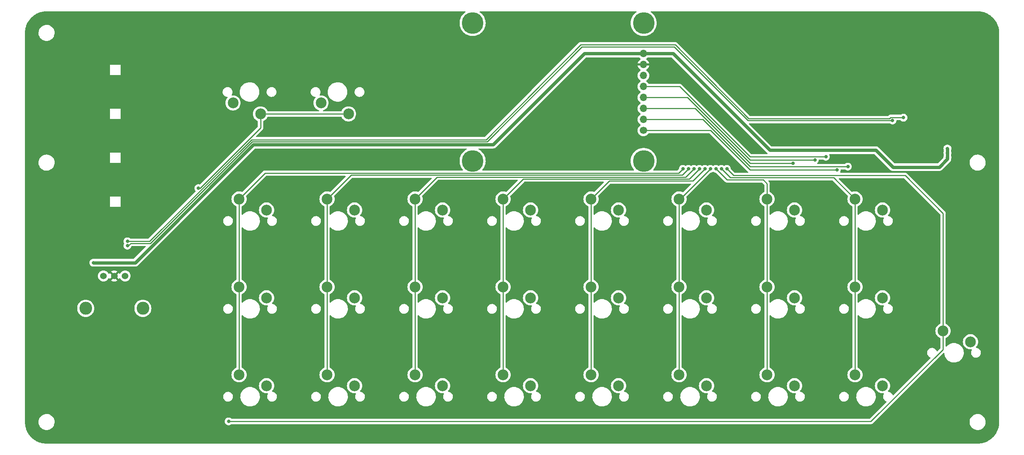
<source format=gbr>
%TF.GenerationSoftware,KiCad,Pcbnew,7.0.5-0*%
%TF.CreationDate,2023-10-31T21:53:37+01:00*%
%TF.ProjectId,20231027_vm-1_prototyp,32303233-3130-4323-975f-766d2d315f70,rev?*%
%TF.SameCoordinates,Original*%
%TF.FileFunction,Copper,L2,Bot*%
%TF.FilePolarity,Positive*%
%FSLAX46Y46*%
G04 Gerber Fmt 4.6, Leading zero omitted, Abs format (unit mm)*
G04 Created by KiCad (PCBNEW 7.0.5-0) date 2023-10-31 21:53:37*
%MOMM*%
%LPD*%
G01*
G04 APERTURE LIST*
%TA.AperFunction,ComponentPad*%
%ADD10C,2.500000*%
%TD*%
%TA.AperFunction,ComponentPad*%
%ADD11C,1.524000*%
%TD*%
%TA.AperFunction,ComponentPad*%
%ADD12O,2.900000X3.000000*%
%TD*%
%TA.AperFunction,ComponentPad*%
%ADD13C,5.000000*%
%TD*%
%TA.AperFunction,ComponentPad*%
%ADD14C,1.700000*%
%TD*%
%TA.AperFunction,ComponentPad*%
%ADD15O,1.700000X1.700000*%
%TD*%
%TA.AperFunction,ViaPad*%
%ADD16C,0.800000*%
%TD*%
%TA.AperFunction,Conductor*%
%ADD17C,0.250000*%
%TD*%
%TA.AperFunction,Conductor*%
%ADD18C,0.750000*%
%TD*%
G04 APERTURE END LIST*
D10*
%TO.P,SW27,2,B*%
%TO.N,COL9*%
X89408000Y-78740000D03*
%TO.P,SW27,1,A*%
%TO.N,Net-(SW27-A)*%
X83058000Y-76200000D03*
%TD*%
%TO.P,SW28,1,A*%
%TO.N,Net-(SW28-A)*%
X253365000Y-131445000D03*
%TO.P,SW28,2,B*%
%TO.N,COL9*%
X247015000Y-128905000D03*
%TD*%
%TO.P,SW20,1,A*%
%TO.N,Net-(SW20-A)*%
X212725000Y-121285000D03*
%TO.P,SW20,2,B*%
%TO.N,COL7*%
X206375000Y-118745000D03*
%TD*%
%TO.P,SW16,1,A*%
%TO.N,Net-(SW16-A)*%
X192405000Y-100965000D03*
%TO.P,SW16,2,B*%
%TO.N,COL6*%
X186055000Y-98425000D03*
%TD*%
%TO.P,SW24,1,A*%
%TO.N,Net-(SW24-A)*%
X233045000Y-141605000D03*
%TO.P,SW24,2,B*%
%TO.N,COL8*%
X226695000Y-139065000D03*
%TD*%
%TO.P,SW9,1,A*%
%TO.N,Net-(SW9-A)*%
X131445000Y-141605000D03*
%TO.P,SW9,2,B*%
%TO.N,COL3*%
X125095000Y-139065000D03*
%TD*%
D11*
%TO.P,SW25,A,A*%
%TO.N,Net-(C1-Pad1)*%
X53126000Y-116211000D03*
%TO.P,SW25,B,B*%
%TO.N,Net-(C2-Pad1)*%
X58126000Y-116211000D03*
%TO.P,SW25,C,C*%
%TO.N,GND*%
X55626000Y-116211000D03*
D12*
%TO.P,SW25,SH*%
%TO.N,N/C*%
X62226000Y-123711000D03*
X49026000Y-123711000D03*
%TD*%
D10*
%TO.P,SW15,1,A*%
%TO.N,Net-(SW15-A)*%
X172085000Y-141605000D03*
%TO.P,SW15,2,B*%
%TO.N,COL5*%
X165735000Y-139065000D03*
%TD*%
%TO.P,SW2,1,A*%
%TO.N,Net-(SW2-A)*%
X90805000Y-121285000D03*
%TO.P,SW2,2,B*%
%TO.N,COL1*%
X84455000Y-118745000D03*
%TD*%
%TO.P,SW7,1,A*%
%TO.N,Net-(SW7-A)*%
X131445000Y-100965000D03*
%TO.P,SW7,2,B*%
%TO.N,COL3*%
X125095000Y-98425000D03*
%TD*%
%TO.P,SW11,1,A*%
%TO.N,Net-(SW11-A)*%
X151765000Y-121285000D03*
%TO.P,SW11,2,B*%
%TO.N,COL4*%
X145415000Y-118745000D03*
%TD*%
%TO.P,SW8,1,A*%
%TO.N,Net-(SW8-A)*%
X131445000Y-121285000D03*
%TO.P,SW8,2,B*%
%TO.N,COL3*%
X125095000Y-118745000D03*
%TD*%
%TO.P,SW12,1,A*%
%TO.N,Net-(SW12-A)*%
X151765000Y-141605000D03*
%TO.P,SW12,2,B*%
%TO.N,COL4*%
X145415000Y-139065000D03*
%TD*%
%TO.P,SW1,1,A*%
%TO.N,Net-(SW1-A)*%
X90805000Y-100965000D03*
%TO.P,SW1,2,B*%
%TO.N,COL1*%
X84455000Y-98425000D03*
%TD*%
%TO.P,SW17,1,A*%
%TO.N,Net-(SW17-A)*%
X192405000Y-121285000D03*
%TO.P,SW17,2,B*%
%TO.N,COL6*%
X186055000Y-118745000D03*
%TD*%
%TO.P,SW10,1,A*%
%TO.N,Net-(SW10-A)*%
X151765000Y-100965000D03*
%TO.P,SW10,2,B*%
%TO.N,COL4*%
X145415000Y-98425000D03*
%TD*%
%TO.P,SW22,1,A*%
%TO.N,Net-(SW22-A)*%
X233045000Y-100965000D03*
%TO.P,SW22,2,B*%
%TO.N,COL8*%
X226695000Y-98425000D03*
%TD*%
%TO.P,SW14,1,A*%
%TO.N,Net-(SW14-A)*%
X172085000Y-121285000D03*
%TO.P,SW14,2,B*%
%TO.N,COL5*%
X165735000Y-118745000D03*
%TD*%
%TO.P,SW6,1,A*%
%TO.N,Net-(SW6-A)*%
X111125000Y-141605000D03*
%TO.P,SW6,2,B*%
%TO.N,COL2*%
X104775000Y-139065000D03*
%TD*%
D13*
%TO.P,J2,*%
%TO.N,*%
X177880000Y-89610000D03*
X177880000Y-57710000D03*
X138380000Y-89610000D03*
X138380000Y-57710000D03*
D14*
%TO.P,J2,1,Pin_1*%
%TO.N,OLED_RST*%
X177820000Y-82550000D03*
D15*
%TO.P,J2,2,Pin_2*%
%TO.N,OLED_DC*%
X177820000Y-80010000D03*
%TO.P,J2,3,Pin_3*%
%TO.N,OLED_CS*%
X177820000Y-77470000D03*
%TO.P,J2,4,Pin_4*%
%TO.N,OLED_CLK*%
X177820000Y-74930000D03*
%TO.P,J2,5,Pin_5*%
%TO.N,OLED_DIN*%
X177820000Y-72390000D03*
%TO.P,J2,6,Pin_6*%
%TO.N,unconnected-(J2-Pin_6-Pad6)*%
X177820000Y-69850000D03*
%TO.P,J2,7,Pin_7*%
%TO.N,GND*%
X177820000Y-67310000D03*
%TO.P,J2,8,Pin_8*%
%TO.N,+3V3*%
X177820000Y-64770000D03*
%TD*%
D10*
%TO.P,SW21,1,A*%
%TO.N,Net-(SW21-A)*%
X212725000Y-141605000D03*
%TO.P,SW21,2,B*%
%TO.N,COL7*%
X206375000Y-139065000D03*
%TD*%
%TO.P,SW26,2,B*%
%TO.N,COL9*%
X109728000Y-78740000D03*
%TO.P,SW26,1,A*%
%TO.N,Net-(SW26-A)*%
X103378000Y-76200000D03*
%TD*%
%TO.P,SW4,1,A*%
%TO.N,Net-(SW4-A)*%
X111125000Y-100965000D03*
%TO.P,SW4,2,B*%
%TO.N,COL2*%
X104775000Y-98425000D03*
%TD*%
%TO.P,SW19,1,A*%
%TO.N,Net-(SW19-A)*%
X212725000Y-100965000D03*
%TO.P,SW19,2,B*%
%TO.N,COL7*%
X206375000Y-98425000D03*
%TD*%
%TO.P,SW5,1,A*%
%TO.N,Net-(SW5-A)*%
X111125000Y-121285000D03*
%TO.P,SW5,2,B*%
%TO.N,COL2*%
X104775000Y-118745000D03*
%TD*%
%TO.P,SW23,1,A*%
%TO.N,Net-(SW23-A)*%
X233045000Y-121285000D03*
%TO.P,SW23,2,B*%
%TO.N,COL8*%
X226695000Y-118745000D03*
%TD*%
%TO.P,SW13,1,A*%
%TO.N,Net-(SW13-A)*%
X172085000Y-100965000D03*
%TO.P,SW13,2,B*%
%TO.N,COL5*%
X165735000Y-98425000D03*
%TD*%
%TO.P,SW3,1,A*%
%TO.N,Net-(SW3-A)*%
X90805000Y-141605000D03*
%TO.P,SW3,2,B*%
%TO.N,COL1*%
X84455000Y-139065000D03*
%TD*%
%TO.P,SW18,1,A*%
%TO.N,Net-(SW18-A)*%
X192405000Y-141605000D03*
%TO.P,SW18,2,B*%
%TO.N,COL6*%
X186055000Y-139065000D03*
%TD*%
D16*
%TO.N,GND*%
X156972000Y-57912000D03*
%TO.N,COL9*%
X75055328Y-95908728D03*
X82042000Y-149860000D03*
%TO.N,ROTARY_A*%
X58674000Y-109220000D03*
%TO.N,+3V3*%
X50800000Y-113163000D03*
%TO.N,COL1*%
X186944000Y-91440000D03*
%TO.N,COL2*%
X188214000Y-91440000D03*
%TO.N,COL3*%
X189484000Y-91440000D03*
%TO.N,COL4*%
X190754000Y-91440000D03*
%TO.N,COL5*%
X192024000Y-91440000D03*
%TO.N,COL6*%
X193294000Y-91440000D03*
%TO.N,COL7*%
X194564000Y-91440000D03*
%TO.N,COL8*%
X195834000Y-91440000D03*
%TO.N,OLED_RST*%
X222504000Y-91694000D03*
%TO.N,OLED_DC*%
X225044000Y-90932000D03*
%TO.N,OLED_CS*%
X212344000Y-90170000D03*
%TO.N,OLED_CLK*%
X217424000Y-89408000D03*
%TO.N,OLED_DIN*%
X219964000Y-88646000D03*
%TO.N,+3V3*%
X248031000Y-87757000D03*
X60452000Y-113163000D03*
X248031000Y-88773000D03*
X248031000Y-86741000D03*
%TO.N,ROTARY_B*%
X237890008Y-79609992D03*
X58674000Y-108204000D03*
%TO.N,ROTARY_A*%
X235350003Y-80264000D03*
%TO.N,COL9*%
X197104000Y-91440000D03*
%TD*%
D17*
%TO.N,ROTARY_B*%
X237890008Y-79609992D02*
X237819016Y-79539000D01*
X87286654Y-84702000D02*
X63784654Y-108204000D01*
X237819016Y-79539000D02*
X234913000Y-79539000D01*
X234638000Y-79814000D02*
X202116396Y-79814000D01*
X234913000Y-79539000D02*
X234638000Y-79814000D01*
X202116396Y-79814000D02*
X185166000Y-62738000D01*
X63784654Y-108204000D02*
X58674000Y-108204000D01*
X185166000Y-62738000D02*
X163322000Y-62738000D01*
X163322000Y-62738000D02*
X141478000Y-84702000D01*
X141478000Y-84702000D02*
X87286654Y-84702000D01*
%TO.N,ROTARY_A*%
X58674000Y-109220000D02*
X58870000Y-109220000D01*
X59436000Y-108654000D02*
X63971050Y-108654000D01*
X184912000Y-63246000D02*
X201930000Y-80264000D01*
X58870000Y-109220000D02*
X59436000Y-108654000D01*
X63971050Y-108654000D02*
X87473050Y-85152000D01*
X87473050Y-85152000D02*
X141732000Y-85152000D01*
X141732000Y-85152000D02*
X163576000Y-63246000D01*
X163576000Y-63246000D02*
X184912000Y-63246000D01*
X201930000Y-80264000D02*
X235350003Y-80264000D01*
%TO.N,COL9*%
X230367767Y-149860000D02*
X82042000Y-149860000D01*
X75443530Y-95908728D02*
X75055328Y-95908728D01*
X75554229Y-95798029D02*
X75443530Y-95908728D01*
X89408000Y-81944258D02*
X75554229Y-95798029D01*
X89408000Y-78740000D02*
X89408000Y-81944258D01*
X109728000Y-78740000D02*
X89408000Y-78740000D01*
D18*
%TO.N,+3V3*%
X248031000Y-89154000D02*
X246126000Y-91059000D01*
X246126000Y-91059000D02*
X235458000Y-91059000D01*
X143129000Y-85852000D02*
X87763000Y-85852000D01*
X235458000Y-91059000D02*
X231521000Y-87122000D01*
X231521000Y-87122000D02*
X207010000Y-87122000D01*
X248031000Y-86741000D02*
X248031000Y-89154000D01*
X207010000Y-87122000D02*
X184658000Y-64770000D01*
X87763000Y-85852000D02*
X60452000Y-113163000D01*
X184658000Y-64770000D02*
X164211000Y-64770000D01*
X164211000Y-64770000D02*
X143129000Y-85852000D01*
X60452000Y-113163000D02*
X50800000Y-113163000D01*
D17*
%TO.N,COL1*%
X186944000Y-91440000D02*
X185949000Y-92435000D01*
X84455000Y-139065000D02*
X84455000Y-98425000D01*
X185949000Y-92435000D02*
X90445000Y-92435000D01*
X186944000Y-91440000D02*
X186669000Y-91440000D01*
X90445000Y-92435000D02*
X84455000Y-98425000D01*
%TO.N,COL2*%
X186769000Y-92885000D02*
X110315000Y-92885000D01*
X110315000Y-92885000D02*
X104775000Y-98425000D01*
X188214000Y-91440000D02*
X186769000Y-92885000D01*
X104775000Y-139065000D02*
X104775000Y-98425000D01*
X188214000Y-91440000D02*
X187960000Y-91568396D01*
%TO.N,COL3*%
X189484000Y-91440000D02*
X187589000Y-93335000D01*
X187589000Y-93335000D02*
X130185000Y-93335000D01*
X130185000Y-93335000D02*
X125095000Y-98425000D01*
X125095000Y-139065000D02*
X125095000Y-98425000D01*
%TO.N,COL4*%
X188409000Y-93785000D02*
X190754000Y-91440000D01*
X145415000Y-139065000D02*
X145415000Y-98425000D01*
X150055000Y-93785000D02*
X188409000Y-93785000D01*
X145415000Y-98425000D02*
X150055000Y-93785000D01*
%TO.N,COL5*%
X189229000Y-94235000D02*
X192024000Y-91440000D01*
X165735000Y-98425000D02*
X169925000Y-94235000D01*
X169925000Y-94235000D02*
X189229000Y-94235000D01*
X165735000Y-139065000D02*
X165735000Y-98425000D01*
%TO.N,COL6*%
X186055000Y-139065000D02*
X186055000Y-98425000D01*
X186055000Y-98425000D02*
X186309000Y-98425000D01*
X186309000Y-98425000D02*
X193294000Y-91440000D01*
%TO.N,COL7*%
X206375000Y-94869000D02*
X206375000Y-98425000D01*
X206375000Y-139065000D02*
X206375000Y-98425000D01*
X194564000Y-91440000D02*
X197104000Y-93980000D01*
X197104000Y-93980000D02*
X205486000Y-93980000D01*
X205486000Y-93980000D02*
X206375000Y-94869000D01*
%TO.N,COL8*%
X221742000Y-93472000D02*
X226695000Y-98425000D01*
X197866000Y-93472000D02*
X221742000Y-93472000D01*
X226695000Y-139065000D02*
X226695000Y-98425000D01*
X195834000Y-91440000D02*
X197866000Y-93472000D01*
%TO.N,OLED_RST*%
X202438000Y-91694000D02*
X222504000Y-91694000D01*
X193294000Y-82550000D02*
X202438000Y-91694000D01*
X177760000Y-82550000D02*
X193294000Y-82550000D01*
%TO.N,OLED_DC*%
X202438000Y-90932000D02*
X191516000Y-80010000D01*
X191516000Y-80010000D02*
X177760000Y-80010000D01*
X225044000Y-90932000D02*
X202438000Y-90932000D01*
%TO.N,OLED_CS*%
X212344000Y-90170000D02*
X202438000Y-90170000D01*
X202438000Y-90170000D02*
X189738000Y-77470000D01*
X189738000Y-77470000D02*
X177760000Y-77470000D01*
%TO.N,OLED_CLK*%
X217424000Y-89408000D02*
X202438000Y-89408000D01*
X202438000Y-89408000D02*
X187960000Y-74930000D01*
X187960000Y-74930000D02*
X177760000Y-74930000D01*
%TO.N,OLED_DIN*%
X219964000Y-88646000D02*
X202438000Y-88646000D01*
X186182000Y-72390000D02*
X177760000Y-72390000D01*
X202438000Y-88646000D02*
X186182000Y-72390000D01*
%TO.N,COL9*%
X247015000Y-128905000D02*
X247015000Y-133212767D01*
X247015000Y-133212767D02*
X230367767Y-149860000D01*
X198628000Y-92964000D02*
X238252000Y-92964000D01*
X247015000Y-101727000D02*
X247015000Y-128905000D01*
X197104000Y-91440000D02*
X198628000Y-92964000D01*
X238252000Y-92964000D02*
X247015000Y-101727000D01*
%TD*%
%TA.AperFunction,Conductor*%
%TO.N,GND*%
G36*
X176801281Y-65665185D02*
G01*
X176821923Y-65681819D01*
X176948597Y-65808493D01*
X176948603Y-65808498D01*
X177134594Y-65938730D01*
X177178219Y-65993307D01*
X177185413Y-66062805D01*
X177153890Y-66125160D01*
X177134595Y-66141880D01*
X176948922Y-66271890D01*
X176948920Y-66271891D01*
X176781891Y-66438920D01*
X176781886Y-66438926D01*
X176646400Y-66632420D01*
X176646399Y-66632422D01*
X176546570Y-66846507D01*
X176546567Y-66846513D01*
X176489364Y-67059999D01*
X176489364Y-67060000D01*
X177386314Y-67060000D01*
X177360507Y-67100156D01*
X177320000Y-67238111D01*
X177320000Y-67381889D01*
X177360507Y-67519844D01*
X177386314Y-67560000D01*
X176489364Y-67560000D01*
X176546567Y-67773486D01*
X176546570Y-67773492D01*
X176646399Y-67987578D01*
X176781894Y-68181082D01*
X176948917Y-68348105D01*
X177134595Y-68478119D01*
X177178219Y-68532696D01*
X177185412Y-68602195D01*
X177153890Y-68664549D01*
X177134595Y-68681269D01*
X176948594Y-68811508D01*
X176781505Y-68978597D01*
X176645965Y-69172169D01*
X176645964Y-69172171D01*
X176546098Y-69386335D01*
X176546094Y-69386344D01*
X176484938Y-69614586D01*
X176484936Y-69614596D01*
X176464341Y-69849999D01*
X176464341Y-69850000D01*
X176484936Y-70085403D01*
X176484938Y-70085413D01*
X176546094Y-70313655D01*
X176546096Y-70313659D01*
X176546097Y-70313663D01*
X176645965Y-70527830D01*
X176645967Y-70527834D01*
X176781501Y-70721395D01*
X176781506Y-70721402D01*
X176948597Y-70888493D01*
X176948603Y-70888498D01*
X177134158Y-71018425D01*
X177177783Y-71073002D01*
X177184977Y-71142500D01*
X177153454Y-71204855D01*
X177134158Y-71221575D01*
X176948597Y-71351505D01*
X176781505Y-71518597D01*
X176645965Y-71712169D01*
X176645964Y-71712171D01*
X176546098Y-71926335D01*
X176546094Y-71926344D01*
X176484938Y-72154586D01*
X176484936Y-72154596D01*
X176464341Y-72389999D01*
X176464341Y-72390000D01*
X176484936Y-72625403D01*
X176484938Y-72625413D01*
X176546094Y-72853655D01*
X176546096Y-72853659D01*
X176546097Y-72853663D01*
X176621563Y-73015500D01*
X176645965Y-73067830D01*
X176645967Y-73067834D01*
X176754281Y-73222521D01*
X176781501Y-73261396D01*
X176781506Y-73261402D01*
X176948597Y-73428493D01*
X176948603Y-73428498D01*
X177134158Y-73558425D01*
X177177783Y-73613002D01*
X177184977Y-73682500D01*
X177153454Y-73744855D01*
X177134158Y-73761575D01*
X176948597Y-73891505D01*
X176781505Y-74058597D01*
X176645965Y-74252169D01*
X176645964Y-74252171D01*
X176546098Y-74466335D01*
X176546094Y-74466344D01*
X176484938Y-74694586D01*
X176484936Y-74694596D01*
X176464341Y-74929999D01*
X176464341Y-74930000D01*
X176484936Y-75165403D01*
X176484938Y-75165413D01*
X176546094Y-75393655D01*
X176546096Y-75393659D01*
X176546097Y-75393663D01*
X176604801Y-75519553D01*
X176645965Y-75607830D01*
X176645967Y-75607834D01*
X176698304Y-75682578D01*
X176781501Y-75801396D01*
X176781506Y-75801402D01*
X176948597Y-75968493D01*
X176948603Y-75968498D01*
X177134158Y-76098425D01*
X177177783Y-76153002D01*
X177184977Y-76222500D01*
X177153454Y-76284855D01*
X177134158Y-76301575D01*
X176948597Y-76431505D01*
X176781505Y-76598597D01*
X176645965Y-76792169D01*
X176645964Y-76792171D01*
X176546098Y-77006335D01*
X176546094Y-77006344D01*
X176484938Y-77234586D01*
X176484936Y-77234596D01*
X176464341Y-77469999D01*
X176464341Y-77470000D01*
X176484936Y-77705403D01*
X176484938Y-77705413D01*
X176546094Y-77933655D01*
X176546096Y-77933659D01*
X176546097Y-77933663D01*
X176593725Y-78035801D01*
X176645965Y-78147830D01*
X176645967Y-78147834D01*
X176698304Y-78222578D01*
X176781501Y-78341396D01*
X176781506Y-78341402D01*
X176948597Y-78508493D01*
X176948603Y-78508498D01*
X177134158Y-78638425D01*
X177177783Y-78693002D01*
X177184977Y-78762500D01*
X177153454Y-78824855D01*
X177134158Y-78841575D01*
X176948597Y-78971505D01*
X176781505Y-79138597D01*
X176645965Y-79332169D01*
X176645964Y-79332171D01*
X176546098Y-79546335D01*
X176546094Y-79546344D01*
X176484938Y-79774586D01*
X176484936Y-79774596D01*
X176464341Y-80009999D01*
X176464341Y-80010000D01*
X176484936Y-80245403D01*
X176484938Y-80245413D01*
X176546094Y-80473655D01*
X176546096Y-80473659D01*
X176546097Y-80473663D01*
X176621563Y-80635500D01*
X176645965Y-80687830D01*
X176645967Y-80687834D01*
X176721856Y-80796214D01*
X176781501Y-80881396D01*
X176781506Y-80881402D01*
X176948597Y-81048493D01*
X176948603Y-81048498D01*
X177134158Y-81178425D01*
X177177783Y-81233002D01*
X177184977Y-81302500D01*
X177153454Y-81364855D01*
X177134158Y-81381575D01*
X176948597Y-81511505D01*
X176781505Y-81678597D01*
X176645965Y-81872169D01*
X176645964Y-81872171D01*
X176546098Y-82086335D01*
X176546094Y-82086344D01*
X176484938Y-82314586D01*
X176484936Y-82314596D01*
X176464341Y-82549999D01*
X176464341Y-82550000D01*
X176484936Y-82785403D01*
X176484938Y-82785413D01*
X176546094Y-83013655D01*
X176546096Y-83013659D01*
X176546097Y-83013663D01*
X176621563Y-83175500D01*
X176645965Y-83227830D01*
X176645967Y-83227834D01*
X176754281Y-83382521D01*
X176781505Y-83421401D01*
X176948599Y-83588495D01*
X177045384Y-83656264D01*
X177142165Y-83724032D01*
X177142167Y-83724033D01*
X177142170Y-83724035D01*
X177356337Y-83823903D01*
X177584592Y-83885063D01*
X177772918Y-83901539D01*
X177819999Y-83905659D01*
X177820000Y-83905659D01*
X177820001Y-83905659D01*
X177859234Y-83902226D01*
X178055408Y-83885063D01*
X178283663Y-83823903D01*
X178497830Y-83724035D01*
X178691401Y-83588495D01*
X178858495Y-83421401D01*
X178993651Y-83228377D01*
X179048229Y-83184752D01*
X179095227Y-83175500D01*
X192983548Y-83175500D01*
X193050587Y-83195185D01*
X193071229Y-83211819D01*
X201937197Y-92077788D01*
X201947022Y-92090051D01*
X201947243Y-92089869D01*
X201952211Y-92095875D01*
X201982276Y-92124108D01*
X202017671Y-92184350D01*
X202014877Y-92254164D01*
X201974783Y-92311385D01*
X201910118Y-92337845D01*
X201897392Y-92338500D01*
X198938453Y-92338500D01*
X198871414Y-92318815D01*
X198850772Y-92302181D01*
X198042960Y-91494369D01*
X198009475Y-91433046D01*
X198007323Y-91419668D01*
X197989674Y-91251744D01*
X197931179Y-91071716D01*
X197836533Y-90907784D01*
X197709871Y-90767112D01*
X197677708Y-90743744D01*
X197556734Y-90655851D01*
X197556729Y-90655848D01*
X197383807Y-90578857D01*
X197383802Y-90578855D01*
X197238001Y-90547865D01*
X197198646Y-90539500D01*
X197009354Y-90539500D01*
X196976897Y-90546398D01*
X196824197Y-90578855D01*
X196824192Y-90578857D01*
X196651270Y-90655848D01*
X196651265Y-90655851D01*
X196541885Y-90735321D01*
X196476079Y-90758801D01*
X196408025Y-90742975D01*
X196396115Y-90735321D01*
X196286734Y-90655851D01*
X196286729Y-90655848D01*
X196113807Y-90578857D01*
X196113802Y-90578855D01*
X195968000Y-90547865D01*
X195928646Y-90539500D01*
X195739354Y-90539500D01*
X195706897Y-90546398D01*
X195554197Y-90578855D01*
X195554192Y-90578857D01*
X195381271Y-90655848D01*
X195271884Y-90735322D01*
X195206077Y-90758801D01*
X195138023Y-90742975D01*
X195126123Y-90735328D01*
X195016730Y-90655849D01*
X195016729Y-90655848D01*
X194843807Y-90578857D01*
X194843802Y-90578855D01*
X194698001Y-90547865D01*
X194658646Y-90539500D01*
X194469354Y-90539500D01*
X194436897Y-90546398D01*
X194284197Y-90578855D01*
X194284192Y-90578857D01*
X194111270Y-90655848D01*
X194111265Y-90655851D01*
X194001885Y-90735321D01*
X193936079Y-90758801D01*
X193868025Y-90742975D01*
X193856115Y-90735321D01*
X193746734Y-90655851D01*
X193746729Y-90655848D01*
X193573807Y-90578857D01*
X193573802Y-90578855D01*
X193428000Y-90547865D01*
X193388646Y-90539500D01*
X193199354Y-90539500D01*
X193166897Y-90546398D01*
X193014197Y-90578855D01*
X193014192Y-90578857D01*
X192841270Y-90655848D01*
X192841265Y-90655851D01*
X192731885Y-90735321D01*
X192666079Y-90758801D01*
X192598025Y-90742975D01*
X192586115Y-90735321D01*
X192476734Y-90655851D01*
X192476729Y-90655848D01*
X192303807Y-90578857D01*
X192303802Y-90578855D01*
X192158000Y-90547865D01*
X192118646Y-90539500D01*
X191929354Y-90539500D01*
X191896897Y-90546398D01*
X191744197Y-90578855D01*
X191744192Y-90578857D01*
X191571270Y-90655848D01*
X191571265Y-90655851D01*
X191461885Y-90735321D01*
X191396079Y-90758801D01*
X191328025Y-90742975D01*
X191316115Y-90735321D01*
X191206734Y-90655851D01*
X191206729Y-90655848D01*
X191033807Y-90578857D01*
X191033802Y-90578855D01*
X190888001Y-90547865D01*
X190848646Y-90539500D01*
X190659354Y-90539500D01*
X190626897Y-90546398D01*
X190474197Y-90578855D01*
X190474192Y-90578857D01*
X190301270Y-90655848D01*
X190301265Y-90655851D01*
X190191885Y-90735321D01*
X190126079Y-90758801D01*
X190058025Y-90742975D01*
X190046115Y-90735321D01*
X189936734Y-90655851D01*
X189936729Y-90655848D01*
X189763807Y-90578857D01*
X189763802Y-90578855D01*
X189618001Y-90547865D01*
X189578646Y-90539500D01*
X189389354Y-90539500D01*
X189356897Y-90546398D01*
X189204197Y-90578855D01*
X189204192Y-90578857D01*
X189031270Y-90655848D01*
X189031265Y-90655851D01*
X188921885Y-90735321D01*
X188856079Y-90758801D01*
X188788025Y-90742975D01*
X188776115Y-90735321D01*
X188666734Y-90655851D01*
X188666729Y-90655848D01*
X188493807Y-90578857D01*
X188493802Y-90578855D01*
X188348000Y-90547865D01*
X188308646Y-90539500D01*
X188119354Y-90539500D01*
X188086897Y-90546398D01*
X187934197Y-90578855D01*
X187934192Y-90578857D01*
X187761270Y-90655848D01*
X187761265Y-90655851D01*
X187651885Y-90735321D01*
X187586079Y-90758801D01*
X187518025Y-90742975D01*
X187506115Y-90735321D01*
X187396734Y-90655851D01*
X187396729Y-90655848D01*
X187223807Y-90578857D01*
X187223802Y-90578855D01*
X187078000Y-90547865D01*
X187038646Y-90539500D01*
X186849354Y-90539500D01*
X186816897Y-90546398D01*
X186664197Y-90578855D01*
X186664192Y-90578857D01*
X186491270Y-90655848D01*
X186491265Y-90655851D01*
X186338129Y-90767111D01*
X186211466Y-90907785D01*
X186116821Y-91071715D01*
X186116818Y-91071722D01*
X186079398Y-91186890D01*
X186058326Y-91251744D01*
X186054534Y-91287820D01*
X186046564Y-91363645D01*
X186045806Y-91368782D01*
X186039773Y-91400409D01*
X186039283Y-91408200D01*
X186037983Y-91408118D01*
X186024319Y-91468407D01*
X186003688Y-91495719D01*
X185726226Y-91773182D01*
X185664906Y-91806666D01*
X185638547Y-91809500D01*
X180217459Y-91809500D01*
X180150420Y-91789815D01*
X180104665Y-91737011D01*
X180094721Y-91667853D01*
X180123746Y-91604297D01*
X180127265Y-91600406D01*
X180182410Y-91541955D01*
X180182415Y-91541949D01*
X180240285Y-91464216D01*
X180391130Y-91261596D01*
X180565889Y-90958904D01*
X180704326Y-90637971D01*
X180804569Y-90303136D01*
X180810603Y-90268919D01*
X180865260Y-89958938D01*
X180865259Y-89958938D01*
X180865262Y-89958927D01*
X180885585Y-89610000D01*
X180885478Y-89608168D01*
X180876037Y-89446070D01*
X180865262Y-89261073D01*
X180865260Y-89261061D01*
X180804571Y-88916872D01*
X180804569Y-88916865D01*
X180804569Y-88916864D01*
X180704326Y-88582029D01*
X180565889Y-88261096D01*
X180391130Y-87958404D01*
X180390750Y-87957893D01*
X180182415Y-87678050D01*
X180182410Y-87678044D01*
X180031219Y-87517792D01*
X179942558Y-87423817D01*
X179794488Y-87299572D01*
X179674813Y-87199152D01*
X179674805Y-87199146D01*
X179382796Y-87007088D01*
X179070458Y-86850226D01*
X179070452Y-86850223D01*
X178742012Y-86730681D01*
X178742009Y-86730680D01*
X178401915Y-86650077D01*
X178323922Y-86640961D01*
X178054759Y-86609500D01*
X177705241Y-86609500D01*
X177436078Y-86640961D01*
X177358085Y-86650077D01*
X177358083Y-86650077D01*
X177017990Y-86730680D01*
X177017987Y-86730681D01*
X176689547Y-86850223D01*
X176689541Y-86850226D01*
X176377203Y-87007088D01*
X176085194Y-87199146D01*
X176085186Y-87199152D01*
X175817442Y-87423817D01*
X175817440Y-87423819D01*
X175577589Y-87678044D01*
X175577584Y-87678050D01*
X175368870Y-87958402D01*
X175194113Y-88261091D01*
X175194107Y-88261104D01*
X175055674Y-88582027D01*
X174955430Y-88916865D01*
X174955428Y-88916872D01*
X174894739Y-89261061D01*
X174894738Y-89261072D01*
X174874415Y-89609996D01*
X174874415Y-89610003D01*
X174894738Y-89958927D01*
X174894739Y-89958938D01*
X174955428Y-90303127D01*
X174955430Y-90303134D01*
X175055674Y-90637972D01*
X175194107Y-90958895D01*
X175194113Y-90958908D01*
X175368870Y-91261597D01*
X175577584Y-91541949D01*
X175577589Y-91541955D01*
X175632735Y-91600406D01*
X175664423Y-91662677D01*
X175657413Y-91732195D01*
X175613933Y-91786887D01*
X175547786Y-91809389D01*
X175542541Y-91809500D01*
X140717459Y-91809500D01*
X140650420Y-91789815D01*
X140604665Y-91737011D01*
X140594721Y-91667853D01*
X140623746Y-91604297D01*
X140627265Y-91600406D01*
X140682410Y-91541955D01*
X140682415Y-91541949D01*
X140740285Y-91464216D01*
X140891130Y-91261596D01*
X141065889Y-90958904D01*
X141204326Y-90637971D01*
X141304569Y-90303136D01*
X141310603Y-90268919D01*
X141365260Y-89958938D01*
X141365259Y-89958938D01*
X141365262Y-89958927D01*
X141385585Y-89610000D01*
X141385478Y-89608168D01*
X141376037Y-89446070D01*
X141365262Y-89261073D01*
X141365260Y-89261061D01*
X141304571Y-88916872D01*
X141304569Y-88916865D01*
X141304569Y-88916864D01*
X141204326Y-88582029D01*
X141065889Y-88261096D01*
X140891130Y-87958404D01*
X140890750Y-87957893D01*
X140682415Y-87678050D01*
X140682410Y-87678044D01*
X140531219Y-87517792D01*
X140442558Y-87423817D01*
X140294488Y-87299572D01*
X140174813Y-87199152D01*
X140174805Y-87199146D01*
X139882796Y-87007088D01*
X139793635Y-86962310D01*
X139742561Y-86914632D01*
X139725371Y-86846910D01*
X139747523Y-86780645D01*
X139801985Y-86736876D01*
X139849286Y-86727500D01*
X143090898Y-86727500D01*
X143095932Y-86727705D01*
X143118929Y-86729577D01*
X143152848Y-86732339D01*
X143219240Y-86723292D01*
X143234629Y-86721196D01*
X143236297Y-86720992D01*
X143258995Y-86718523D01*
X143318316Y-86712073D01*
X143318481Y-86712017D01*
X143341357Y-86706655D01*
X143341537Y-86706631D01*
X143419056Y-86678150D01*
X143420562Y-86677620D01*
X143498780Y-86651267D01*
X143498927Y-86651178D01*
X143520116Y-86641024D01*
X143520288Y-86640961D01*
X143589881Y-86596477D01*
X143591220Y-86595647D01*
X143661954Y-86553089D01*
X143662083Y-86552966D01*
X143680597Y-86538494D01*
X143680602Y-86538490D01*
X143680744Y-86538400D01*
X143739167Y-86479975D01*
X143740266Y-86478906D01*
X143800207Y-86422129D01*
X143800305Y-86421983D01*
X143815264Y-86403878D01*
X164537324Y-65681819D01*
X164598648Y-65648334D01*
X164625006Y-65645500D01*
X176734242Y-65645500D01*
X176801281Y-65665185D01*
G37*
%TD.AperFunction*%
%TA.AperFunction,Conductor*%
G36*
X184311033Y-65665185D02*
G01*
X184331675Y-65681819D01*
X206363992Y-87714136D01*
X206367396Y-87717829D01*
X206404362Y-87761350D01*
X206404367Y-87761355D01*
X206404369Y-87761357D01*
X206452289Y-87797784D01*
X206493747Y-87854025D01*
X206498216Y-87923752D01*
X206464280Y-87984826D01*
X206402711Y-88017857D01*
X206377248Y-88020500D01*
X202748452Y-88020500D01*
X202681413Y-88000815D01*
X202660771Y-87984181D01*
X186682803Y-72006212D01*
X186672980Y-71993950D01*
X186672759Y-71994134D01*
X186667786Y-71988122D01*
X186618066Y-71941432D01*
X186616666Y-71940075D01*
X186596476Y-71919884D01*
X186590986Y-71915625D01*
X186586561Y-71911847D01*
X186552582Y-71879938D01*
X186552580Y-71879936D01*
X186552577Y-71879935D01*
X186535029Y-71870288D01*
X186518763Y-71859604D01*
X186502933Y-71847325D01*
X186460168Y-71828818D01*
X186454922Y-71826248D01*
X186414093Y-71803803D01*
X186414092Y-71803802D01*
X186394693Y-71798822D01*
X186376281Y-71792518D01*
X186357898Y-71784562D01*
X186357892Y-71784560D01*
X186311874Y-71777272D01*
X186306152Y-71776087D01*
X186261021Y-71764500D01*
X186261019Y-71764500D01*
X186240984Y-71764500D01*
X186221586Y-71762973D01*
X186214162Y-71761797D01*
X186201805Y-71759840D01*
X186201804Y-71759840D01*
X186155416Y-71764225D01*
X186149578Y-71764500D01*
X179095227Y-71764500D01*
X179028188Y-71744815D01*
X178993652Y-71711623D01*
X178858494Y-71518597D01*
X178691402Y-71351506D01*
X178691396Y-71351501D01*
X178505842Y-71221575D01*
X178462217Y-71166998D01*
X178455023Y-71097500D01*
X178486546Y-71035145D01*
X178505842Y-71018425D01*
X178528026Y-71002891D01*
X178691401Y-70888495D01*
X178858495Y-70721401D01*
X178994035Y-70527830D01*
X179093903Y-70313663D01*
X179155063Y-70085408D01*
X179175659Y-69850000D01*
X179155063Y-69614592D01*
X179093903Y-69386337D01*
X178994035Y-69172171D01*
X178858495Y-68978599D01*
X178858494Y-68978597D01*
X178691402Y-68811506D01*
X178691401Y-68811505D01*
X178505405Y-68681269D01*
X178461781Y-68626692D01*
X178454588Y-68557193D01*
X178486110Y-68494839D01*
X178505405Y-68478119D01*
X178691082Y-68348105D01*
X178858105Y-68181082D01*
X178993600Y-67987578D01*
X179093429Y-67773492D01*
X179093432Y-67773486D01*
X179150636Y-67560000D01*
X178253686Y-67560000D01*
X178279493Y-67519844D01*
X178320000Y-67381889D01*
X178320000Y-67238111D01*
X178279493Y-67100156D01*
X178253686Y-67060000D01*
X179150636Y-67060000D01*
X179150635Y-67059999D01*
X179093432Y-66846513D01*
X179093429Y-66846507D01*
X178993600Y-66632422D01*
X178993599Y-66632420D01*
X178858113Y-66438926D01*
X178858108Y-66438920D01*
X178691078Y-66271890D01*
X178505405Y-66141879D01*
X178461780Y-66087302D01*
X178454588Y-66017804D01*
X178486110Y-65955449D01*
X178505406Y-65938730D01*
X178691401Y-65808495D01*
X178818076Y-65681819D01*
X178879400Y-65648334D01*
X178905758Y-65645500D01*
X184243994Y-65645500D01*
X184311033Y-65665185D01*
G37*
%TD.AperFunction*%
%TA.AperFunction,Conductor*%
G36*
X136692115Y-55020185D02*
G01*
X136737870Y-55072989D01*
X136747814Y-55142147D01*
X136718789Y-55205703D01*
X136693215Y-55228100D01*
X136585194Y-55299146D01*
X136585186Y-55299152D01*
X136317442Y-55523817D01*
X136317440Y-55523819D01*
X136077589Y-55778044D01*
X136077584Y-55778050D01*
X135868870Y-56058402D01*
X135694113Y-56361091D01*
X135694107Y-56361104D01*
X135555674Y-56682027D01*
X135455430Y-57016865D01*
X135455428Y-57016872D01*
X135394739Y-57361061D01*
X135394738Y-57361072D01*
X135374415Y-57709996D01*
X135374415Y-57710003D01*
X135394738Y-58058927D01*
X135394739Y-58058938D01*
X135455428Y-58403127D01*
X135455430Y-58403134D01*
X135555674Y-58737972D01*
X135694107Y-59058895D01*
X135694113Y-59058908D01*
X135868870Y-59361597D01*
X136077584Y-59641949D01*
X136077589Y-59641955D01*
X136201463Y-59773253D01*
X136317442Y-59896183D01*
X136442691Y-60001279D01*
X136585186Y-60120847D01*
X136585194Y-60120853D01*
X136877203Y-60312911D01*
X136877207Y-60312913D01*
X137189549Y-60469777D01*
X137517989Y-60589319D01*
X137858086Y-60669923D01*
X138205241Y-60710500D01*
X138205248Y-60710500D01*
X138554752Y-60710500D01*
X138554759Y-60710500D01*
X138901914Y-60669923D01*
X139242011Y-60589319D01*
X139570451Y-60469777D01*
X139882793Y-60312913D01*
X140174811Y-60120849D01*
X140442558Y-59896183D01*
X140682412Y-59641953D01*
X140891130Y-59361596D01*
X141065889Y-59058904D01*
X141204326Y-58737971D01*
X141304569Y-58403136D01*
X141308304Y-58381957D01*
X141365260Y-58058938D01*
X141365259Y-58058938D01*
X141365262Y-58058927D01*
X141385585Y-57710000D01*
X141365262Y-57361073D01*
X141337978Y-57206335D01*
X141304571Y-57016872D01*
X141304569Y-57016865D01*
X141278337Y-56929244D01*
X141204326Y-56682029D01*
X141065889Y-56361096D01*
X140891130Y-56058404D01*
X140836848Y-55985490D01*
X140682415Y-55778050D01*
X140682410Y-55778044D01*
X140548593Y-55636207D01*
X140442558Y-55523817D01*
X140254088Y-55365672D01*
X140174813Y-55299152D01*
X140174805Y-55299146D01*
X140066785Y-55228100D01*
X140021591Y-55174815D01*
X140012380Y-55105556D01*
X140042075Y-55042310D01*
X140101250Y-55005160D01*
X140134924Y-55000500D01*
X176125076Y-55000500D01*
X176192115Y-55020185D01*
X176237870Y-55072989D01*
X176247814Y-55142147D01*
X176218789Y-55205703D01*
X176193215Y-55228100D01*
X176085194Y-55299146D01*
X176085186Y-55299152D01*
X175817442Y-55523817D01*
X175817440Y-55523819D01*
X175577589Y-55778044D01*
X175577584Y-55778050D01*
X175368870Y-56058402D01*
X175194113Y-56361091D01*
X175194107Y-56361104D01*
X175055674Y-56682027D01*
X174955430Y-57016865D01*
X174955428Y-57016872D01*
X174894739Y-57361061D01*
X174894738Y-57361072D01*
X174874415Y-57709996D01*
X174874415Y-57710003D01*
X174894738Y-58058927D01*
X174894739Y-58058938D01*
X174955428Y-58403127D01*
X174955430Y-58403134D01*
X175055674Y-58737972D01*
X175194107Y-59058895D01*
X175194113Y-59058908D01*
X175368870Y-59361597D01*
X175577584Y-59641949D01*
X175577589Y-59641955D01*
X175701463Y-59773253D01*
X175817442Y-59896183D01*
X175942691Y-60001279D01*
X176085186Y-60120847D01*
X176085194Y-60120853D01*
X176377203Y-60312911D01*
X176377207Y-60312913D01*
X176689549Y-60469777D01*
X177017989Y-60589319D01*
X177358086Y-60669923D01*
X177705241Y-60710500D01*
X177705248Y-60710500D01*
X178054752Y-60710500D01*
X178054759Y-60710500D01*
X178401914Y-60669923D01*
X178742011Y-60589319D01*
X179070451Y-60469777D01*
X179382793Y-60312913D01*
X179674811Y-60120849D01*
X179942558Y-59896183D01*
X180182412Y-59641953D01*
X180391130Y-59361596D01*
X180565889Y-59058904D01*
X180704326Y-58737971D01*
X180804569Y-58403136D01*
X180808304Y-58381957D01*
X180865260Y-58058938D01*
X180865259Y-58058938D01*
X180865262Y-58058927D01*
X180885585Y-57710000D01*
X180865262Y-57361073D01*
X180837978Y-57206335D01*
X180804571Y-57016872D01*
X180804569Y-57016865D01*
X180778337Y-56929244D01*
X180704326Y-56682029D01*
X180565889Y-56361096D01*
X180391130Y-56058404D01*
X180336848Y-55985490D01*
X180182415Y-55778050D01*
X180182410Y-55778044D01*
X180048593Y-55636207D01*
X179942558Y-55523817D01*
X179754088Y-55365672D01*
X179674813Y-55299152D01*
X179674805Y-55299146D01*
X179566785Y-55228100D01*
X179521591Y-55174815D01*
X179512380Y-55105556D01*
X179542075Y-55042310D01*
X179601250Y-55005160D01*
X179634924Y-55000500D01*
X254998720Y-55000500D01*
X255001279Y-55000552D01*
X255217340Y-55009489D01*
X255415936Y-55018160D01*
X255420863Y-55018574D01*
X255636814Y-55045492D01*
X255834704Y-55071545D01*
X255837265Y-55071883D01*
X255841894Y-55072671D01*
X256054230Y-55117193D01*
X256252525Y-55161155D01*
X256256784Y-55162259D01*
X256464528Y-55224107D01*
X256658658Y-55285317D01*
X256662539Y-55286684D01*
X256863961Y-55365279D01*
X256864938Y-55365672D01*
X257052790Y-55443483D01*
X257056226Y-55445032D01*
X257209776Y-55520098D01*
X257250290Y-55539905D01*
X257251687Y-55540609D01*
X257432009Y-55634479D01*
X257435107Y-55636207D01*
X257543221Y-55700628D01*
X257620611Y-55746742D01*
X257622127Y-55747676D01*
X257669804Y-55778050D01*
X257793663Y-55856958D01*
X257796377Y-55858789D01*
X257891730Y-55926870D01*
X257972053Y-55984219D01*
X257973769Y-55985490D01*
X258135117Y-56109297D01*
X258137426Y-56111159D01*
X258302150Y-56250673D01*
X258303956Y-56252264D01*
X258453912Y-56389673D01*
X258455827Y-56391506D01*
X258608491Y-56544170D01*
X258610328Y-56546089D01*
X258734892Y-56682027D01*
X258747725Y-56696032D01*
X258749325Y-56697848D01*
X258888839Y-56862572D01*
X258890716Y-56864899D01*
X259014508Y-57026229D01*
X259015779Y-57027945D01*
X259141209Y-57203621D01*
X259143040Y-57206335D01*
X259252298Y-57377833D01*
X259253269Y-57379409D01*
X259363791Y-57564891D01*
X259365525Y-57568000D01*
X259459388Y-57748310D01*
X259460093Y-57749708D01*
X259485619Y-57801920D01*
X259554953Y-57943744D01*
X259556524Y-57947229D01*
X259634296Y-58134987D01*
X259634760Y-58136142D01*
X259663591Y-58210029D01*
X259713309Y-58337446D01*
X259714681Y-58341340D01*
X259775902Y-58535505D01*
X259837735Y-58743200D01*
X259838843Y-58747473D01*
X259882825Y-58945862D01*
X259927326Y-59158101D01*
X259928115Y-59162733D01*
X259954515Y-59363253D01*
X259981422Y-59579114D01*
X259981839Y-59584080D01*
X259990519Y-59782870D01*
X259999447Y-59998718D01*
X259999500Y-60001280D01*
X259999500Y-149998719D01*
X259999447Y-150001281D01*
X259990519Y-150217129D01*
X259981839Y-150415918D01*
X259981422Y-150420884D01*
X259954515Y-150636745D01*
X259928115Y-150837265D01*
X259927326Y-150841897D01*
X259882825Y-151054136D01*
X259838843Y-151252525D01*
X259837735Y-151256798D01*
X259775902Y-151464493D01*
X259714681Y-151658658D01*
X259713309Y-151662552D01*
X259634775Y-151863821D01*
X259634296Y-151865011D01*
X259556524Y-152052769D01*
X259554944Y-152056274D01*
X259460093Y-152250290D01*
X259459388Y-152251688D01*
X259365525Y-152431998D01*
X259363791Y-152435107D01*
X259253269Y-152620589D01*
X259252298Y-152622165D01*
X259143040Y-152793663D01*
X259141209Y-152796377D01*
X259015779Y-152972053D01*
X259014508Y-152973769D01*
X258890716Y-153135099D01*
X258888839Y-153137426D01*
X258749325Y-153302150D01*
X258747725Y-153303966D01*
X258610340Y-153453896D01*
X258608469Y-153455851D01*
X258455851Y-153608469D01*
X258453896Y-153610340D01*
X258303966Y-153747725D01*
X258302150Y-153749325D01*
X258137426Y-153888839D01*
X258135099Y-153890716D01*
X257973769Y-154014508D01*
X257972053Y-154015779D01*
X257796377Y-154141209D01*
X257793663Y-154143040D01*
X257622165Y-154252298D01*
X257620589Y-154253269D01*
X257435107Y-154363791D01*
X257431998Y-154365525D01*
X257251688Y-154459388D01*
X257250290Y-154460093D01*
X257056274Y-154554944D01*
X257052769Y-154556524D01*
X256865011Y-154634296D01*
X256863821Y-154634775D01*
X256662552Y-154713309D01*
X256658658Y-154714681D01*
X256464493Y-154775902D01*
X256256798Y-154837735D01*
X256252525Y-154838843D01*
X256054136Y-154882825D01*
X255841897Y-154927326D01*
X255837265Y-154928115D01*
X255636745Y-154954515D01*
X255420884Y-154981422D01*
X255415918Y-154981839D01*
X255217239Y-154990514D01*
X255007489Y-154999190D01*
X255001280Y-154999447D01*
X254998720Y-154999500D01*
X40001280Y-154999500D01*
X39998719Y-154999447D01*
X39991843Y-154999162D01*
X39782759Y-154990514D01*
X39584080Y-154981839D01*
X39579114Y-154981422D01*
X39363253Y-154954515D01*
X39162733Y-154928115D01*
X39158101Y-154927326D01*
X38945862Y-154882825D01*
X38747473Y-154838843D01*
X38743200Y-154837735D01*
X38535505Y-154775902D01*
X38341340Y-154714681D01*
X38337446Y-154713309D01*
X38206985Y-154662404D01*
X38136142Y-154634760D01*
X38134987Y-154634296D01*
X37947229Y-154556524D01*
X37943744Y-154554953D01*
X37876932Y-154522291D01*
X37749708Y-154460093D01*
X37748310Y-154459388D01*
X37568000Y-154365525D01*
X37564891Y-154363791D01*
X37379409Y-154253269D01*
X37377833Y-154252298D01*
X37206335Y-154143040D01*
X37203621Y-154141209D01*
X37027945Y-154015779D01*
X37026229Y-154014508D01*
X36864899Y-153890716D01*
X36862572Y-153888839D01*
X36697848Y-153749325D01*
X36696032Y-153747725D01*
X36546089Y-153610328D01*
X36544170Y-153608491D01*
X36391506Y-153455827D01*
X36389673Y-153453912D01*
X36252264Y-153303956D01*
X36250673Y-153302150D01*
X36111159Y-153137426D01*
X36109297Y-153135117D01*
X35985490Y-152973769D01*
X35984219Y-152972053D01*
X35858789Y-152796377D01*
X35856958Y-152793663D01*
X35802752Y-152708578D01*
X35747676Y-152622127D01*
X35746729Y-152620589D01*
X35636207Y-152435107D01*
X35634473Y-152431998D01*
X35540610Y-152251688D01*
X35539905Y-152250290D01*
X35520098Y-152209776D01*
X35445032Y-152056226D01*
X35443483Y-152052790D01*
X35365672Y-151864938D01*
X35365279Y-151863961D01*
X35286684Y-151662539D01*
X35285317Y-151658658D01*
X35272511Y-151618042D01*
X35224097Y-151464493D01*
X35162259Y-151256784D01*
X35161155Y-151252525D01*
X35146604Y-151186890D01*
X35117193Y-151054230D01*
X35072671Y-150841894D01*
X35071883Y-150837265D01*
X35071545Y-150834704D01*
X35045492Y-150636814D01*
X35018574Y-150420863D01*
X35018160Y-150415936D01*
X35009494Y-150217466D01*
X35003302Y-150067763D01*
X38145787Y-150067763D01*
X38175413Y-150337013D01*
X38175415Y-150337024D01*
X38226620Y-150532885D01*
X38243928Y-150599088D01*
X38349870Y-150848390D01*
X38490979Y-151079605D01*
X38490986Y-151079615D01*
X38664253Y-151287819D01*
X38664259Y-151287824D01*
X38865998Y-151468582D01*
X39091910Y-151618044D01*
X39337176Y-151733020D01*
X39337183Y-151733022D01*
X39337185Y-151733023D01*
X39596557Y-151811057D01*
X39596564Y-151811058D01*
X39596569Y-151811060D01*
X39864561Y-151850500D01*
X39864566Y-151850500D01*
X40067629Y-151850500D01*
X40067631Y-151850500D01*
X40067636Y-151850499D01*
X40067648Y-151850499D01*
X40105191Y-151847750D01*
X40270156Y-151835677D01*
X40382758Y-151810593D01*
X40534546Y-151776782D01*
X40534548Y-151776781D01*
X40534553Y-151776780D01*
X40787558Y-151680014D01*
X41023777Y-151547441D01*
X41238177Y-151381888D01*
X41426186Y-151186881D01*
X41583799Y-150966579D01*
X41657787Y-150822669D01*
X41707649Y-150725690D01*
X41707651Y-150725684D01*
X41707656Y-150725675D01*
X41795118Y-150469305D01*
X41844319Y-150202933D01*
X41854212Y-149932235D01*
X41824586Y-149662982D01*
X41756072Y-149400912D01*
X41650130Y-149151610D01*
X41509018Y-148920390D01*
X41419747Y-148813119D01*
X41335746Y-148712180D01*
X41335740Y-148712175D01*
X41134002Y-148531418D01*
X40908092Y-148381957D01*
X40908090Y-148381956D01*
X40662824Y-148266980D01*
X40662819Y-148266978D01*
X40662814Y-148266976D01*
X40403442Y-148188942D01*
X40403428Y-148188939D01*
X40287791Y-148171921D01*
X40135439Y-148149500D01*
X39932369Y-148149500D01*
X39932351Y-148149500D01*
X39729844Y-148164323D01*
X39729831Y-148164325D01*
X39465453Y-148223217D01*
X39465446Y-148223220D01*
X39212439Y-148319987D01*
X38976226Y-148452557D01*
X38761822Y-148618112D01*
X38573822Y-148813109D01*
X38573816Y-148813116D01*
X38416202Y-149033419D01*
X38416199Y-149033424D01*
X38292350Y-149274309D01*
X38292343Y-149274327D01*
X38204884Y-149530685D01*
X38204881Y-149530699D01*
X38155681Y-149797068D01*
X38155680Y-149797075D01*
X38145787Y-150067763D01*
X35003302Y-150067763D01*
X35000552Y-150001280D01*
X35000500Y-149998719D01*
X35000500Y-144091202D01*
X80785660Y-144091202D01*
X80795887Y-144305901D01*
X80821519Y-144411557D01*
X80846563Y-144514790D01*
X80935854Y-144710310D01*
X81060534Y-144885399D01*
X81060535Y-144885400D01*
X81060540Y-144885406D01*
X81216094Y-145033725D01*
X81216096Y-145033726D01*
X81216097Y-145033727D01*
X81396920Y-145149935D01*
X81596468Y-145229822D01*
X81694464Y-145248709D01*
X81807527Y-145270500D01*
X81807528Y-145270500D01*
X81968612Y-145270500D01*
X81968618Y-145270500D01*
X82128971Y-145255188D01*
X82335209Y-145194631D01*
X82526259Y-145096138D01*
X82695217Y-144963268D01*
X82835976Y-144800824D01*
X82943448Y-144614677D01*
X83013750Y-144411554D01*
X83041237Y-144220373D01*
X84740723Y-144220373D01*
X84770881Y-144520160D01*
X84770882Y-144520162D01*
X84840728Y-144813252D01*
X84840733Y-144813266D01*
X84949020Y-145094427D01*
X84949024Y-145094436D01*
X85093825Y-145358665D01*
X85093829Y-145358671D01*
X85272551Y-145601234D01*
X85272554Y-145601238D01*
X85272561Y-145601245D01*
X85482019Y-145817823D01*
X85718478Y-146004553D01*
X85718480Y-146004554D01*
X85718485Y-146004558D01*
X85977730Y-146158109D01*
X86255128Y-146275736D01*
X86545729Y-146355340D01*
X86844347Y-146395500D01*
X86844351Y-146395500D01*
X87070252Y-146395500D01*
X87234163Y-146384526D01*
X87295634Y-146380412D01*
X87590903Y-146320396D01*
X87875537Y-146221560D01*
X88144459Y-146085668D01*
X88392869Y-145915144D01*
X88616333Y-145713032D01*
X88810865Y-145482939D01*
X88972993Y-145228970D01*
X89099823Y-144955658D01*
X89189093Y-144667879D01*
X89239209Y-144370770D01*
X89249277Y-144069631D01*
X89219118Y-143769838D01*
X89149269Y-143476739D01*
X89040977Y-143195566D01*
X88896175Y-142931335D01*
X88717446Y-142688762D01*
X88507980Y-142472176D01*
X88384742Y-142374856D01*
X88271521Y-142285446D01*
X88271517Y-142285443D01*
X88271515Y-142285442D01*
X88012270Y-142131891D01*
X87734872Y-142014264D01*
X87734863Y-142014261D01*
X87444272Y-141934660D01*
X87369616Y-141924620D01*
X87145653Y-141894500D01*
X86919756Y-141894500D01*
X86919748Y-141894500D01*
X86694368Y-141909587D01*
X86694359Y-141909589D01*
X86399094Y-141969604D01*
X86114464Y-142068439D01*
X86114459Y-142068441D01*
X85845546Y-142204328D01*
X85597125Y-142374860D01*
X85373665Y-142576969D01*
X85179132Y-142807064D01*
X85017006Y-143061030D01*
X85017005Y-143061032D01*
X84898506Y-143316393D01*
X84890177Y-143334342D01*
X84890176Y-143334346D01*
X84800907Y-143622118D01*
X84791933Y-143675323D01*
X84750791Y-143919230D01*
X84745042Y-144091202D01*
X84740723Y-144220373D01*
X83041237Y-144220373D01*
X83044339Y-144198797D01*
X83034112Y-143984096D01*
X82983437Y-143775210D01*
X82894146Y-143579690D01*
X82769466Y-143404601D01*
X82769464Y-143404599D01*
X82769459Y-143404593D01*
X82613905Y-143256274D01*
X82433080Y-143140065D01*
X82233530Y-143060177D01*
X82022473Y-143019500D01*
X82022472Y-143019500D01*
X81861382Y-143019500D01*
X81701028Y-143034812D01*
X81701029Y-143034812D01*
X81701025Y-143034813D01*
X81494793Y-143095368D01*
X81303736Y-143193864D01*
X81134785Y-143326729D01*
X81134782Y-143326733D01*
X80994021Y-143489178D01*
X80886553Y-143675319D01*
X80816251Y-143878442D01*
X80816250Y-143878444D01*
X80785661Y-144091200D01*
X80785660Y-144091202D01*
X35000500Y-144091202D01*
X35000500Y-141605004D01*
X89049592Y-141605004D01*
X89069196Y-141866620D01*
X89069197Y-141866625D01*
X89127576Y-142122402D01*
X89127578Y-142122411D01*
X89127580Y-142122416D01*
X89223432Y-142366643D01*
X89354614Y-142593857D01*
X89430301Y-142688765D01*
X89518198Y-142798985D01*
X89660838Y-142931334D01*
X89710521Y-142977433D01*
X89927296Y-143125228D01*
X89927301Y-143125230D01*
X89927302Y-143125231D01*
X89927303Y-143125232D01*
X90052843Y-143185688D01*
X90163673Y-143239061D01*
X90163674Y-143239061D01*
X90163677Y-143239063D01*
X90414385Y-143316396D01*
X90673818Y-143355500D01*
X90936182Y-143355500D01*
X91004707Y-143345171D01*
X91073931Y-143354643D01*
X91127045Y-143400037D01*
X91147186Y-143466941D01*
X91130576Y-143529785D01*
X91046554Y-143675316D01*
X90976251Y-143878442D01*
X90976250Y-143878444D01*
X90945661Y-144091200D01*
X90945660Y-144091202D01*
X90955887Y-144305901D01*
X90981519Y-144411557D01*
X91006563Y-144514790D01*
X91095854Y-144710310D01*
X91220534Y-144885399D01*
X91220535Y-144885400D01*
X91220540Y-144885406D01*
X91376094Y-145033725D01*
X91376096Y-145033726D01*
X91376097Y-145033727D01*
X91556920Y-145149935D01*
X91756468Y-145229822D01*
X91854464Y-145248709D01*
X91967527Y-145270500D01*
X91967528Y-145270500D01*
X92128612Y-145270500D01*
X92128618Y-145270500D01*
X92288971Y-145255188D01*
X92495209Y-145194631D01*
X92686259Y-145096138D01*
X92855217Y-144963268D01*
X92995976Y-144800824D01*
X93103448Y-144614677D01*
X93173750Y-144411554D01*
X93204339Y-144198797D01*
X93199214Y-144091202D01*
X101105660Y-144091202D01*
X101115887Y-144305901D01*
X101141519Y-144411557D01*
X101166563Y-144514790D01*
X101255854Y-144710310D01*
X101380534Y-144885399D01*
X101380535Y-144885400D01*
X101380540Y-144885406D01*
X101536094Y-145033725D01*
X101536096Y-145033726D01*
X101536097Y-145033727D01*
X101716920Y-145149935D01*
X101916468Y-145229822D01*
X102014464Y-145248709D01*
X102127527Y-145270500D01*
X102127528Y-145270500D01*
X102288612Y-145270500D01*
X102288618Y-145270500D01*
X102448971Y-145255188D01*
X102655209Y-145194631D01*
X102846259Y-145096138D01*
X103015217Y-144963268D01*
X103155976Y-144800824D01*
X103263448Y-144614677D01*
X103333750Y-144411554D01*
X103361237Y-144220373D01*
X105060723Y-144220373D01*
X105090881Y-144520160D01*
X105090882Y-144520162D01*
X105160728Y-144813252D01*
X105160733Y-144813266D01*
X105269020Y-145094427D01*
X105269024Y-145094436D01*
X105413825Y-145358665D01*
X105413829Y-145358671D01*
X105592551Y-145601234D01*
X105592554Y-145601238D01*
X105592561Y-145601245D01*
X105802019Y-145817823D01*
X106038478Y-146004553D01*
X106038480Y-146004554D01*
X106038485Y-146004558D01*
X106297730Y-146158109D01*
X106575128Y-146275736D01*
X106865729Y-146355340D01*
X107164347Y-146395500D01*
X107164351Y-146395500D01*
X107390252Y-146395500D01*
X107554163Y-146384526D01*
X107615634Y-146380412D01*
X107910903Y-146320396D01*
X108195537Y-146221560D01*
X108464459Y-146085668D01*
X108712869Y-145915144D01*
X108936333Y-145713032D01*
X109130865Y-145482939D01*
X109292993Y-145228970D01*
X109419823Y-144955658D01*
X109509093Y-144667879D01*
X109559209Y-144370770D01*
X109569277Y-144069631D01*
X109539118Y-143769838D01*
X109469269Y-143476739D01*
X109360977Y-143195566D01*
X109216175Y-142931335D01*
X109037446Y-142688762D01*
X108827980Y-142472176D01*
X108704742Y-142374856D01*
X108591521Y-142285446D01*
X108591517Y-142285443D01*
X108591515Y-142285442D01*
X108332270Y-142131891D01*
X108054872Y-142014264D01*
X108054863Y-142014261D01*
X107764272Y-141934660D01*
X107689616Y-141924620D01*
X107465653Y-141894500D01*
X107239756Y-141894500D01*
X107239748Y-141894500D01*
X107014368Y-141909587D01*
X107014359Y-141909589D01*
X106719094Y-141969604D01*
X106434464Y-142068439D01*
X106434459Y-142068441D01*
X106165546Y-142204328D01*
X105917125Y-142374860D01*
X105693665Y-142576969D01*
X105499132Y-142807064D01*
X105337006Y-143061030D01*
X105337005Y-143061032D01*
X105218506Y-143316393D01*
X105210177Y-143334342D01*
X105210176Y-143334346D01*
X105120907Y-143622118D01*
X105111933Y-143675323D01*
X105070791Y-143919230D01*
X105065042Y-144091202D01*
X105060723Y-144220373D01*
X103361237Y-144220373D01*
X103364339Y-144198797D01*
X103354112Y-143984096D01*
X103303437Y-143775210D01*
X103214146Y-143579690D01*
X103089466Y-143404601D01*
X103089464Y-143404599D01*
X103089459Y-143404593D01*
X102933905Y-143256274D01*
X102753080Y-143140065D01*
X102553530Y-143060177D01*
X102342473Y-143019500D01*
X102342472Y-143019500D01*
X102181382Y-143019500D01*
X102021028Y-143034812D01*
X102021029Y-143034812D01*
X102021025Y-143034813D01*
X101814793Y-143095368D01*
X101623736Y-143193864D01*
X101454785Y-143326729D01*
X101454782Y-143326733D01*
X101314021Y-143489178D01*
X101206553Y-143675319D01*
X101136251Y-143878442D01*
X101136250Y-143878444D01*
X101105661Y-144091200D01*
X101105660Y-144091202D01*
X93199214Y-144091202D01*
X93194112Y-143984096D01*
X93143437Y-143775210D01*
X93054146Y-143579690D01*
X92929466Y-143404601D01*
X92929464Y-143404599D01*
X92929459Y-143404593D01*
X92773905Y-143256274D01*
X92593080Y-143140065D01*
X92393530Y-143060177D01*
X92182473Y-143019500D01*
X92182472Y-143019500D01*
X92170090Y-143019500D01*
X92103051Y-142999815D01*
X92057296Y-142947011D01*
X92047352Y-142877853D01*
X92076377Y-142814297D01*
X92085747Y-142804603D01*
X92091800Y-142798986D01*
X92091801Y-142798984D01*
X92091805Y-142798981D01*
X92255386Y-142593857D01*
X92386568Y-142366643D01*
X92482420Y-142122416D01*
X92540802Y-141866630D01*
X92560408Y-141605004D01*
X109369592Y-141605004D01*
X109389196Y-141866620D01*
X109389197Y-141866625D01*
X109447576Y-142122402D01*
X109447578Y-142122411D01*
X109447580Y-142122416D01*
X109543432Y-142366643D01*
X109674614Y-142593857D01*
X109750301Y-142688765D01*
X109838198Y-142798985D01*
X109980838Y-142931334D01*
X110030521Y-142977433D01*
X110247296Y-143125228D01*
X110247301Y-143125230D01*
X110247302Y-143125231D01*
X110247303Y-143125232D01*
X110372843Y-143185688D01*
X110483673Y-143239061D01*
X110483674Y-143239061D01*
X110483677Y-143239063D01*
X110734385Y-143316396D01*
X110993818Y-143355500D01*
X111256182Y-143355500D01*
X111324707Y-143345171D01*
X111393931Y-143354643D01*
X111447045Y-143400037D01*
X111467186Y-143466941D01*
X111450576Y-143529785D01*
X111366554Y-143675316D01*
X111296251Y-143878442D01*
X111296250Y-143878444D01*
X111265661Y-144091200D01*
X111265660Y-144091202D01*
X111275887Y-144305901D01*
X111301519Y-144411557D01*
X111326563Y-144514790D01*
X111415854Y-144710310D01*
X111540534Y-144885399D01*
X111540535Y-144885400D01*
X111540540Y-144885406D01*
X111696094Y-145033725D01*
X111696096Y-145033726D01*
X111696097Y-145033727D01*
X111876920Y-145149935D01*
X112076468Y-145229822D01*
X112174464Y-145248709D01*
X112287527Y-145270500D01*
X112287528Y-145270500D01*
X112448612Y-145270500D01*
X112448618Y-145270500D01*
X112608971Y-145255188D01*
X112815209Y-145194631D01*
X113006259Y-145096138D01*
X113175217Y-144963268D01*
X113315976Y-144800824D01*
X113423448Y-144614677D01*
X113493750Y-144411554D01*
X113524339Y-144198797D01*
X113519214Y-144091202D01*
X121425660Y-144091202D01*
X121435887Y-144305901D01*
X121461519Y-144411557D01*
X121486563Y-144514790D01*
X121575854Y-144710310D01*
X121700534Y-144885399D01*
X121700535Y-144885400D01*
X121700540Y-144885406D01*
X121856094Y-145033725D01*
X121856096Y-145033726D01*
X121856097Y-145033727D01*
X122036920Y-145149935D01*
X122236468Y-145229822D01*
X122334464Y-145248709D01*
X122447527Y-145270500D01*
X122447528Y-145270500D01*
X122608612Y-145270500D01*
X122608618Y-145270500D01*
X122768971Y-145255188D01*
X122975209Y-145194631D01*
X123166259Y-145096138D01*
X123335217Y-144963268D01*
X123475976Y-144800824D01*
X123583448Y-144614677D01*
X123653750Y-144411554D01*
X123681237Y-144220373D01*
X125380723Y-144220373D01*
X125410881Y-144520160D01*
X125410882Y-144520162D01*
X125480728Y-144813252D01*
X125480733Y-144813266D01*
X125589020Y-145094427D01*
X125589024Y-145094436D01*
X125733825Y-145358665D01*
X125733829Y-145358671D01*
X125912551Y-145601234D01*
X125912554Y-145601238D01*
X125912561Y-145601245D01*
X126122019Y-145817823D01*
X126358478Y-146004553D01*
X126358480Y-146004554D01*
X126358485Y-146004558D01*
X126617730Y-146158109D01*
X126895128Y-146275736D01*
X127185729Y-146355340D01*
X127484347Y-146395500D01*
X127484351Y-146395500D01*
X127710252Y-146395500D01*
X127874163Y-146384526D01*
X127935634Y-146380412D01*
X128230903Y-146320396D01*
X128515537Y-146221560D01*
X128784459Y-146085668D01*
X129032869Y-145915144D01*
X129256333Y-145713032D01*
X129450865Y-145482939D01*
X129612993Y-145228970D01*
X129739823Y-144955658D01*
X129829093Y-144667879D01*
X129879209Y-144370770D01*
X129889277Y-144069631D01*
X129859118Y-143769838D01*
X129789269Y-143476739D01*
X129680977Y-143195566D01*
X129536175Y-142931335D01*
X129357446Y-142688762D01*
X129147980Y-142472176D01*
X129024742Y-142374856D01*
X128911521Y-142285446D01*
X128911517Y-142285443D01*
X128911515Y-142285442D01*
X128652270Y-142131891D01*
X128374872Y-142014264D01*
X128374863Y-142014261D01*
X128084272Y-141934660D01*
X128009616Y-141924620D01*
X127785653Y-141894500D01*
X127559756Y-141894500D01*
X127559748Y-141894500D01*
X127334368Y-141909587D01*
X127334359Y-141909589D01*
X127039094Y-141969604D01*
X126754464Y-142068439D01*
X126754459Y-142068441D01*
X126485546Y-142204328D01*
X126237125Y-142374860D01*
X126013665Y-142576969D01*
X125819132Y-142807064D01*
X125657006Y-143061030D01*
X125657005Y-143061032D01*
X125538506Y-143316393D01*
X125530177Y-143334342D01*
X125530176Y-143334346D01*
X125440907Y-143622118D01*
X125431933Y-143675323D01*
X125390791Y-143919230D01*
X125385042Y-144091202D01*
X125380723Y-144220373D01*
X123681237Y-144220373D01*
X123684339Y-144198797D01*
X123674112Y-143984096D01*
X123623437Y-143775210D01*
X123534146Y-143579690D01*
X123409466Y-143404601D01*
X123409464Y-143404599D01*
X123409459Y-143404593D01*
X123253905Y-143256274D01*
X123073080Y-143140065D01*
X122873530Y-143060177D01*
X122662473Y-143019500D01*
X122662472Y-143019500D01*
X122501382Y-143019500D01*
X122341028Y-143034812D01*
X122341029Y-143034812D01*
X122341025Y-143034813D01*
X122134793Y-143095368D01*
X121943736Y-143193864D01*
X121774785Y-143326729D01*
X121774782Y-143326733D01*
X121634021Y-143489178D01*
X121526553Y-143675319D01*
X121456251Y-143878442D01*
X121456250Y-143878444D01*
X121425661Y-144091200D01*
X121425660Y-144091202D01*
X113519214Y-144091202D01*
X113514112Y-143984096D01*
X113463437Y-143775210D01*
X113374146Y-143579690D01*
X113249466Y-143404601D01*
X113249464Y-143404599D01*
X113249459Y-143404593D01*
X113093905Y-143256274D01*
X112913080Y-143140065D01*
X112713530Y-143060177D01*
X112502473Y-143019500D01*
X112502472Y-143019500D01*
X112490090Y-143019500D01*
X112423051Y-142999815D01*
X112377296Y-142947011D01*
X112367352Y-142877853D01*
X112396377Y-142814297D01*
X112405747Y-142804603D01*
X112411800Y-142798986D01*
X112411801Y-142798984D01*
X112411805Y-142798981D01*
X112575386Y-142593857D01*
X112706568Y-142366643D01*
X112802420Y-142122416D01*
X112860802Y-141866630D01*
X112880408Y-141605004D01*
X129689592Y-141605004D01*
X129709196Y-141866620D01*
X129709197Y-141866625D01*
X129767576Y-142122402D01*
X129767578Y-142122411D01*
X129767580Y-142122416D01*
X129863432Y-142366643D01*
X129994614Y-142593857D01*
X130070301Y-142688765D01*
X130158198Y-142798985D01*
X130300838Y-142931334D01*
X130350521Y-142977433D01*
X130567296Y-143125228D01*
X130567301Y-143125230D01*
X130567302Y-143125231D01*
X130567303Y-143125232D01*
X130692843Y-143185688D01*
X130803673Y-143239061D01*
X130803674Y-143239061D01*
X130803677Y-143239063D01*
X131054385Y-143316396D01*
X131313818Y-143355500D01*
X131576182Y-143355500D01*
X131644707Y-143345171D01*
X131713931Y-143354643D01*
X131767045Y-143400037D01*
X131787186Y-143466941D01*
X131770576Y-143529785D01*
X131686554Y-143675316D01*
X131616251Y-143878442D01*
X131616250Y-143878444D01*
X131585661Y-144091200D01*
X131585660Y-144091202D01*
X131595887Y-144305901D01*
X131621519Y-144411557D01*
X131646563Y-144514790D01*
X131735854Y-144710310D01*
X131860534Y-144885399D01*
X131860535Y-144885400D01*
X131860540Y-144885406D01*
X132016094Y-145033725D01*
X132016096Y-145033726D01*
X132016097Y-145033727D01*
X132196920Y-145149935D01*
X132396468Y-145229822D01*
X132494464Y-145248709D01*
X132607527Y-145270500D01*
X132607528Y-145270500D01*
X132768612Y-145270500D01*
X132768618Y-145270500D01*
X132928971Y-145255188D01*
X133135209Y-145194631D01*
X133326259Y-145096138D01*
X133495217Y-144963268D01*
X133635976Y-144800824D01*
X133743448Y-144614677D01*
X133813750Y-144411554D01*
X133844339Y-144198797D01*
X133839214Y-144091202D01*
X141745660Y-144091202D01*
X141755887Y-144305901D01*
X141781519Y-144411557D01*
X141806563Y-144514790D01*
X141895854Y-144710310D01*
X142020534Y-144885399D01*
X142020535Y-144885400D01*
X142020540Y-144885406D01*
X142176094Y-145033725D01*
X142176096Y-145033726D01*
X142176097Y-145033727D01*
X142356920Y-145149935D01*
X142556468Y-145229822D01*
X142654464Y-145248709D01*
X142767527Y-145270500D01*
X142767528Y-145270500D01*
X142928612Y-145270500D01*
X142928618Y-145270500D01*
X143088971Y-145255188D01*
X143295209Y-145194631D01*
X143486259Y-145096138D01*
X143655217Y-144963268D01*
X143795976Y-144800824D01*
X143903448Y-144614677D01*
X143973750Y-144411554D01*
X144001237Y-144220373D01*
X145700723Y-144220373D01*
X145730881Y-144520160D01*
X145730882Y-144520162D01*
X145800728Y-144813252D01*
X145800733Y-144813266D01*
X145909020Y-145094427D01*
X145909024Y-145094436D01*
X146053825Y-145358665D01*
X146053829Y-145358671D01*
X146232551Y-145601234D01*
X146232554Y-145601238D01*
X146232561Y-145601245D01*
X146442019Y-145817823D01*
X146678478Y-146004553D01*
X146678480Y-146004554D01*
X146678485Y-146004558D01*
X146937730Y-146158109D01*
X147215128Y-146275736D01*
X147505729Y-146355340D01*
X147804347Y-146395500D01*
X147804351Y-146395500D01*
X148030252Y-146395500D01*
X148194163Y-146384526D01*
X148255634Y-146380412D01*
X148550903Y-146320396D01*
X148835537Y-146221560D01*
X149104459Y-146085668D01*
X149352869Y-145915144D01*
X149576333Y-145713032D01*
X149770865Y-145482939D01*
X149932993Y-145228970D01*
X150059823Y-144955658D01*
X150149093Y-144667879D01*
X150199209Y-144370770D01*
X150209277Y-144069631D01*
X150179118Y-143769838D01*
X150109269Y-143476739D01*
X150000977Y-143195566D01*
X149856175Y-142931335D01*
X149677446Y-142688762D01*
X149467980Y-142472176D01*
X149344742Y-142374856D01*
X149231521Y-142285446D01*
X149231517Y-142285443D01*
X149231515Y-142285442D01*
X148972270Y-142131891D01*
X148694872Y-142014264D01*
X148694863Y-142014261D01*
X148404272Y-141934660D01*
X148329616Y-141924620D01*
X148105653Y-141894500D01*
X147879756Y-141894500D01*
X147879748Y-141894500D01*
X147654368Y-141909587D01*
X147654359Y-141909589D01*
X147359094Y-141969604D01*
X147074464Y-142068439D01*
X147074459Y-142068441D01*
X146805546Y-142204328D01*
X146557125Y-142374860D01*
X146333665Y-142576969D01*
X146139132Y-142807064D01*
X145977006Y-143061030D01*
X145977005Y-143061032D01*
X145858506Y-143316393D01*
X145850177Y-143334342D01*
X145850176Y-143334346D01*
X145760907Y-143622118D01*
X145751933Y-143675323D01*
X145710791Y-143919230D01*
X145705042Y-144091202D01*
X145700723Y-144220373D01*
X144001237Y-144220373D01*
X144004339Y-144198797D01*
X143994112Y-143984096D01*
X143943437Y-143775210D01*
X143854146Y-143579690D01*
X143729466Y-143404601D01*
X143729464Y-143404599D01*
X143729459Y-143404593D01*
X143573905Y-143256274D01*
X143393080Y-143140065D01*
X143193530Y-143060177D01*
X142982473Y-143019500D01*
X142982472Y-143019500D01*
X142821382Y-143019500D01*
X142661028Y-143034812D01*
X142661029Y-143034812D01*
X142661025Y-143034813D01*
X142454793Y-143095368D01*
X142263736Y-143193864D01*
X142094785Y-143326729D01*
X142094782Y-143326733D01*
X141954021Y-143489178D01*
X141846553Y-143675319D01*
X141776251Y-143878442D01*
X141776250Y-143878444D01*
X141745661Y-144091200D01*
X141745660Y-144091202D01*
X133839214Y-144091202D01*
X133834112Y-143984096D01*
X133783437Y-143775210D01*
X133694146Y-143579690D01*
X133569466Y-143404601D01*
X133569464Y-143404599D01*
X133569459Y-143404593D01*
X133413905Y-143256274D01*
X133233080Y-143140065D01*
X133033530Y-143060177D01*
X132822473Y-143019500D01*
X132822472Y-143019500D01*
X132810090Y-143019500D01*
X132743051Y-142999815D01*
X132697296Y-142947011D01*
X132687352Y-142877853D01*
X132716377Y-142814297D01*
X132725747Y-142804603D01*
X132731800Y-142798986D01*
X132731801Y-142798984D01*
X132731805Y-142798981D01*
X132895386Y-142593857D01*
X133026568Y-142366643D01*
X133122420Y-142122416D01*
X133180802Y-141866630D01*
X133200408Y-141605004D01*
X150009592Y-141605004D01*
X150029196Y-141866620D01*
X150029197Y-141866625D01*
X150087576Y-142122402D01*
X150087578Y-142122411D01*
X150087580Y-142122416D01*
X150183432Y-142366643D01*
X150314614Y-142593857D01*
X150390301Y-142688765D01*
X150478198Y-142798985D01*
X150620838Y-142931334D01*
X150670521Y-142977433D01*
X150887296Y-143125228D01*
X150887301Y-143125230D01*
X150887302Y-143125231D01*
X150887303Y-143125232D01*
X151012843Y-143185688D01*
X151123673Y-143239061D01*
X151123674Y-143239061D01*
X151123677Y-143239063D01*
X151374385Y-143316396D01*
X151633818Y-143355500D01*
X151896182Y-143355500D01*
X151964707Y-143345171D01*
X152033931Y-143354643D01*
X152087045Y-143400037D01*
X152107186Y-143466941D01*
X152090576Y-143529785D01*
X152006554Y-143675316D01*
X151936251Y-143878442D01*
X151936250Y-143878444D01*
X151905661Y-144091200D01*
X151905660Y-144091202D01*
X151915887Y-144305901D01*
X151941519Y-144411557D01*
X151966563Y-144514790D01*
X152055854Y-144710310D01*
X152180534Y-144885399D01*
X152180535Y-144885400D01*
X152180540Y-144885406D01*
X152336094Y-145033725D01*
X152336096Y-145033726D01*
X152336097Y-145033727D01*
X152516920Y-145149935D01*
X152716468Y-145229822D01*
X152814464Y-145248709D01*
X152927527Y-145270500D01*
X152927528Y-145270500D01*
X153088612Y-145270500D01*
X153088618Y-145270500D01*
X153248971Y-145255188D01*
X153455209Y-145194631D01*
X153646259Y-145096138D01*
X153815217Y-144963268D01*
X153955976Y-144800824D01*
X154063448Y-144614677D01*
X154133750Y-144411554D01*
X154164339Y-144198797D01*
X154159214Y-144091202D01*
X162065660Y-144091202D01*
X162075887Y-144305901D01*
X162101519Y-144411557D01*
X162126563Y-144514790D01*
X162215854Y-144710310D01*
X162340534Y-144885399D01*
X162340535Y-144885400D01*
X162340540Y-144885406D01*
X162496094Y-145033725D01*
X162496096Y-145033726D01*
X162496097Y-145033727D01*
X162676920Y-145149935D01*
X162876468Y-145229822D01*
X162974464Y-145248709D01*
X163087527Y-145270500D01*
X163087528Y-145270500D01*
X163248612Y-145270500D01*
X163248618Y-145270500D01*
X163408971Y-145255188D01*
X163615209Y-145194631D01*
X163806259Y-145096138D01*
X163975217Y-144963268D01*
X164115976Y-144800824D01*
X164223448Y-144614677D01*
X164293750Y-144411554D01*
X164321237Y-144220373D01*
X166020723Y-144220373D01*
X166050881Y-144520160D01*
X166050882Y-144520162D01*
X166120728Y-144813252D01*
X166120733Y-144813266D01*
X166229020Y-145094427D01*
X166229024Y-145094436D01*
X166373825Y-145358665D01*
X166373829Y-145358671D01*
X166552551Y-145601234D01*
X166552554Y-145601238D01*
X166552561Y-145601245D01*
X166762019Y-145817823D01*
X166998478Y-146004553D01*
X166998480Y-146004554D01*
X166998485Y-146004558D01*
X167257730Y-146158109D01*
X167535128Y-146275736D01*
X167825729Y-146355340D01*
X168124347Y-146395500D01*
X168124351Y-146395500D01*
X168350252Y-146395500D01*
X168514163Y-146384526D01*
X168575634Y-146380412D01*
X168870903Y-146320396D01*
X169155537Y-146221560D01*
X169424459Y-146085668D01*
X169672869Y-145915144D01*
X169896333Y-145713032D01*
X170090865Y-145482939D01*
X170252993Y-145228970D01*
X170379823Y-144955658D01*
X170469093Y-144667879D01*
X170519209Y-144370770D01*
X170529277Y-144069631D01*
X170499118Y-143769838D01*
X170429269Y-143476739D01*
X170320977Y-143195566D01*
X170176175Y-142931335D01*
X169997446Y-142688762D01*
X169787980Y-142472176D01*
X169664742Y-142374856D01*
X169551521Y-142285446D01*
X169551517Y-142285443D01*
X169551515Y-142285442D01*
X169292270Y-142131891D01*
X169014872Y-142014264D01*
X169014863Y-142014261D01*
X168724272Y-141934660D01*
X168649616Y-141924620D01*
X168425653Y-141894500D01*
X168199756Y-141894500D01*
X168199748Y-141894500D01*
X167974368Y-141909587D01*
X167974359Y-141909589D01*
X167679094Y-141969604D01*
X167394464Y-142068439D01*
X167394459Y-142068441D01*
X167125546Y-142204328D01*
X166877125Y-142374860D01*
X166653665Y-142576969D01*
X166459132Y-142807064D01*
X166297006Y-143061030D01*
X166297005Y-143061032D01*
X166178506Y-143316393D01*
X166170177Y-143334342D01*
X166170176Y-143334346D01*
X166080907Y-143622118D01*
X166071933Y-143675323D01*
X166030791Y-143919230D01*
X166025042Y-144091202D01*
X166020723Y-144220373D01*
X164321237Y-144220373D01*
X164324339Y-144198797D01*
X164314112Y-143984096D01*
X164263437Y-143775210D01*
X164174146Y-143579690D01*
X164049466Y-143404601D01*
X164049464Y-143404599D01*
X164049459Y-143404593D01*
X163893905Y-143256274D01*
X163713080Y-143140065D01*
X163513530Y-143060177D01*
X163302473Y-143019500D01*
X163302472Y-143019500D01*
X163141382Y-143019500D01*
X162981028Y-143034812D01*
X162981029Y-143034812D01*
X162981025Y-143034813D01*
X162774793Y-143095368D01*
X162583736Y-143193864D01*
X162414785Y-143326729D01*
X162414782Y-143326733D01*
X162274021Y-143489178D01*
X162166553Y-143675319D01*
X162096251Y-143878442D01*
X162096250Y-143878444D01*
X162065661Y-144091200D01*
X162065660Y-144091202D01*
X154159214Y-144091202D01*
X154154112Y-143984096D01*
X154103437Y-143775210D01*
X154014146Y-143579690D01*
X153889466Y-143404601D01*
X153889464Y-143404599D01*
X153889459Y-143404593D01*
X153733905Y-143256274D01*
X153553080Y-143140065D01*
X153353530Y-143060177D01*
X153142473Y-143019500D01*
X153142472Y-143019500D01*
X153130090Y-143019500D01*
X153063051Y-142999815D01*
X153017296Y-142947011D01*
X153007352Y-142877853D01*
X153036377Y-142814297D01*
X153045747Y-142804603D01*
X153051800Y-142798986D01*
X153051801Y-142798984D01*
X153051805Y-142798981D01*
X153215386Y-142593857D01*
X153346568Y-142366643D01*
X153442420Y-142122416D01*
X153500802Y-141866630D01*
X153520408Y-141605004D01*
X170329592Y-141605004D01*
X170349196Y-141866620D01*
X170349197Y-141866625D01*
X170407576Y-142122402D01*
X170407578Y-142122411D01*
X170407580Y-142122416D01*
X170503432Y-142366643D01*
X170634614Y-142593857D01*
X170710301Y-142688765D01*
X170798198Y-142798985D01*
X170940838Y-142931334D01*
X170990521Y-142977433D01*
X171207296Y-143125228D01*
X171207301Y-143125230D01*
X171207302Y-143125231D01*
X171207303Y-143125232D01*
X171332843Y-143185688D01*
X171443673Y-143239061D01*
X171443674Y-143239061D01*
X171443677Y-143239063D01*
X171694385Y-143316396D01*
X171953818Y-143355500D01*
X172216182Y-143355500D01*
X172284707Y-143345171D01*
X172353931Y-143354643D01*
X172407045Y-143400037D01*
X172427186Y-143466941D01*
X172410576Y-143529785D01*
X172326554Y-143675316D01*
X172256251Y-143878442D01*
X172256250Y-143878444D01*
X172225661Y-144091200D01*
X172225660Y-144091202D01*
X172235887Y-144305901D01*
X172261519Y-144411557D01*
X172286563Y-144514790D01*
X172375854Y-144710310D01*
X172500534Y-144885399D01*
X172500535Y-144885400D01*
X172500540Y-144885406D01*
X172656094Y-145033725D01*
X172656096Y-145033726D01*
X172656097Y-145033727D01*
X172836920Y-145149935D01*
X173036468Y-145229822D01*
X173134464Y-145248709D01*
X173247527Y-145270500D01*
X173247528Y-145270500D01*
X173408612Y-145270500D01*
X173408618Y-145270500D01*
X173568971Y-145255188D01*
X173775209Y-145194631D01*
X173966259Y-145096138D01*
X174135217Y-144963268D01*
X174275976Y-144800824D01*
X174383448Y-144614677D01*
X174453750Y-144411554D01*
X174484339Y-144198797D01*
X174479214Y-144091202D01*
X182385660Y-144091202D01*
X182395887Y-144305901D01*
X182421519Y-144411557D01*
X182446563Y-144514790D01*
X182535854Y-144710310D01*
X182660534Y-144885399D01*
X182660535Y-144885400D01*
X182660540Y-144885406D01*
X182816094Y-145033725D01*
X182816096Y-145033726D01*
X182816097Y-145033727D01*
X182996920Y-145149935D01*
X183196468Y-145229822D01*
X183294464Y-145248709D01*
X183407527Y-145270500D01*
X183407528Y-145270500D01*
X183568612Y-145270500D01*
X183568618Y-145270500D01*
X183728971Y-145255188D01*
X183935209Y-145194631D01*
X184126259Y-145096138D01*
X184295217Y-144963268D01*
X184435976Y-144800824D01*
X184543448Y-144614677D01*
X184613750Y-144411554D01*
X184641237Y-144220373D01*
X186340723Y-144220373D01*
X186370881Y-144520160D01*
X186370882Y-144520162D01*
X186440728Y-144813252D01*
X186440733Y-144813266D01*
X186549020Y-145094427D01*
X186549024Y-145094436D01*
X186693825Y-145358665D01*
X186693829Y-145358671D01*
X186872551Y-145601234D01*
X186872554Y-145601238D01*
X186872561Y-145601245D01*
X187082019Y-145817823D01*
X187318478Y-146004553D01*
X187318480Y-146004554D01*
X187318485Y-146004558D01*
X187577730Y-146158109D01*
X187855128Y-146275736D01*
X188145729Y-146355340D01*
X188444347Y-146395500D01*
X188444351Y-146395500D01*
X188670252Y-146395500D01*
X188834163Y-146384526D01*
X188895634Y-146380412D01*
X189190903Y-146320396D01*
X189475537Y-146221560D01*
X189744459Y-146085668D01*
X189992869Y-145915144D01*
X190216333Y-145713032D01*
X190410865Y-145482939D01*
X190572993Y-145228970D01*
X190699823Y-144955658D01*
X190789093Y-144667879D01*
X190839209Y-144370770D01*
X190849277Y-144069631D01*
X190819118Y-143769838D01*
X190749269Y-143476739D01*
X190640977Y-143195566D01*
X190496175Y-142931335D01*
X190317446Y-142688762D01*
X190107980Y-142472176D01*
X189984742Y-142374856D01*
X189871521Y-142285446D01*
X189871517Y-142285443D01*
X189871515Y-142285442D01*
X189612270Y-142131891D01*
X189334872Y-142014264D01*
X189334863Y-142014261D01*
X189044272Y-141934660D01*
X188969616Y-141924620D01*
X188745653Y-141894500D01*
X188519756Y-141894500D01*
X188519748Y-141894500D01*
X188294368Y-141909587D01*
X188294359Y-141909589D01*
X187999094Y-141969604D01*
X187714464Y-142068439D01*
X187714459Y-142068441D01*
X187445546Y-142204328D01*
X187197125Y-142374860D01*
X186973665Y-142576969D01*
X186779132Y-142807064D01*
X186617006Y-143061030D01*
X186617005Y-143061032D01*
X186498506Y-143316393D01*
X186490177Y-143334342D01*
X186490176Y-143334346D01*
X186400907Y-143622118D01*
X186391933Y-143675323D01*
X186350791Y-143919230D01*
X186345042Y-144091202D01*
X186340723Y-144220373D01*
X184641237Y-144220373D01*
X184644339Y-144198797D01*
X184634112Y-143984096D01*
X184583437Y-143775210D01*
X184494146Y-143579690D01*
X184369466Y-143404601D01*
X184369464Y-143404599D01*
X184369459Y-143404593D01*
X184213905Y-143256274D01*
X184033080Y-143140065D01*
X183833530Y-143060177D01*
X183622473Y-143019500D01*
X183622472Y-143019500D01*
X183461382Y-143019500D01*
X183301028Y-143034812D01*
X183301029Y-143034812D01*
X183301025Y-143034813D01*
X183094793Y-143095368D01*
X182903736Y-143193864D01*
X182734785Y-143326729D01*
X182734782Y-143326733D01*
X182594021Y-143489178D01*
X182486553Y-143675319D01*
X182416251Y-143878442D01*
X182416250Y-143878444D01*
X182385661Y-144091200D01*
X182385660Y-144091202D01*
X174479214Y-144091202D01*
X174474112Y-143984096D01*
X174423437Y-143775210D01*
X174334146Y-143579690D01*
X174209466Y-143404601D01*
X174209464Y-143404599D01*
X174209459Y-143404593D01*
X174053905Y-143256274D01*
X173873080Y-143140065D01*
X173673530Y-143060177D01*
X173462473Y-143019500D01*
X173462472Y-143019500D01*
X173450090Y-143019500D01*
X173383051Y-142999815D01*
X173337296Y-142947011D01*
X173327352Y-142877853D01*
X173356377Y-142814297D01*
X173365747Y-142804603D01*
X173371800Y-142798986D01*
X173371801Y-142798984D01*
X173371805Y-142798981D01*
X173535386Y-142593857D01*
X173666568Y-142366643D01*
X173762420Y-142122416D01*
X173820802Y-141866630D01*
X173840408Y-141605004D01*
X190649592Y-141605004D01*
X190669196Y-141866620D01*
X190669197Y-141866625D01*
X190727576Y-142122402D01*
X190727578Y-142122411D01*
X190727580Y-142122416D01*
X190823432Y-142366643D01*
X190954614Y-142593857D01*
X191030301Y-142688765D01*
X191118198Y-142798985D01*
X191260838Y-142931334D01*
X191310521Y-142977433D01*
X191527296Y-143125228D01*
X191527301Y-143125230D01*
X191527302Y-143125231D01*
X191527303Y-143125232D01*
X191652843Y-143185688D01*
X191763673Y-143239061D01*
X191763674Y-143239061D01*
X191763677Y-143239063D01*
X192014385Y-143316396D01*
X192273818Y-143355500D01*
X192536182Y-143355500D01*
X192604707Y-143345171D01*
X192673931Y-143354643D01*
X192727045Y-143400037D01*
X192747186Y-143466941D01*
X192730576Y-143529785D01*
X192646554Y-143675316D01*
X192576251Y-143878442D01*
X192576250Y-143878444D01*
X192545661Y-144091200D01*
X192545660Y-144091202D01*
X192555887Y-144305901D01*
X192581519Y-144411557D01*
X192606563Y-144514790D01*
X192695854Y-144710310D01*
X192820534Y-144885399D01*
X192820535Y-144885400D01*
X192820540Y-144885406D01*
X192976094Y-145033725D01*
X192976096Y-145033726D01*
X192976097Y-145033727D01*
X193156920Y-145149935D01*
X193356468Y-145229822D01*
X193454464Y-145248709D01*
X193567527Y-145270500D01*
X193567528Y-145270500D01*
X193728612Y-145270500D01*
X193728618Y-145270500D01*
X193888971Y-145255188D01*
X194095209Y-145194631D01*
X194286259Y-145096138D01*
X194455217Y-144963268D01*
X194595976Y-144800824D01*
X194703448Y-144614677D01*
X194773750Y-144411554D01*
X194804339Y-144198797D01*
X194799214Y-144091202D01*
X202705660Y-144091202D01*
X202715887Y-144305901D01*
X202741519Y-144411557D01*
X202766563Y-144514790D01*
X202855854Y-144710310D01*
X202980534Y-144885399D01*
X202980535Y-144885400D01*
X202980540Y-144885406D01*
X203136094Y-145033725D01*
X203136096Y-145033726D01*
X203136097Y-145033727D01*
X203316920Y-145149935D01*
X203516468Y-145229822D01*
X203614464Y-145248709D01*
X203727527Y-145270500D01*
X203727528Y-145270500D01*
X203888612Y-145270500D01*
X203888618Y-145270500D01*
X204048971Y-145255188D01*
X204255209Y-145194631D01*
X204446259Y-145096138D01*
X204615217Y-144963268D01*
X204755976Y-144800824D01*
X204863448Y-144614677D01*
X204933750Y-144411554D01*
X204961237Y-144220373D01*
X206660723Y-144220373D01*
X206690881Y-144520160D01*
X206690882Y-144520162D01*
X206760728Y-144813252D01*
X206760733Y-144813266D01*
X206869020Y-145094427D01*
X206869024Y-145094436D01*
X207013825Y-145358665D01*
X207013829Y-145358671D01*
X207192551Y-145601234D01*
X207192554Y-145601238D01*
X207192561Y-145601245D01*
X207402019Y-145817823D01*
X207638478Y-146004553D01*
X207638480Y-146004554D01*
X207638485Y-146004558D01*
X207897730Y-146158109D01*
X208175128Y-146275736D01*
X208465729Y-146355340D01*
X208764347Y-146395500D01*
X208764351Y-146395500D01*
X208990252Y-146395500D01*
X209154163Y-146384526D01*
X209215634Y-146380412D01*
X209510903Y-146320396D01*
X209795537Y-146221560D01*
X210064459Y-146085668D01*
X210312869Y-145915144D01*
X210536333Y-145713032D01*
X210730865Y-145482939D01*
X210892993Y-145228970D01*
X211019823Y-144955658D01*
X211109093Y-144667879D01*
X211159209Y-144370770D01*
X211169277Y-144069631D01*
X211139118Y-143769838D01*
X211069269Y-143476739D01*
X210960977Y-143195566D01*
X210816175Y-142931335D01*
X210637446Y-142688762D01*
X210427980Y-142472176D01*
X210304742Y-142374856D01*
X210191521Y-142285446D01*
X210191517Y-142285443D01*
X210191515Y-142285442D01*
X209932270Y-142131891D01*
X209654872Y-142014264D01*
X209654863Y-142014261D01*
X209364272Y-141934660D01*
X209289616Y-141924620D01*
X209065653Y-141894500D01*
X208839756Y-141894500D01*
X208839748Y-141894500D01*
X208614368Y-141909587D01*
X208614359Y-141909589D01*
X208319094Y-141969604D01*
X208034464Y-142068439D01*
X208034459Y-142068441D01*
X207765546Y-142204328D01*
X207517125Y-142374860D01*
X207293665Y-142576969D01*
X207099132Y-142807064D01*
X206937006Y-143061030D01*
X206937005Y-143061032D01*
X206818506Y-143316393D01*
X206810177Y-143334342D01*
X206810176Y-143334346D01*
X206720907Y-143622118D01*
X206711933Y-143675323D01*
X206670791Y-143919230D01*
X206665042Y-144091202D01*
X206660723Y-144220373D01*
X204961237Y-144220373D01*
X204964339Y-144198797D01*
X204954112Y-143984096D01*
X204903437Y-143775210D01*
X204814146Y-143579690D01*
X204689466Y-143404601D01*
X204689464Y-143404599D01*
X204689459Y-143404593D01*
X204533905Y-143256274D01*
X204353080Y-143140065D01*
X204153530Y-143060177D01*
X203942473Y-143019500D01*
X203942472Y-143019500D01*
X203781382Y-143019500D01*
X203621028Y-143034812D01*
X203621029Y-143034812D01*
X203621025Y-143034813D01*
X203414793Y-143095368D01*
X203223736Y-143193864D01*
X203054785Y-143326729D01*
X203054782Y-143326733D01*
X202914021Y-143489178D01*
X202806553Y-143675319D01*
X202736251Y-143878442D01*
X202736250Y-143878444D01*
X202705661Y-144091200D01*
X202705660Y-144091202D01*
X194799214Y-144091202D01*
X194794112Y-143984096D01*
X194743437Y-143775210D01*
X194654146Y-143579690D01*
X194529466Y-143404601D01*
X194529464Y-143404599D01*
X194529459Y-143404593D01*
X194373905Y-143256274D01*
X194193080Y-143140065D01*
X193993530Y-143060177D01*
X193782473Y-143019500D01*
X193782472Y-143019500D01*
X193770090Y-143019500D01*
X193703051Y-142999815D01*
X193657296Y-142947011D01*
X193647352Y-142877853D01*
X193676377Y-142814297D01*
X193685747Y-142804603D01*
X193691800Y-142798986D01*
X193691801Y-142798984D01*
X193691805Y-142798981D01*
X193855386Y-142593857D01*
X193986568Y-142366643D01*
X194082420Y-142122416D01*
X194140802Y-141866630D01*
X194160408Y-141605004D01*
X210969592Y-141605004D01*
X210989196Y-141866620D01*
X210989197Y-141866625D01*
X211047576Y-142122402D01*
X211047578Y-142122411D01*
X211047580Y-142122416D01*
X211143432Y-142366643D01*
X211274614Y-142593857D01*
X211350301Y-142688765D01*
X211438198Y-142798985D01*
X211580838Y-142931334D01*
X211630521Y-142977433D01*
X211847296Y-143125228D01*
X211847301Y-143125230D01*
X211847302Y-143125231D01*
X211847303Y-143125232D01*
X211972843Y-143185688D01*
X212083673Y-143239061D01*
X212083674Y-143239061D01*
X212083677Y-143239063D01*
X212334385Y-143316396D01*
X212593818Y-143355500D01*
X212856182Y-143355500D01*
X212924707Y-143345171D01*
X212993931Y-143354643D01*
X213047045Y-143400037D01*
X213067186Y-143466941D01*
X213050576Y-143529785D01*
X212966554Y-143675316D01*
X212896251Y-143878442D01*
X212896250Y-143878444D01*
X212865661Y-144091200D01*
X212865660Y-144091202D01*
X212875887Y-144305901D01*
X212901519Y-144411557D01*
X212926563Y-144514790D01*
X213015854Y-144710310D01*
X213140534Y-144885399D01*
X213140535Y-144885400D01*
X213140540Y-144885406D01*
X213296094Y-145033725D01*
X213296096Y-145033726D01*
X213296097Y-145033727D01*
X213476920Y-145149935D01*
X213676468Y-145229822D01*
X213774464Y-145248709D01*
X213887527Y-145270500D01*
X213887528Y-145270500D01*
X214048612Y-145270500D01*
X214048618Y-145270500D01*
X214208971Y-145255188D01*
X214415209Y-145194631D01*
X214606259Y-145096138D01*
X214775217Y-144963268D01*
X214915976Y-144800824D01*
X215023448Y-144614677D01*
X215093750Y-144411554D01*
X215124339Y-144198797D01*
X215119214Y-144091202D01*
X223025660Y-144091202D01*
X223035887Y-144305901D01*
X223061519Y-144411557D01*
X223086563Y-144514790D01*
X223175854Y-144710310D01*
X223300534Y-144885399D01*
X223300535Y-144885400D01*
X223300540Y-144885406D01*
X223456094Y-145033725D01*
X223456096Y-145033726D01*
X223456097Y-145033727D01*
X223636920Y-145149935D01*
X223836468Y-145229822D01*
X223934464Y-145248709D01*
X224047527Y-145270500D01*
X224047528Y-145270500D01*
X224208612Y-145270500D01*
X224208618Y-145270500D01*
X224368971Y-145255188D01*
X224575209Y-145194631D01*
X224766259Y-145096138D01*
X224935217Y-144963268D01*
X225075976Y-144800824D01*
X225183448Y-144614677D01*
X225253750Y-144411554D01*
X225281237Y-144220373D01*
X226980723Y-144220373D01*
X227010881Y-144520160D01*
X227010882Y-144520162D01*
X227080728Y-144813252D01*
X227080733Y-144813266D01*
X227189020Y-145094427D01*
X227189024Y-145094436D01*
X227333825Y-145358665D01*
X227333829Y-145358671D01*
X227512551Y-145601234D01*
X227512554Y-145601238D01*
X227512561Y-145601245D01*
X227722019Y-145817823D01*
X227958478Y-146004553D01*
X227958480Y-146004554D01*
X227958485Y-146004558D01*
X228217730Y-146158109D01*
X228495128Y-146275736D01*
X228785729Y-146355340D01*
X229084347Y-146395500D01*
X229084351Y-146395500D01*
X229310252Y-146395500D01*
X229474163Y-146384526D01*
X229535634Y-146380412D01*
X229830903Y-146320396D01*
X230115537Y-146221560D01*
X230384459Y-146085668D01*
X230632869Y-145915144D01*
X230856333Y-145713032D01*
X231050865Y-145482939D01*
X231212993Y-145228970D01*
X231339823Y-144955658D01*
X231429093Y-144667879D01*
X231479209Y-144370770D01*
X231489277Y-144069631D01*
X231459118Y-143769838D01*
X231389269Y-143476739D01*
X231280977Y-143195566D01*
X231136175Y-142931335D01*
X230957446Y-142688762D01*
X230747980Y-142472176D01*
X230624742Y-142374856D01*
X230511521Y-142285446D01*
X230511517Y-142285443D01*
X230511515Y-142285442D01*
X230252270Y-142131891D01*
X229974872Y-142014264D01*
X229974863Y-142014261D01*
X229684272Y-141934660D01*
X229609616Y-141924620D01*
X229385653Y-141894500D01*
X229159756Y-141894500D01*
X229159748Y-141894500D01*
X228934368Y-141909587D01*
X228934359Y-141909589D01*
X228639094Y-141969604D01*
X228354464Y-142068439D01*
X228354459Y-142068441D01*
X228085546Y-142204328D01*
X227837125Y-142374860D01*
X227613665Y-142576969D01*
X227419132Y-142807064D01*
X227257006Y-143061030D01*
X227257005Y-143061032D01*
X227138506Y-143316393D01*
X227130177Y-143334342D01*
X227130176Y-143334346D01*
X227040907Y-143622118D01*
X227031933Y-143675323D01*
X226990791Y-143919230D01*
X226985042Y-144091202D01*
X226980723Y-144220373D01*
X225281237Y-144220373D01*
X225284339Y-144198797D01*
X225274112Y-143984096D01*
X225223437Y-143775210D01*
X225134146Y-143579690D01*
X225009466Y-143404601D01*
X225009464Y-143404599D01*
X225009459Y-143404593D01*
X224853905Y-143256274D01*
X224673080Y-143140065D01*
X224473530Y-143060177D01*
X224262473Y-143019500D01*
X224262472Y-143019500D01*
X224101382Y-143019500D01*
X223941028Y-143034812D01*
X223941029Y-143034812D01*
X223941025Y-143034813D01*
X223734793Y-143095368D01*
X223543736Y-143193864D01*
X223374785Y-143326729D01*
X223374782Y-143326733D01*
X223234021Y-143489178D01*
X223126553Y-143675319D01*
X223056251Y-143878442D01*
X223056250Y-143878444D01*
X223025661Y-144091200D01*
X223025660Y-144091202D01*
X215119214Y-144091202D01*
X215114112Y-143984096D01*
X215063437Y-143775210D01*
X214974146Y-143579690D01*
X214849466Y-143404601D01*
X214849464Y-143404599D01*
X214849459Y-143404593D01*
X214693905Y-143256274D01*
X214513080Y-143140065D01*
X214313530Y-143060177D01*
X214102473Y-143019500D01*
X214102472Y-143019500D01*
X214090090Y-143019500D01*
X214023051Y-142999815D01*
X213977296Y-142947011D01*
X213967352Y-142877853D01*
X213996377Y-142814297D01*
X214005747Y-142804603D01*
X214011800Y-142798986D01*
X214011801Y-142798984D01*
X214011805Y-142798981D01*
X214175386Y-142593857D01*
X214306568Y-142366643D01*
X214402420Y-142122416D01*
X214460802Y-141866630D01*
X214480408Y-141605000D01*
X214460802Y-141343370D01*
X214402420Y-141087584D01*
X214306568Y-140843357D01*
X214175386Y-140616143D01*
X214011805Y-140411019D01*
X214011804Y-140411018D01*
X214011801Y-140411014D01*
X213819479Y-140232567D01*
X213819479Y-140232566D01*
X213602704Y-140084772D01*
X213602700Y-140084770D01*
X213602697Y-140084768D01*
X213602696Y-140084767D01*
X213366325Y-139970938D01*
X213366327Y-139970938D01*
X213115623Y-139893606D01*
X213115619Y-139893605D01*
X213115615Y-139893604D01*
X212990823Y-139874794D01*
X212856187Y-139854500D01*
X212856182Y-139854500D01*
X212593818Y-139854500D01*
X212593812Y-139854500D01*
X212432247Y-139878853D01*
X212334385Y-139893604D01*
X212334381Y-139893605D01*
X212334382Y-139893605D01*
X212334376Y-139893606D01*
X212083673Y-139970938D01*
X211847303Y-140084767D01*
X211847302Y-140084768D01*
X211630520Y-140232567D01*
X211438198Y-140411014D01*
X211274614Y-140616143D01*
X211143432Y-140843356D01*
X211047582Y-141087578D01*
X211047576Y-141087597D01*
X210989197Y-141343374D01*
X210989196Y-141343379D01*
X210969592Y-141604995D01*
X210969592Y-141605004D01*
X194160408Y-141605004D01*
X194160408Y-141605000D01*
X194140802Y-141343370D01*
X194082420Y-141087584D01*
X193986568Y-140843357D01*
X193855386Y-140616143D01*
X193691805Y-140411019D01*
X193691804Y-140411018D01*
X193691801Y-140411014D01*
X193499479Y-140232567D01*
X193499478Y-140232566D01*
X193282704Y-140084772D01*
X193282700Y-140084770D01*
X193282697Y-140084768D01*
X193282696Y-140084767D01*
X193046325Y-139970938D01*
X193046327Y-139970938D01*
X192795623Y-139893606D01*
X192795619Y-139893605D01*
X192795615Y-139893604D01*
X192670823Y-139874794D01*
X192536187Y-139854500D01*
X192536182Y-139854500D01*
X192273818Y-139854500D01*
X192273812Y-139854500D01*
X192112247Y-139878853D01*
X192014385Y-139893604D01*
X192014381Y-139893605D01*
X192014382Y-139893605D01*
X192014376Y-139893606D01*
X191763673Y-139970938D01*
X191527303Y-140084767D01*
X191527302Y-140084768D01*
X191310520Y-140232567D01*
X191118198Y-140411014D01*
X190954614Y-140616143D01*
X190823432Y-140843356D01*
X190727582Y-141087578D01*
X190727576Y-141087597D01*
X190669197Y-141343374D01*
X190669196Y-141343379D01*
X190649592Y-141604995D01*
X190649592Y-141605004D01*
X173840408Y-141605004D01*
X173840408Y-141605000D01*
X173820802Y-141343370D01*
X173762420Y-141087584D01*
X173666568Y-140843357D01*
X173535386Y-140616143D01*
X173371805Y-140411019D01*
X173371804Y-140411018D01*
X173371801Y-140411014D01*
X173179479Y-140232567D01*
X173179479Y-140232566D01*
X172962704Y-140084772D01*
X172962700Y-140084770D01*
X172962697Y-140084768D01*
X172962696Y-140084767D01*
X172726325Y-139970938D01*
X172726327Y-139970938D01*
X172475623Y-139893606D01*
X172475619Y-139893605D01*
X172475615Y-139893604D01*
X172350823Y-139874794D01*
X172216187Y-139854500D01*
X172216182Y-139854500D01*
X171953818Y-139854500D01*
X171953812Y-139854500D01*
X171792247Y-139878853D01*
X171694385Y-139893604D01*
X171694381Y-139893605D01*
X171694382Y-139893605D01*
X171694376Y-139893606D01*
X171443673Y-139970938D01*
X171207303Y-140084767D01*
X171207302Y-140084768D01*
X170990520Y-140232567D01*
X170798198Y-140411014D01*
X170634614Y-140616143D01*
X170503432Y-140843356D01*
X170407582Y-141087578D01*
X170407576Y-141087597D01*
X170349197Y-141343374D01*
X170349196Y-141343379D01*
X170329592Y-141604995D01*
X170329592Y-141605004D01*
X153520408Y-141605004D01*
X153520408Y-141605000D01*
X153500802Y-141343370D01*
X153442420Y-141087584D01*
X153346568Y-140843357D01*
X153215386Y-140616143D01*
X153051805Y-140411019D01*
X153051804Y-140411018D01*
X153051801Y-140411014D01*
X152859479Y-140232567D01*
X152859479Y-140232566D01*
X152642704Y-140084772D01*
X152642700Y-140084770D01*
X152642697Y-140084768D01*
X152642696Y-140084767D01*
X152406325Y-139970938D01*
X152406327Y-139970938D01*
X152155623Y-139893606D01*
X152155619Y-139893605D01*
X152155615Y-139893604D01*
X152030823Y-139874794D01*
X151896187Y-139854500D01*
X151896182Y-139854500D01*
X151633818Y-139854500D01*
X151633812Y-139854500D01*
X151472247Y-139878853D01*
X151374385Y-139893604D01*
X151374381Y-139893605D01*
X151374382Y-139893605D01*
X151374376Y-139893606D01*
X151123673Y-139970938D01*
X150887303Y-140084767D01*
X150887302Y-140084768D01*
X150670520Y-140232567D01*
X150478198Y-140411014D01*
X150314614Y-140616143D01*
X150183432Y-140843356D01*
X150087582Y-141087578D01*
X150087576Y-141087597D01*
X150029197Y-141343374D01*
X150029196Y-141343379D01*
X150009592Y-141604995D01*
X150009592Y-141605004D01*
X133200408Y-141605004D01*
X133200408Y-141605000D01*
X133180802Y-141343370D01*
X133122420Y-141087584D01*
X133026568Y-140843357D01*
X132895386Y-140616143D01*
X132731805Y-140411019D01*
X132731804Y-140411018D01*
X132731801Y-140411014D01*
X132539479Y-140232567D01*
X132539479Y-140232566D01*
X132322704Y-140084772D01*
X132322700Y-140084770D01*
X132322697Y-140084768D01*
X132322696Y-140084767D01*
X132086325Y-139970938D01*
X132086327Y-139970938D01*
X131835623Y-139893606D01*
X131835619Y-139893605D01*
X131835615Y-139893604D01*
X131710823Y-139874794D01*
X131576187Y-139854500D01*
X131576182Y-139854500D01*
X131313818Y-139854500D01*
X131313812Y-139854500D01*
X131152247Y-139878853D01*
X131054385Y-139893604D01*
X131054381Y-139893605D01*
X131054382Y-139893605D01*
X131054376Y-139893606D01*
X130803673Y-139970938D01*
X130567303Y-140084767D01*
X130567302Y-140084768D01*
X130350520Y-140232567D01*
X130158198Y-140411014D01*
X129994614Y-140616143D01*
X129863432Y-140843356D01*
X129767582Y-141087578D01*
X129767576Y-141087597D01*
X129709197Y-141343374D01*
X129709196Y-141343379D01*
X129689592Y-141604995D01*
X129689592Y-141605004D01*
X112880408Y-141605004D01*
X112880408Y-141605000D01*
X112860802Y-141343370D01*
X112802420Y-141087584D01*
X112706568Y-140843357D01*
X112575386Y-140616143D01*
X112411805Y-140411019D01*
X112411804Y-140411018D01*
X112411801Y-140411014D01*
X112219479Y-140232567D01*
X112219478Y-140232566D01*
X112002704Y-140084772D01*
X112002700Y-140084770D01*
X112002697Y-140084768D01*
X112002696Y-140084767D01*
X111766325Y-139970938D01*
X111766327Y-139970938D01*
X111515623Y-139893606D01*
X111515619Y-139893605D01*
X111515615Y-139893604D01*
X111390823Y-139874794D01*
X111256187Y-139854500D01*
X111256182Y-139854500D01*
X110993818Y-139854500D01*
X110993812Y-139854500D01*
X110832247Y-139878853D01*
X110734385Y-139893604D01*
X110734381Y-139893605D01*
X110734382Y-139893605D01*
X110734376Y-139893606D01*
X110483673Y-139970938D01*
X110247303Y-140084767D01*
X110247302Y-140084768D01*
X110030520Y-140232567D01*
X109838198Y-140411014D01*
X109674614Y-140616143D01*
X109543432Y-140843356D01*
X109447582Y-141087578D01*
X109447576Y-141087597D01*
X109389197Y-141343374D01*
X109389196Y-141343379D01*
X109369592Y-141604995D01*
X109369592Y-141605004D01*
X92560408Y-141605004D01*
X92560408Y-141605000D01*
X92540802Y-141343370D01*
X92482420Y-141087584D01*
X92386568Y-140843357D01*
X92255386Y-140616143D01*
X92091805Y-140411019D01*
X92091804Y-140411018D01*
X92091801Y-140411014D01*
X91899479Y-140232567D01*
X91899479Y-140232566D01*
X91682704Y-140084772D01*
X91682700Y-140084770D01*
X91682697Y-140084768D01*
X91682696Y-140084767D01*
X91446325Y-139970938D01*
X91446327Y-139970938D01*
X91195623Y-139893606D01*
X91195619Y-139893605D01*
X91195615Y-139893604D01*
X91070823Y-139874794D01*
X90936187Y-139854500D01*
X90936182Y-139854500D01*
X90673818Y-139854500D01*
X90673812Y-139854500D01*
X90512247Y-139878853D01*
X90414385Y-139893604D01*
X90414381Y-139893605D01*
X90414382Y-139893605D01*
X90414376Y-139893606D01*
X90163673Y-139970938D01*
X89927303Y-140084767D01*
X89927302Y-140084768D01*
X89710520Y-140232567D01*
X89518198Y-140411014D01*
X89354614Y-140616143D01*
X89223432Y-140843356D01*
X89127582Y-141087578D01*
X89127576Y-141087597D01*
X89069197Y-141343374D01*
X89069196Y-141343379D01*
X89049592Y-141604995D01*
X89049592Y-141605004D01*
X35000500Y-141605004D01*
X35000500Y-123830659D01*
X47075500Y-123830659D01*
X47090422Y-124039299D01*
X47149727Y-124311916D01*
X47149729Y-124311923D01*
X47163140Y-124347879D01*
X47247231Y-124573338D01*
X47247233Y-124573342D01*
X47380940Y-124818207D01*
X47380945Y-124818215D01*
X47548138Y-125041560D01*
X47548154Y-125041578D01*
X47745421Y-125238845D01*
X47745439Y-125238861D01*
X47968784Y-125406054D01*
X47968792Y-125406059D01*
X48213657Y-125539766D01*
X48213661Y-125539768D01*
X48213663Y-125539769D01*
X48475077Y-125637271D01*
X48611391Y-125666924D01*
X48747700Y-125696577D01*
X48747702Y-125696577D01*
X48747706Y-125696578D01*
X48995014Y-125714265D01*
X49025999Y-125716482D01*
X49026000Y-125716482D01*
X49026001Y-125716482D01*
X49053881Y-125714487D01*
X49304294Y-125696578D01*
X49576923Y-125637271D01*
X49838337Y-125539769D01*
X50083213Y-125406056D01*
X50306568Y-125238855D01*
X50503855Y-125041568D01*
X50671056Y-124818213D01*
X50804769Y-124573337D01*
X50902271Y-124311923D01*
X50961578Y-124039294D01*
X50976500Y-123830659D01*
X60275500Y-123830659D01*
X60290422Y-124039299D01*
X60349727Y-124311916D01*
X60349729Y-124311923D01*
X60363140Y-124347879D01*
X60447231Y-124573338D01*
X60447233Y-124573342D01*
X60580940Y-124818207D01*
X60580945Y-124818215D01*
X60748138Y-125041560D01*
X60748154Y-125041578D01*
X60945421Y-125238845D01*
X60945439Y-125238861D01*
X61168784Y-125406054D01*
X61168792Y-125406059D01*
X61413657Y-125539766D01*
X61413661Y-125539768D01*
X61413663Y-125539769D01*
X61675077Y-125637271D01*
X61811391Y-125666924D01*
X61947700Y-125696577D01*
X61947702Y-125696577D01*
X61947706Y-125696578D01*
X62195014Y-125714265D01*
X62225999Y-125716482D01*
X62226000Y-125716482D01*
X62226001Y-125716482D01*
X62253881Y-125714487D01*
X62504294Y-125696578D01*
X62776923Y-125637271D01*
X63038337Y-125539769D01*
X63283213Y-125406056D01*
X63506568Y-125238855D01*
X63703855Y-125041568D01*
X63871056Y-124818213D01*
X64004769Y-124573337D01*
X64102271Y-124311923D01*
X64161578Y-124039294D01*
X64176500Y-123830657D01*
X64176500Y-123771202D01*
X80785660Y-123771202D01*
X80795887Y-123985901D01*
X80846563Y-124194791D01*
X80846565Y-124194795D01*
X80900055Y-124311923D01*
X80935854Y-124390310D01*
X81000309Y-124480824D01*
X81060535Y-124565400D01*
X81060540Y-124565406D01*
X81216094Y-124713725D01*
X81216096Y-124713726D01*
X81216097Y-124713727D01*
X81396920Y-124829935D01*
X81596468Y-124909822D01*
X81701998Y-124930160D01*
X81807527Y-124950500D01*
X81807528Y-124950500D01*
X81968612Y-124950500D01*
X81968618Y-124950500D01*
X82128971Y-124935188D01*
X82335209Y-124874631D01*
X82526259Y-124776138D01*
X82695217Y-124643268D01*
X82835976Y-124480824D01*
X82943448Y-124294677D01*
X83013750Y-124091554D01*
X83044339Y-123878797D01*
X83034112Y-123664096D01*
X82983437Y-123455210D01*
X82894146Y-123259690D01*
X82769466Y-123084601D01*
X82769464Y-123084599D01*
X82769459Y-123084593D01*
X82613905Y-122936274D01*
X82433080Y-122820065D01*
X82233530Y-122740177D01*
X82022473Y-122699500D01*
X82022472Y-122699500D01*
X81861382Y-122699500D01*
X81701028Y-122714812D01*
X81701029Y-122714812D01*
X81701025Y-122714813D01*
X81494793Y-122775368D01*
X81303736Y-122873864D01*
X81134785Y-123006729D01*
X81134782Y-123006733D01*
X80994021Y-123169178D01*
X80886553Y-123355319D01*
X80816251Y-123558442D01*
X80816250Y-123558444D01*
X80785661Y-123771200D01*
X80785660Y-123771202D01*
X64176500Y-123771202D01*
X64176500Y-123591343D01*
X64161578Y-123382706D01*
X64155620Y-123355319D01*
X64102272Y-123110083D01*
X64102271Y-123110077D01*
X64004769Y-122848663D01*
X63989153Y-122820065D01*
X63871059Y-122603792D01*
X63871054Y-122603784D01*
X63703861Y-122380439D01*
X63703845Y-122380421D01*
X63506578Y-122183154D01*
X63506560Y-122183138D01*
X63283215Y-122015945D01*
X63283207Y-122015940D01*
X63038342Y-121882233D01*
X63038338Y-121882231D01*
X62939230Y-121845266D01*
X62776923Y-121784729D01*
X62776919Y-121784728D01*
X62776916Y-121784727D01*
X62504299Y-121725422D01*
X62226001Y-121705518D01*
X62225999Y-121705518D01*
X61947700Y-121725422D01*
X61675083Y-121784727D01*
X61675078Y-121784728D01*
X61675077Y-121784729D01*
X61627694Y-121802402D01*
X61413661Y-121882231D01*
X61413657Y-121882233D01*
X61168792Y-122015940D01*
X61168784Y-122015945D01*
X60945439Y-122183138D01*
X60945421Y-122183154D01*
X60748154Y-122380421D01*
X60748138Y-122380439D01*
X60580945Y-122603784D01*
X60580940Y-122603792D01*
X60447233Y-122848657D01*
X60447231Y-122848661D01*
X60349727Y-123110083D01*
X60290422Y-123382700D01*
X60275500Y-123591340D01*
X60275500Y-123830659D01*
X50976500Y-123830659D01*
X50976500Y-123830657D01*
X50976500Y-123591343D01*
X50961578Y-123382706D01*
X50955620Y-123355319D01*
X50902272Y-123110083D01*
X50902271Y-123110077D01*
X50804769Y-122848663D01*
X50789153Y-122820065D01*
X50671059Y-122603792D01*
X50671054Y-122603784D01*
X50503861Y-122380439D01*
X50503845Y-122380421D01*
X50306578Y-122183154D01*
X50306560Y-122183138D01*
X50083215Y-122015945D01*
X50083207Y-122015940D01*
X49838342Y-121882233D01*
X49838338Y-121882231D01*
X49739230Y-121845266D01*
X49576923Y-121784729D01*
X49576919Y-121784728D01*
X49576916Y-121784727D01*
X49304299Y-121725422D01*
X49026001Y-121705518D01*
X49025999Y-121705518D01*
X48747700Y-121725422D01*
X48475083Y-121784727D01*
X48475078Y-121784728D01*
X48475077Y-121784729D01*
X48427694Y-121802402D01*
X48213661Y-121882231D01*
X48213657Y-121882233D01*
X47968792Y-122015940D01*
X47968784Y-122015945D01*
X47745439Y-122183138D01*
X47745421Y-122183154D01*
X47548154Y-122380421D01*
X47548138Y-122380439D01*
X47380945Y-122603784D01*
X47380940Y-122603792D01*
X47247233Y-122848657D01*
X47247231Y-122848661D01*
X47149727Y-123110083D01*
X47090422Y-123382700D01*
X47075500Y-123591340D01*
X47075500Y-123830659D01*
X35000500Y-123830659D01*
X35000500Y-116211002D01*
X51858677Y-116211002D01*
X51877929Y-116431062D01*
X51877930Y-116431070D01*
X51935104Y-116644445D01*
X51935105Y-116644447D01*
X51935106Y-116644450D01*
X51966139Y-116711000D01*
X52028466Y-116844662D01*
X52028468Y-116844666D01*
X52155170Y-117025615D01*
X52155175Y-117025621D01*
X52311378Y-117181824D01*
X52311384Y-117181829D01*
X52492333Y-117308531D01*
X52492335Y-117308532D01*
X52492338Y-117308534D01*
X52692550Y-117401894D01*
X52905932Y-117459070D01*
X53063123Y-117472822D01*
X53125998Y-117478323D01*
X53126000Y-117478323D01*
X53126002Y-117478323D01*
X53181016Y-117473509D01*
X53346068Y-117459070D01*
X53559450Y-117401894D01*
X53759662Y-117308534D01*
X53940620Y-117181826D01*
X54096826Y-117025620D01*
X54223534Y-116844662D01*
X54263894Y-116758108D01*
X54310066Y-116705669D01*
X54377259Y-116686517D01*
X54444140Y-116706732D01*
X54488658Y-116758109D01*
X54528899Y-116844407D01*
X54528900Y-116844409D01*
X54574258Y-116909187D01*
X55142922Y-116340523D01*
X55166507Y-116420844D01*
X55244239Y-116541798D01*
X55352900Y-116635952D01*
X55483685Y-116695680D01*
X55493466Y-116697086D01*
X54927811Y-117262741D01*
X54992582Y-117308094D01*
X54992592Y-117308100D01*
X55192715Y-117401419D01*
X55192729Y-117401424D01*
X55406013Y-117458573D01*
X55406023Y-117458575D01*
X55625999Y-117477821D01*
X55626001Y-117477821D01*
X55845976Y-117458575D01*
X55845986Y-117458573D01*
X56059270Y-117401424D01*
X56059284Y-117401419D01*
X56259408Y-117308100D01*
X56259420Y-117308093D01*
X56324186Y-117262742D01*
X56324187Y-117262740D01*
X55758534Y-116697086D01*
X55768315Y-116695680D01*
X55899100Y-116635952D01*
X56007761Y-116541798D01*
X56085493Y-116420844D01*
X56109076Y-116340523D01*
X56677740Y-116909187D01*
X56677742Y-116909186D01*
X56723093Y-116844420D01*
X56723095Y-116844417D01*
X56763341Y-116758109D01*
X56809513Y-116705670D01*
X56876707Y-116686517D01*
X56943588Y-116706732D01*
X56988106Y-116758109D01*
X57028464Y-116844658D01*
X57028468Y-116844666D01*
X57155170Y-117025615D01*
X57155175Y-117025621D01*
X57311378Y-117181824D01*
X57311384Y-117181829D01*
X57492333Y-117308531D01*
X57492335Y-117308532D01*
X57492338Y-117308534D01*
X57692550Y-117401894D01*
X57905932Y-117459070D01*
X58063123Y-117472822D01*
X58125998Y-117478323D01*
X58126000Y-117478323D01*
X58126002Y-117478323D01*
X58181017Y-117473509D01*
X58346068Y-117459070D01*
X58559450Y-117401894D01*
X58759662Y-117308534D01*
X58940620Y-117181826D01*
X59096826Y-117025620D01*
X59223534Y-116844662D01*
X59316894Y-116644450D01*
X59374070Y-116431068D01*
X59393323Y-116211000D01*
X59374070Y-115990932D01*
X59316894Y-115777550D01*
X59223534Y-115577339D01*
X59096826Y-115396380D01*
X58940620Y-115240174D01*
X58940616Y-115240171D01*
X58940615Y-115240170D01*
X58759666Y-115113468D01*
X58759662Y-115113466D01*
X58759662Y-115113465D01*
X58559450Y-115020106D01*
X58559447Y-115020105D01*
X58559445Y-115020104D01*
X58346070Y-114962930D01*
X58346062Y-114962929D01*
X58126002Y-114943677D01*
X58125998Y-114943677D01*
X57905937Y-114962929D01*
X57905929Y-114962930D01*
X57692554Y-115020104D01*
X57692548Y-115020107D01*
X57492340Y-115113465D01*
X57492338Y-115113466D01*
X57311377Y-115240175D01*
X57155175Y-115396377D01*
X57028466Y-115577338D01*
X57028462Y-115577345D01*
X56988104Y-115663892D01*
X56941931Y-115716331D01*
X56874738Y-115735482D01*
X56807857Y-115715265D01*
X56763341Y-115663890D01*
X56723100Y-115577593D01*
X56723099Y-115577591D01*
X56677740Y-115512811D01*
X56109076Y-116081475D01*
X56085493Y-116001156D01*
X56007761Y-115880202D01*
X55899100Y-115786048D01*
X55768315Y-115726320D01*
X55758533Y-115724913D01*
X56324187Y-115159258D01*
X56259409Y-115113900D01*
X56259407Y-115113899D01*
X56059284Y-115020580D01*
X56059270Y-115020575D01*
X55845986Y-114963426D01*
X55845976Y-114963424D01*
X55626001Y-114944179D01*
X55625999Y-114944179D01*
X55406023Y-114963424D01*
X55406013Y-114963426D01*
X55192729Y-115020575D01*
X55192720Y-115020579D01*
X54992586Y-115113903D01*
X54927812Y-115159257D01*
X54927811Y-115159258D01*
X55493467Y-115724913D01*
X55483685Y-115726320D01*
X55352900Y-115786048D01*
X55244239Y-115880202D01*
X55166507Y-116001156D01*
X55142923Y-116081476D01*
X54574258Y-115512811D01*
X54574257Y-115512812D01*
X54528903Y-115577586D01*
X54488658Y-115663891D01*
X54442485Y-115716330D01*
X54375292Y-115735482D01*
X54308411Y-115715266D01*
X54263894Y-115663891D01*
X54223652Y-115577593D01*
X54223534Y-115577339D01*
X54096826Y-115396380D01*
X53940620Y-115240174D01*
X53940616Y-115240171D01*
X53940615Y-115240170D01*
X53759666Y-115113468D01*
X53759662Y-115113466D01*
X53759662Y-115113465D01*
X53559450Y-115020106D01*
X53559447Y-115020105D01*
X53559445Y-115020104D01*
X53346070Y-114962930D01*
X53346062Y-114962929D01*
X53126002Y-114943677D01*
X53125998Y-114943677D01*
X52905937Y-114962929D01*
X52905929Y-114962930D01*
X52692554Y-115020104D01*
X52692548Y-115020107D01*
X52492340Y-115113465D01*
X52492338Y-115113466D01*
X52311377Y-115240175D01*
X52155175Y-115396377D01*
X52028466Y-115577338D01*
X52028465Y-115577340D01*
X51935107Y-115777548D01*
X51935104Y-115777554D01*
X51877930Y-115990929D01*
X51877929Y-115990937D01*
X51858677Y-116210997D01*
X51858677Y-116211002D01*
X35000500Y-116211002D01*
X35000500Y-113163000D01*
X49894540Y-113163000D01*
X49914326Y-113351256D01*
X49914327Y-113351259D01*
X49972818Y-113531277D01*
X49972821Y-113531284D01*
X50067467Y-113695216D01*
X50194129Y-113835887D01*
X50194129Y-113835888D01*
X50347265Y-113947148D01*
X50347270Y-113947151D01*
X50520192Y-114024142D01*
X50520197Y-114024144D01*
X50705354Y-114063500D01*
X50705355Y-114063500D01*
X50894645Y-114063500D01*
X50894646Y-114063500D01*
X50999513Y-114041209D01*
X51025294Y-114038500D01*
X60226706Y-114038500D01*
X60252486Y-114041209D01*
X60357354Y-114063500D01*
X60357355Y-114063500D01*
X60546644Y-114063500D01*
X60546646Y-114063500D01*
X60731803Y-114024144D01*
X60904730Y-113947151D01*
X61057871Y-113835888D01*
X61184533Y-113695216D01*
X61212716Y-113646399D01*
X61232416Y-113620726D01*
X71401940Y-103451202D01*
X80785660Y-103451202D01*
X80795887Y-103665901D01*
X80821519Y-103771557D01*
X80846563Y-103874790D01*
X80935854Y-104070310D01*
X81000309Y-104160824D01*
X81060535Y-104245400D01*
X81060540Y-104245406D01*
X81216094Y-104393725D01*
X81216096Y-104393726D01*
X81216097Y-104393727D01*
X81396920Y-104509935D01*
X81596468Y-104589822D01*
X81701997Y-104610160D01*
X81807527Y-104630500D01*
X81807528Y-104630500D01*
X81968612Y-104630500D01*
X81968618Y-104630500D01*
X82128971Y-104615188D01*
X82335209Y-104554631D01*
X82526259Y-104456138D01*
X82695217Y-104323268D01*
X82835976Y-104160824D01*
X82943448Y-103974677D01*
X83013750Y-103771554D01*
X83044339Y-103558797D01*
X83034112Y-103344096D01*
X82983437Y-103135210D01*
X82894146Y-102939690D01*
X82769466Y-102764601D01*
X82769464Y-102764599D01*
X82769459Y-102764593D01*
X82613905Y-102616274D01*
X82433080Y-102500065D01*
X82233530Y-102420177D01*
X82022473Y-102379500D01*
X82022472Y-102379500D01*
X81861382Y-102379500D01*
X81701028Y-102394812D01*
X81701029Y-102394812D01*
X81701025Y-102394813D01*
X81494793Y-102455368D01*
X81303736Y-102553864D01*
X81134785Y-102686729D01*
X81134782Y-102686733D01*
X80994021Y-102849178D01*
X80886553Y-103035319D01*
X80816251Y-103238442D01*
X80816250Y-103238444D01*
X80785661Y-103451200D01*
X80785660Y-103451202D01*
X71401940Y-103451202D01*
X88089324Y-86763819D01*
X88150648Y-86730334D01*
X88177006Y-86727500D01*
X136910714Y-86727500D01*
X136977753Y-86747185D01*
X137023508Y-86799989D01*
X137033452Y-86869147D01*
X137004427Y-86932703D01*
X136966365Y-86962310D01*
X136877203Y-87007088D01*
X136585194Y-87199146D01*
X136585186Y-87199152D01*
X136317442Y-87423817D01*
X136317440Y-87423819D01*
X136077589Y-87678044D01*
X136077584Y-87678050D01*
X135868870Y-87958402D01*
X135694113Y-88261091D01*
X135694107Y-88261104D01*
X135555674Y-88582027D01*
X135455430Y-88916865D01*
X135455428Y-88916872D01*
X135394739Y-89261061D01*
X135394738Y-89261072D01*
X135374415Y-89609996D01*
X135374415Y-89610003D01*
X135394738Y-89958927D01*
X135394739Y-89958938D01*
X135455428Y-90303127D01*
X135455430Y-90303134D01*
X135555674Y-90637972D01*
X135694107Y-90958895D01*
X135694113Y-90958908D01*
X135868870Y-91261597D01*
X136077584Y-91541949D01*
X136077589Y-91541955D01*
X136132735Y-91600406D01*
X136164423Y-91662677D01*
X136157413Y-91732195D01*
X136113933Y-91786887D01*
X136047786Y-91809389D01*
X136042541Y-91809500D01*
X90527737Y-91809500D01*
X90512120Y-91807776D01*
X90512093Y-91808062D01*
X90504331Y-91807327D01*
X90436171Y-91809469D01*
X90434224Y-91809500D01*
X90405650Y-91809500D01*
X90404929Y-91809590D01*
X90398757Y-91810369D01*
X90392945Y-91810826D01*
X90346373Y-91812290D01*
X90346372Y-91812290D01*
X90327129Y-91817881D01*
X90308079Y-91821825D01*
X90288211Y-91824334D01*
X90288209Y-91824335D01*
X90244884Y-91841488D01*
X90239357Y-91843380D01*
X90194610Y-91856381D01*
X90194609Y-91856382D01*
X90177367Y-91866579D01*
X90159899Y-91875137D01*
X90141269Y-91882513D01*
X90141267Y-91882514D01*
X90103576Y-91909898D01*
X90098694Y-91913105D01*
X90058579Y-91936830D01*
X90044408Y-91951000D01*
X90029623Y-91963628D01*
X90013412Y-91975407D01*
X89983709Y-92011310D01*
X89979777Y-92015631D01*
X85231397Y-96764010D01*
X85170074Y-96797495D01*
X85100382Y-96792511D01*
X85098410Y-96791756D01*
X85096320Y-96790935D01*
X84845623Y-96713606D01*
X84845619Y-96713605D01*
X84845615Y-96713604D01*
X84720823Y-96694794D01*
X84586187Y-96674500D01*
X84586182Y-96674500D01*
X84323818Y-96674500D01*
X84323812Y-96674500D01*
X84162247Y-96698853D01*
X84064385Y-96713604D01*
X84064381Y-96713605D01*
X84064382Y-96713605D01*
X84064376Y-96713606D01*
X83813673Y-96790938D01*
X83577303Y-96904767D01*
X83577302Y-96904768D01*
X83577296Y-96904771D01*
X83577296Y-96904772D01*
X83551839Y-96922128D01*
X83360520Y-97052567D01*
X83168198Y-97231014D01*
X83004614Y-97436143D01*
X82873432Y-97663356D01*
X82777582Y-97907578D01*
X82777576Y-97907597D01*
X82719197Y-98163374D01*
X82719196Y-98163379D01*
X82699592Y-98424995D01*
X82699592Y-98425004D01*
X82719196Y-98686620D01*
X82719197Y-98686625D01*
X82777576Y-98942402D01*
X82777578Y-98942411D01*
X82777580Y-98942416D01*
X82873432Y-99186643D01*
X83004614Y-99413857D01*
X83136736Y-99579533D01*
X83168198Y-99618985D01*
X83332048Y-99771014D01*
X83360521Y-99797433D01*
X83577296Y-99945228D01*
X83577301Y-99945230D01*
X83577302Y-99945231D01*
X83577303Y-99945232D01*
X83759301Y-100032877D01*
X83811161Y-100079699D01*
X83829500Y-100144597D01*
X83829500Y-117025402D01*
X83809815Y-117092441D01*
X83759302Y-117137122D01*
X83577300Y-117224769D01*
X83360520Y-117372567D01*
X83168198Y-117551014D01*
X83004614Y-117756143D01*
X82873432Y-117983356D01*
X82777582Y-118227578D01*
X82777576Y-118227597D01*
X82719197Y-118483374D01*
X82719196Y-118483379D01*
X82699592Y-118744995D01*
X82699592Y-118745004D01*
X82719196Y-119006620D01*
X82719197Y-119006625D01*
X82777576Y-119262402D01*
X82777578Y-119262411D01*
X82777580Y-119262416D01*
X82873432Y-119506643D01*
X83004614Y-119733857D01*
X83136736Y-119899533D01*
X83168198Y-119938985D01*
X83332048Y-120091014D01*
X83360521Y-120117433D01*
X83577296Y-120265228D01*
X83577301Y-120265230D01*
X83577302Y-120265231D01*
X83577303Y-120265232D01*
X83759301Y-120352877D01*
X83811161Y-120399699D01*
X83829500Y-120464597D01*
X83829500Y-137345402D01*
X83809815Y-137412441D01*
X83759302Y-137457122D01*
X83577300Y-137544769D01*
X83360520Y-137692567D01*
X83168198Y-137871014D01*
X83004614Y-138076143D01*
X82873432Y-138303356D01*
X82777582Y-138547578D01*
X82777576Y-138547597D01*
X82719197Y-138803374D01*
X82719196Y-138803379D01*
X82699592Y-139064995D01*
X82699592Y-139065004D01*
X82719196Y-139326620D01*
X82719197Y-139326625D01*
X82777576Y-139582402D01*
X82777578Y-139582411D01*
X82777580Y-139582416D01*
X82873432Y-139826643D01*
X83004614Y-140053857D01*
X83136736Y-140219533D01*
X83168198Y-140258985D01*
X83332048Y-140411014D01*
X83360521Y-140437433D01*
X83577296Y-140585228D01*
X83577301Y-140585230D01*
X83577302Y-140585231D01*
X83577303Y-140585232D01*
X83702843Y-140645688D01*
X83813673Y-140699061D01*
X83813674Y-140699061D01*
X83813677Y-140699063D01*
X84064385Y-140776396D01*
X84323818Y-140815500D01*
X84586182Y-140815500D01*
X84845615Y-140776396D01*
X85096323Y-140699063D01*
X85332704Y-140585228D01*
X85549479Y-140437433D01*
X85741805Y-140258981D01*
X85905386Y-140053857D01*
X86036568Y-139826643D01*
X86132420Y-139582416D01*
X86190802Y-139326630D01*
X86210408Y-139065000D01*
X86190802Y-138803370D01*
X86132420Y-138547584D01*
X86036568Y-138303357D01*
X85905386Y-138076143D01*
X85741805Y-137871019D01*
X85741804Y-137871018D01*
X85741801Y-137871014D01*
X85549479Y-137692567D01*
X85549478Y-137692567D01*
X85332704Y-137544772D01*
X85332701Y-137544771D01*
X85332699Y-137544769D01*
X85150698Y-137457122D01*
X85098839Y-137410299D01*
X85080500Y-137345402D01*
X85080500Y-125389238D01*
X85100185Y-125322199D01*
X85152989Y-125276444D01*
X85222147Y-125266500D01*
X85285703Y-125295525D01*
X85293627Y-125303028D01*
X85377003Y-125389237D01*
X85482019Y-125497823D01*
X85718478Y-125684553D01*
X85718480Y-125684554D01*
X85718485Y-125684558D01*
X85977730Y-125838109D01*
X86255128Y-125955736D01*
X86545729Y-126035340D01*
X86844347Y-126075500D01*
X86844351Y-126075500D01*
X87070252Y-126075500D01*
X87234163Y-126064526D01*
X87295634Y-126060412D01*
X87590903Y-126000396D01*
X87875537Y-125901560D01*
X88144459Y-125765668D01*
X88392869Y-125595144D01*
X88616333Y-125393032D01*
X88810865Y-125162939D01*
X88972993Y-124908970D01*
X89099823Y-124635658D01*
X89189093Y-124347879D01*
X89239209Y-124050770D01*
X89249277Y-123749631D01*
X89219118Y-123449838D01*
X89149269Y-123156739D01*
X89040977Y-122875566D01*
X88896175Y-122611335D01*
X88890611Y-122603784D01*
X88728962Y-122384392D01*
X88717446Y-122368762D01*
X88507980Y-122152176D01*
X88384742Y-122054856D01*
X88271521Y-121965446D01*
X88271517Y-121965443D01*
X88271515Y-121965442D01*
X88012270Y-121811891D01*
X87734872Y-121694264D01*
X87734863Y-121694261D01*
X87444272Y-121614660D01*
X87369616Y-121604620D01*
X87145653Y-121574500D01*
X86919756Y-121574500D01*
X86919748Y-121574500D01*
X86694368Y-121589587D01*
X86694359Y-121589589D01*
X86399094Y-121649604D01*
X86114464Y-121748439D01*
X86114459Y-121748441D01*
X85845546Y-121884328D01*
X85597125Y-122054860D01*
X85373665Y-122256969D01*
X85299193Y-122345056D01*
X85240878Y-122383542D01*
X85171013Y-122384391D01*
X85111781Y-122347333D01*
X85081986Y-122284135D01*
X85080500Y-122264998D01*
X85080500Y-121285004D01*
X89049592Y-121285004D01*
X89069196Y-121546620D01*
X89069197Y-121546625D01*
X89127576Y-121802402D01*
X89127578Y-121802411D01*
X89127580Y-121802416D01*
X89223432Y-122046643D01*
X89354614Y-122273857D01*
X89442085Y-122383542D01*
X89518198Y-122478985D01*
X89660838Y-122611334D01*
X89710521Y-122657433D01*
X89927296Y-122805228D01*
X89927301Y-122805230D01*
X89927302Y-122805231D01*
X89927303Y-122805232D01*
X90052843Y-122865688D01*
X90163673Y-122919061D01*
X90163674Y-122919061D01*
X90163677Y-122919063D01*
X90414385Y-122996396D01*
X90673818Y-123035500D01*
X90936182Y-123035500D01*
X91004707Y-123025171D01*
X91073931Y-123034643D01*
X91127045Y-123080037D01*
X91147186Y-123146941D01*
X91130576Y-123209785D01*
X91046554Y-123355316D01*
X90976251Y-123558442D01*
X90976250Y-123558444D01*
X90945661Y-123771200D01*
X90945660Y-123771202D01*
X90955887Y-123985901D01*
X91006563Y-124194791D01*
X91006565Y-124194795D01*
X91060055Y-124311923D01*
X91095854Y-124390310D01*
X91160309Y-124480824D01*
X91220535Y-124565400D01*
X91220540Y-124565406D01*
X91376094Y-124713725D01*
X91376096Y-124713726D01*
X91376097Y-124713727D01*
X91556920Y-124829935D01*
X91756468Y-124909822D01*
X91861998Y-124930160D01*
X91967527Y-124950500D01*
X91967528Y-124950500D01*
X92128612Y-124950500D01*
X92128618Y-124950500D01*
X92288971Y-124935188D01*
X92495209Y-124874631D01*
X92686259Y-124776138D01*
X92855217Y-124643268D01*
X92995976Y-124480824D01*
X93103448Y-124294677D01*
X93173750Y-124091554D01*
X93204339Y-123878797D01*
X93199214Y-123771202D01*
X101105660Y-123771202D01*
X101115887Y-123985901D01*
X101166563Y-124194791D01*
X101166565Y-124194795D01*
X101220055Y-124311923D01*
X101255854Y-124390310D01*
X101320309Y-124480824D01*
X101380535Y-124565400D01*
X101380540Y-124565406D01*
X101536094Y-124713725D01*
X101536096Y-124713726D01*
X101536097Y-124713727D01*
X101716920Y-124829935D01*
X101916468Y-124909822D01*
X102021998Y-124930160D01*
X102127527Y-124950500D01*
X102127528Y-124950500D01*
X102288612Y-124950500D01*
X102288618Y-124950500D01*
X102448971Y-124935188D01*
X102655209Y-124874631D01*
X102846259Y-124776138D01*
X103015217Y-124643268D01*
X103155976Y-124480824D01*
X103263448Y-124294677D01*
X103333750Y-124091554D01*
X103364339Y-123878797D01*
X103354112Y-123664096D01*
X103303437Y-123455210D01*
X103214146Y-123259690D01*
X103089466Y-123084601D01*
X103089464Y-123084599D01*
X103089459Y-123084593D01*
X102933905Y-122936274D01*
X102753080Y-122820065D01*
X102553530Y-122740177D01*
X102342473Y-122699500D01*
X102342472Y-122699500D01*
X102181382Y-122699500D01*
X102021028Y-122714812D01*
X102021029Y-122714812D01*
X102021025Y-122714813D01*
X101814793Y-122775368D01*
X101623736Y-122873864D01*
X101454785Y-123006729D01*
X101454782Y-123006733D01*
X101314021Y-123169178D01*
X101206553Y-123355319D01*
X101136251Y-123558442D01*
X101136250Y-123558444D01*
X101105661Y-123771200D01*
X101105660Y-123771202D01*
X93199214Y-123771202D01*
X93194112Y-123664096D01*
X93143437Y-123455210D01*
X93054146Y-123259690D01*
X92929466Y-123084601D01*
X92929464Y-123084599D01*
X92929459Y-123084593D01*
X92773905Y-122936274D01*
X92593080Y-122820065D01*
X92393530Y-122740177D01*
X92182473Y-122699500D01*
X92182472Y-122699500D01*
X92170090Y-122699500D01*
X92103051Y-122679815D01*
X92057296Y-122627011D01*
X92047352Y-122557853D01*
X92076377Y-122494297D01*
X92085747Y-122484603D01*
X92091800Y-122478986D01*
X92091801Y-122478984D01*
X92091805Y-122478981D01*
X92255386Y-122273857D01*
X92386568Y-122046643D01*
X92482420Y-121802416D01*
X92540802Y-121546630D01*
X92560408Y-121285000D01*
X92540802Y-121023370D01*
X92482420Y-120767584D01*
X92386568Y-120523357D01*
X92255386Y-120296143D01*
X92091805Y-120091019D01*
X92091804Y-120091018D01*
X92091801Y-120091014D01*
X91899479Y-119912567D01*
X91899479Y-119912566D01*
X91682704Y-119764772D01*
X91682700Y-119764770D01*
X91682697Y-119764768D01*
X91682696Y-119764767D01*
X91446325Y-119650938D01*
X91446327Y-119650938D01*
X91195623Y-119573606D01*
X91195619Y-119573605D01*
X91195615Y-119573604D01*
X91070823Y-119554794D01*
X90936187Y-119534500D01*
X90936182Y-119534500D01*
X90673818Y-119534500D01*
X90673812Y-119534500D01*
X90512247Y-119558853D01*
X90414385Y-119573604D01*
X90414381Y-119573605D01*
X90414382Y-119573605D01*
X90414376Y-119573606D01*
X90163673Y-119650938D01*
X89927303Y-119764767D01*
X89927302Y-119764768D01*
X89710520Y-119912567D01*
X89518198Y-120091014D01*
X89354614Y-120296143D01*
X89223432Y-120523356D01*
X89127582Y-120767578D01*
X89127576Y-120767597D01*
X89069197Y-121023374D01*
X89069196Y-121023379D01*
X89049592Y-121284995D01*
X89049592Y-121285004D01*
X85080500Y-121285004D01*
X85080500Y-120464597D01*
X85100185Y-120397558D01*
X85150699Y-120352877D01*
X85332696Y-120265232D01*
X85332696Y-120265231D01*
X85332704Y-120265228D01*
X85549479Y-120117433D01*
X85741805Y-119938981D01*
X85905386Y-119733857D01*
X86036568Y-119506643D01*
X86132420Y-119262416D01*
X86190802Y-119006630D01*
X86210408Y-118745000D01*
X86190802Y-118483370D01*
X86132420Y-118227584D01*
X86036568Y-117983357D01*
X85905386Y-117756143D01*
X85741805Y-117551019D01*
X85741804Y-117551018D01*
X85741801Y-117551014D01*
X85549479Y-117372567D01*
X85455560Y-117308534D01*
X85332704Y-117224772D01*
X85332701Y-117224771D01*
X85332699Y-117224769D01*
X85150698Y-117137122D01*
X85098839Y-117090299D01*
X85080500Y-117025402D01*
X85080500Y-105069238D01*
X85100185Y-105002199D01*
X85152989Y-104956444D01*
X85222147Y-104946500D01*
X85285703Y-104975525D01*
X85293627Y-104983028D01*
X85377003Y-105069237D01*
X85482019Y-105177823D01*
X85718478Y-105364553D01*
X85718480Y-105364554D01*
X85718485Y-105364558D01*
X85977730Y-105518109D01*
X86255128Y-105635736D01*
X86545729Y-105715340D01*
X86844347Y-105755500D01*
X86844351Y-105755500D01*
X87070252Y-105755500D01*
X87234163Y-105744526D01*
X87295634Y-105740412D01*
X87590903Y-105680396D01*
X87875537Y-105581560D01*
X88144459Y-105445668D01*
X88392869Y-105275144D01*
X88616333Y-105073032D01*
X88810865Y-104842939D01*
X88972993Y-104588970D01*
X89099823Y-104315658D01*
X89189093Y-104027879D01*
X89239209Y-103730770D01*
X89249277Y-103429631D01*
X89219118Y-103129838D01*
X89149269Y-102836739D01*
X89040977Y-102555566D01*
X88896175Y-102291335D01*
X88717446Y-102048762D01*
X88507980Y-101832176D01*
X88479565Y-101809737D01*
X88271521Y-101645446D01*
X88271517Y-101645443D01*
X88271515Y-101645442D01*
X88012270Y-101491891D01*
X87734872Y-101374264D01*
X87734863Y-101374261D01*
X87444272Y-101294660D01*
X87369616Y-101284620D01*
X87145653Y-101254500D01*
X86919756Y-101254500D01*
X86919748Y-101254500D01*
X86694368Y-101269587D01*
X86694359Y-101269589D01*
X86399094Y-101329604D01*
X86114464Y-101428439D01*
X86114459Y-101428441D01*
X85845546Y-101564328D01*
X85597125Y-101734860D01*
X85373665Y-101936969D01*
X85299193Y-102025056D01*
X85240878Y-102063542D01*
X85171013Y-102064391D01*
X85111781Y-102027333D01*
X85081986Y-101964135D01*
X85080500Y-101944998D01*
X85080500Y-100965004D01*
X89049592Y-100965004D01*
X89069196Y-101226620D01*
X89069197Y-101226625D01*
X89127576Y-101482402D01*
X89127578Y-101482411D01*
X89127580Y-101482416D01*
X89223432Y-101726643D01*
X89354614Y-101953857D01*
X89430301Y-102048765D01*
X89518198Y-102158985D01*
X89660838Y-102291334D01*
X89710521Y-102337433D01*
X89927296Y-102485228D01*
X89927301Y-102485230D01*
X89927302Y-102485231D01*
X89927303Y-102485232D01*
X90052843Y-102545688D01*
X90163673Y-102599061D01*
X90163674Y-102599061D01*
X90163677Y-102599063D01*
X90414385Y-102676396D01*
X90673818Y-102715500D01*
X90936182Y-102715500D01*
X91004707Y-102705171D01*
X91073931Y-102714643D01*
X91127045Y-102760037D01*
X91147186Y-102826941D01*
X91130576Y-102889785D01*
X91046554Y-103035316D01*
X90976251Y-103238442D01*
X90976250Y-103238444D01*
X90945661Y-103451200D01*
X90945660Y-103451202D01*
X90955887Y-103665901D01*
X90981519Y-103771557D01*
X91006563Y-103874790D01*
X91095854Y-104070310D01*
X91160309Y-104160824D01*
X91220535Y-104245400D01*
X91220540Y-104245406D01*
X91376094Y-104393725D01*
X91376096Y-104393726D01*
X91376097Y-104393727D01*
X91556920Y-104509935D01*
X91756468Y-104589822D01*
X91861997Y-104610160D01*
X91967527Y-104630500D01*
X91967528Y-104630500D01*
X92128612Y-104630500D01*
X92128618Y-104630500D01*
X92288971Y-104615188D01*
X92495209Y-104554631D01*
X92686259Y-104456138D01*
X92855217Y-104323268D01*
X92995976Y-104160824D01*
X93103448Y-103974677D01*
X93173750Y-103771554D01*
X93204339Y-103558797D01*
X93199214Y-103451202D01*
X101105660Y-103451202D01*
X101115887Y-103665901D01*
X101141519Y-103771557D01*
X101166563Y-103874790D01*
X101255854Y-104070310D01*
X101320309Y-104160824D01*
X101380535Y-104245400D01*
X101380540Y-104245406D01*
X101536094Y-104393725D01*
X101536096Y-104393726D01*
X101536097Y-104393727D01*
X101716920Y-104509935D01*
X101916468Y-104589822D01*
X102021997Y-104610160D01*
X102127527Y-104630500D01*
X102127528Y-104630500D01*
X102288612Y-104630500D01*
X102288618Y-104630500D01*
X102448971Y-104615188D01*
X102655209Y-104554631D01*
X102846259Y-104456138D01*
X103015217Y-104323268D01*
X103155976Y-104160824D01*
X103263448Y-103974677D01*
X103333750Y-103771554D01*
X103364339Y-103558797D01*
X103354112Y-103344096D01*
X103303437Y-103135210D01*
X103214146Y-102939690D01*
X103089466Y-102764601D01*
X103089464Y-102764599D01*
X103089459Y-102764593D01*
X102933905Y-102616274D01*
X102753080Y-102500065D01*
X102553530Y-102420177D01*
X102342473Y-102379500D01*
X102342472Y-102379500D01*
X102181382Y-102379500D01*
X102021028Y-102394812D01*
X102021029Y-102394812D01*
X102021025Y-102394813D01*
X101814793Y-102455368D01*
X101623736Y-102553864D01*
X101454785Y-102686729D01*
X101454782Y-102686733D01*
X101314021Y-102849178D01*
X101206553Y-103035319D01*
X101136251Y-103238442D01*
X101136250Y-103238444D01*
X101105661Y-103451200D01*
X101105660Y-103451202D01*
X93199214Y-103451202D01*
X93194112Y-103344096D01*
X93143437Y-103135210D01*
X93054146Y-102939690D01*
X92929466Y-102764601D01*
X92929464Y-102764599D01*
X92929459Y-102764593D01*
X92773905Y-102616274D01*
X92593080Y-102500065D01*
X92393530Y-102420177D01*
X92182473Y-102379500D01*
X92182472Y-102379500D01*
X92170090Y-102379500D01*
X92103051Y-102359815D01*
X92057296Y-102307011D01*
X92047352Y-102237853D01*
X92076377Y-102174297D01*
X92085747Y-102164603D01*
X92091800Y-102158986D01*
X92091801Y-102158984D01*
X92091805Y-102158981D01*
X92255386Y-101953857D01*
X92386568Y-101726643D01*
X92482420Y-101482416D01*
X92540802Y-101226630D01*
X92560408Y-100965000D01*
X92540802Y-100703370D01*
X92482420Y-100447584D01*
X92386568Y-100203357D01*
X92255386Y-99976143D01*
X92091805Y-99771019D01*
X92091804Y-99771018D01*
X92091801Y-99771014D01*
X91899479Y-99592567D01*
X91899479Y-99592566D01*
X91682704Y-99444772D01*
X91682700Y-99444770D01*
X91682697Y-99444768D01*
X91682696Y-99444767D01*
X91446325Y-99330938D01*
X91446327Y-99330938D01*
X91195623Y-99253606D01*
X91195619Y-99253605D01*
X91195615Y-99253604D01*
X91070823Y-99234794D01*
X90936187Y-99214500D01*
X90936182Y-99214500D01*
X90673818Y-99214500D01*
X90673812Y-99214500D01*
X90512247Y-99238853D01*
X90414385Y-99253604D01*
X90414381Y-99253605D01*
X90414382Y-99253605D01*
X90414376Y-99253606D01*
X90163673Y-99330938D01*
X89927303Y-99444767D01*
X89927302Y-99444768D01*
X89710520Y-99592567D01*
X89518198Y-99771014D01*
X89354614Y-99976143D01*
X89223432Y-100203356D01*
X89127582Y-100447578D01*
X89127576Y-100447597D01*
X89069197Y-100703374D01*
X89069196Y-100703379D01*
X89049592Y-100964995D01*
X89049592Y-100965004D01*
X85080500Y-100965004D01*
X85080500Y-100144597D01*
X85100185Y-100077558D01*
X85150699Y-100032877D01*
X85332696Y-99945232D01*
X85332696Y-99945231D01*
X85332704Y-99945228D01*
X85549479Y-99797433D01*
X85741805Y-99618981D01*
X85905386Y-99413857D01*
X86036568Y-99186643D01*
X86132420Y-98942416D01*
X86190802Y-98686630D01*
X86210408Y-98425000D01*
X86190802Y-98163370D01*
X86132420Y-97907584D01*
X86084453Y-97785367D01*
X86078285Y-97715775D01*
X86110722Y-97653891D01*
X86112138Y-97652451D01*
X90667771Y-93096819D01*
X90729095Y-93063334D01*
X90755453Y-93060500D01*
X108955547Y-93060500D01*
X109022586Y-93080185D01*
X109068341Y-93132989D01*
X109078285Y-93202147D01*
X109049260Y-93265703D01*
X109043228Y-93272181D01*
X105551397Y-96764010D01*
X105490074Y-96797495D01*
X105420382Y-96792511D01*
X105418410Y-96791756D01*
X105416320Y-96790935D01*
X105165623Y-96713606D01*
X105165619Y-96713605D01*
X105165615Y-96713604D01*
X105040823Y-96694794D01*
X104906187Y-96674500D01*
X104906182Y-96674500D01*
X104643818Y-96674500D01*
X104643812Y-96674500D01*
X104482247Y-96698853D01*
X104384385Y-96713604D01*
X104384381Y-96713605D01*
X104384382Y-96713605D01*
X104384376Y-96713606D01*
X104133673Y-96790938D01*
X103897303Y-96904767D01*
X103897302Y-96904768D01*
X103897296Y-96904771D01*
X103897296Y-96904772D01*
X103871839Y-96922128D01*
X103680520Y-97052567D01*
X103488198Y-97231014D01*
X103324614Y-97436143D01*
X103193432Y-97663356D01*
X103097582Y-97907578D01*
X103097576Y-97907597D01*
X103039197Y-98163374D01*
X103039196Y-98163379D01*
X103019592Y-98424995D01*
X103019592Y-98425004D01*
X103039196Y-98686620D01*
X103039197Y-98686625D01*
X103097576Y-98942402D01*
X103097578Y-98942411D01*
X103097580Y-98942416D01*
X103193432Y-99186643D01*
X103324614Y-99413857D01*
X103456736Y-99579533D01*
X103488198Y-99618985D01*
X103652048Y-99771014D01*
X103680521Y-99797433D01*
X103897296Y-99945228D01*
X103897301Y-99945230D01*
X103897302Y-99945231D01*
X103897303Y-99945232D01*
X104079301Y-100032877D01*
X104131161Y-100079699D01*
X104149500Y-100144597D01*
X104149500Y-117025402D01*
X104129815Y-117092441D01*
X104079302Y-117137122D01*
X103897300Y-117224769D01*
X103680520Y-117372567D01*
X103488198Y-117551014D01*
X103324614Y-117756143D01*
X103193432Y-117983356D01*
X103097582Y-118227578D01*
X103097576Y-118227597D01*
X103039197Y-118483374D01*
X103039196Y-118483379D01*
X103019592Y-118744995D01*
X103019592Y-118745004D01*
X103039196Y-119006620D01*
X103039197Y-119006625D01*
X103097576Y-119262402D01*
X103097578Y-119262411D01*
X103097580Y-119262416D01*
X103193432Y-119506643D01*
X103324614Y-119733857D01*
X103456736Y-119899533D01*
X103488198Y-119938985D01*
X103652048Y-120091014D01*
X103680521Y-120117433D01*
X103897296Y-120265228D01*
X103897301Y-120265230D01*
X103897302Y-120265231D01*
X103897303Y-120265232D01*
X104079301Y-120352877D01*
X104131161Y-120399699D01*
X104149500Y-120464597D01*
X104149500Y-137345402D01*
X104129815Y-137412441D01*
X104079302Y-137457122D01*
X103897300Y-137544769D01*
X103680520Y-137692567D01*
X103488198Y-137871014D01*
X103324614Y-138076143D01*
X103193432Y-138303356D01*
X103097582Y-138547578D01*
X103097576Y-138547597D01*
X103039197Y-138803374D01*
X103039196Y-138803379D01*
X103019592Y-139064995D01*
X103019592Y-139065004D01*
X103039196Y-139326620D01*
X103039197Y-139326625D01*
X103097576Y-139582402D01*
X103097578Y-139582411D01*
X103097580Y-139582416D01*
X103193432Y-139826643D01*
X103324614Y-140053857D01*
X103456736Y-140219533D01*
X103488198Y-140258985D01*
X103652048Y-140411014D01*
X103680521Y-140437433D01*
X103897296Y-140585228D01*
X103897301Y-140585230D01*
X103897302Y-140585231D01*
X103897303Y-140585232D01*
X104022843Y-140645688D01*
X104133673Y-140699061D01*
X104133674Y-140699061D01*
X104133677Y-140699063D01*
X104384385Y-140776396D01*
X104643818Y-140815500D01*
X104906182Y-140815500D01*
X105165615Y-140776396D01*
X105416323Y-140699063D01*
X105652704Y-140585228D01*
X105869479Y-140437433D01*
X106061805Y-140258981D01*
X106225386Y-140053857D01*
X106356568Y-139826643D01*
X106452420Y-139582416D01*
X106510802Y-139326630D01*
X106530408Y-139065000D01*
X106510802Y-138803370D01*
X106452420Y-138547584D01*
X106356568Y-138303357D01*
X106225386Y-138076143D01*
X106061805Y-137871019D01*
X106061804Y-137871018D01*
X106061801Y-137871014D01*
X105869479Y-137692567D01*
X105869478Y-137692567D01*
X105652704Y-137544772D01*
X105652701Y-137544771D01*
X105652699Y-137544769D01*
X105470698Y-137457122D01*
X105418839Y-137410299D01*
X105400500Y-137345402D01*
X105400500Y-125389238D01*
X105420185Y-125322199D01*
X105472989Y-125276444D01*
X105542147Y-125266500D01*
X105605703Y-125295525D01*
X105613627Y-125303028D01*
X105697003Y-125389237D01*
X105802019Y-125497823D01*
X106038478Y-125684553D01*
X106038480Y-125684554D01*
X106038485Y-125684558D01*
X106297730Y-125838109D01*
X106575128Y-125955736D01*
X106865729Y-126035340D01*
X107164347Y-126075500D01*
X107164351Y-126075500D01*
X107390252Y-126075500D01*
X107554163Y-126064526D01*
X107615634Y-126060412D01*
X107910903Y-126000396D01*
X108195537Y-125901560D01*
X108464459Y-125765668D01*
X108712869Y-125595144D01*
X108936333Y-125393032D01*
X109130865Y-125162939D01*
X109292993Y-124908970D01*
X109419823Y-124635658D01*
X109509093Y-124347879D01*
X109559209Y-124050770D01*
X109569277Y-123749631D01*
X109539118Y-123449838D01*
X109469269Y-123156739D01*
X109360977Y-122875566D01*
X109216175Y-122611335D01*
X109210611Y-122603784D01*
X109048962Y-122384392D01*
X109037446Y-122368762D01*
X108827980Y-122152176D01*
X108704742Y-122054856D01*
X108591521Y-121965446D01*
X108591517Y-121965443D01*
X108591515Y-121965442D01*
X108332270Y-121811891D01*
X108054872Y-121694264D01*
X108054863Y-121694261D01*
X107764272Y-121614660D01*
X107689616Y-121604620D01*
X107465653Y-121574500D01*
X107239756Y-121574500D01*
X107239748Y-121574500D01*
X107014368Y-121589587D01*
X107014359Y-121589589D01*
X106719094Y-121649604D01*
X106434464Y-121748439D01*
X106434459Y-121748441D01*
X106165546Y-121884328D01*
X105917125Y-122054860D01*
X105693665Y-122256969D01*
X105619193Y-122345056D01*
X105560878Y-122383542D01*
X105491013Y-122384391D01*
X105431781Y-122347333D01*
X105401986Y-122284135D01*
X105400500Y-122264998D01*
X105400500Y-121285004D01*
X109369592Y-121285004D01*
X109389196Y-121546620D01*
X109389197Y-121546625D01*
X109447576Y-121802402D01*
X109447578Y-121802411D01*
X109447580Y-121802416D01*
X109543432Y-122046643D01*
X109674614Y-122273857D01*
X109762085Y-122383542D01*
X109838198Y-122478985D01*
X109980838Y-122611334D01*
X110030521Y-122657433D01*
X110247296Y-122805228D01*
X110247301Y-122805230D01*
X110247302Y-122805231D01*
X110247303Y-122805232D01*
X110372843Y-122865688D01*
X110483673Y-122919061D01*
X110483674Y-122919061D01*
X110483677Y-122919063D01*
X110734385Y-122996396D01*
X110993818Y-123035500D01*
X111256182Y-123035500D01*
X111324707Y-123025171D01*
X111393931Y-123034643D01*
X111447045Y-123080037D01*
X111467186Y-123146941D01*
X111450576Y-123209785D01*
X111366554Y-123355316D01*
X111296251Y-123558442D01*
X111296250Y-123558444D01*
X111265661Y-123771200D01*
X111265660Y-123771202D01*
X111275887Y-123985901D01*
X111326563Y-124194791D01*
X111326565Y-124194795D01*
X111380055Y-124311923D01*
X111415854Y-124390310D01*
X111480309Y-124480824D01*
X111540535Y-124565400D01*
X111540540Y-124565406D01*
X111696094Y-124713725D01*
X111696096Y-124713726D01*
X111696097Y-124713727D01*
X111876920Y-124829935D01*
X112076468Y-124909822D01*
X112181997Y-124930160D01*
X112287527Y-124950500D01*
X112287528Y-124950500D01*
X112448612Y-124950500D01*
X112448618Y-124950500D01*
X112608971Y-124935188D01*
X112815209Y-124874631D01*
X113006259Y-124776138D01*
X113175217Y-124643268D01*
X113315976Y-124480824D01*
X113423448Y-124294677D01*
X113493750Y-124091554D01*
X113524339Y-123878797D01*
X113519214Y-123771202D01*
X121425660Y-123771202D01*
X121435887Y-123985901D01*
X121486563Y-124194791D01*
X121486565Y-124194795D01*
X121540055Y-124311923D01*
X121575854Y-124390310D01*
X121640309Y-124480824D01*
X121700535Y-124565400D01*
X121700540Y-124565406D01*
X121856094Y-124713725D01*
X121856096Y-124713726D01*
X121856097Y-124713727D01*
X122036920Y-124829935D01*
X122236468Y-124909822D01*
X122341997Y-124930160D01*
X122447527Y-124950500D01*
X122447528Y-124950500D01*
X122608612Y-124950500D01*
X122608618Y-124950500D01*
X122768971Y-124935188D01*
X122975209Y-124874631D01*
X123166259Y-124776138D01*
X123335217Y-124643268D01*
X123475976Y-124480824D01*
X123583448Y-124294677D01*
X123653750Y-124091554D01*
X123684339Y-123878797D01*
X123674112Y-123664096D01*
X123623437Y-123455210D01*
X123534146Y-123259690D01*
X123409466Y-123084601D01*
X123409464Y-123084599D01*
X123409459Y-123084593D01*
X123253905Y-122936274D01*
X123073080Y-122820065D01*
X122873530Y-122740177D01*
X122662473Y-122699500D01*
X122662472Y-122699500D01*
X122501382Y-122699500D01*
X122341028Y-122714812D01*
X122341029Y-122714812D01*
X122341025Y-122714813D01*
X122134793Y-122775368D01*
X121943736Y-122873864D01*
X121774785Y-123006729D01*
X121774782Y-123006733D01*
X121634021Y-123169178D01*
X121526553Y-123355319D01*
X121456251Y-123558442D01*
X121456250Y-123558444D01*
X121425661Y-123771200D01*
X121425660Y-123771202D01*
X113519214Y-123771202D01*
X113514112Y-123664096D01*
X113463437Y-123455210D01*
X113374146Y-123259690D01*
X113249466Y-123084601D01*
X113249464Y-123084599D01*
X113249459Y-123084593D01*
X113093905Y-122936274D01*
X112913080Y-122820065D01*
X112713530Y-122740177D01*
X112502473Y-122699500D01*
X112502472Y-122699500D01*
X112490090Y-122699500D01*
X112423051Y-122679815D01*
X112377296Y-122627011D01*
X112367352Y-122557853D01*
X112396377Y-122494297D01*
X112405747Y-122484603D01*
X112411800Y-122478986D01*
X112411801Y-122478984D01*
X112411805Y-122478981D01*
X112575386Y-122273857D01*
X112706568Y-122046643D01*
X112802420Y-121802416D01*
X112860802Y-121546630D01*
X112880408Y-121285000D01*
X112860802Y-121023370D01*
X112802420Y-120767584D01*
X112706568Y-120523357D01*
X112575386Y-120296143D01*
X112411805Y-120091019D01*
X112411804Y-120091018D01*
X112411801Y-120091014D01*
X112219479Y-119912567D01*
X112219479Y-119912566D01*
X112002704Y-119764772D01*
X112002700Y-119764770D01*
X112002697Y-119764768D01*
X112002696Y-119764767D01*
X111766325Y-119650938D01*
X111766327Y-119650938D01*
X111515623Y-119573606D01*
X111515619Y-119573605D01*
X111515615Y-119573604D01*
X111390823Y-119554794D01*
X111256187Y-119534500D01*
X111256182Y-119534500D01*
X110993818Y-119534500D01*
X110993812Y-119534500D01*
X110832247Y-119558853D01*
X110734385Y-119573604D01*
X110734381Y-119573605D01*
X110734382Y-119573605D01*
X110734376Y-119573606D01*
X110483673Y-119650938D01*
X110247303Y-119764767D01*
X110247302Y-119764768D01*
X110030520Y-119912567D01*
X109838198Y-120091014D01*
X109674614Y-120296143D01*
X109543432Y-120523356D01*
X109447582Y-120767578D01*
X109447576Y-120767597D01*
X109389197Y-121023374D01*
X109389196Y-121023379D01*
X109369592Y-121284995D01*
X109369592Y-121285004D01*
X105400500Y-121285004D01*
X105400500Y-120464597D01*
X105420185Y-120397558D01*
X105470699Y-120352877D01*
X105652696Y-120265232D01*
X105652696Y-120265231D01*
X105652704Y-120265228D01*
X105869479Y-120117433D01*
X106061805Y-119938981D01*
X106225386Y-119733857D01*
X106356568Y-119506643D01*
X106452420Y-119262416D01*
X106510802Y-119006630D01*
X106530408Y-118745000D01*
X106510802Y-118483370D01*
X106452420Y-118227584D01*
X106356568Y-117983357D01*
X106225386Y-117756143D01*
X106061805Y-117551019D01*
X106061804Y-117551018D01*
X106061801Y-117551014D01*
X105869479Y-117372567D01*
X105775560Y-117308534D01*
X105652704Y-117224772D01*
X105652701Y-117224771D01*
X105652699Y-117224769D01*
X105470698Y-117137122D01*
X105418839Y-117090299D01*
X105400500Y-117025402D01*
X105400500Y-105069238D01*
X105420185Y-105002199D01*
X105472989Y-104956444D01*
X105542147Y-104946500D01*
X105605703Y-104975525D01*
X105613627Y-104983028D01*
X105697003Y-105069237D01*
X105802019Y-105177823D01*
X106038478Y-105364553D01*
X106038480Y-105364554D01*
X106038485Y-105364558D01*
X106297730Y-105518109D01*
X106575128Y-105635736D01*
X106865729Y-105715340D01*
X107164347Y-105755500D01*
X107164351Y-105755500D01*
X107390252Y-105755500D01*
X107554163Y-105744526D01*
X107615634Y-105740412D01*
X107910903Y-105680396D01*
X108195537Y-105581560D01*
X108464459Y-105445668D01*
X108712869Y-105275144D01*
X108936333Y-105073032D01*
X109130865Y-104842939D01*
X109292993Y-104588970D01*
X109419823Y-104315658D01*
X109509093Y-104027879D01*
X109559209Y-103730770D01*
X109569277Y-103429631D01*
X109539118Y-103129838D01*
X109469269Y-102836739D01*
X109360977Y-102555566D01*
X109216175Y-102291335D01*
X109037446Y-102048762D01*
X108827980Y-101832176D01*
X108799565Y-101809737D01*
X108591521Y-101645446D01*
X108591517Y-101645443D01*
X108591515Y-101645442D01*
X108332270Y-101491891D01*
X108054872Y-101374264D01*
X108054863Y-101374261D01*
X107764272Y-101294660D01*
X107689616Y-101284620D01*
X107465653Y-101254500D01*
X107239756Y-101254500D01*
X107239748Y-101254500D01*
X107014368Y-101269587D01*
X107014359Y-101269589D01*
X106719094Y-101329604D01*
X106434464Y-101428439D01*
X106434459Y-101428441D01*
X106165546Y-101564328D01*
X105917125Y-101734860D01*
X105693665Y-101936969D01*
X105619193Y-102025056D01*
X105560878Y-102063542D01*
X105491013Y-102064391D01*
X105431781Y-102027333D01*
X105401986Y-101964135D01*
X105400500Y-101944998D01*
X105400500Y-100965004D01*
X109369592Y-100965004D01*
X109389196Y-101226620D01*
X109389197Y-101226625D01*
X109447576Y-101482402D01*
X109447578Y-101482411D01*
X109447580Y-101482416D01*
X109543432Y-101726643D01*
X109674614Y-101953857D01*
X109750301Y-102048765D01*
X109838198Y-102158985D01*
X109980838Y-102291334D01*
X110030521Y-102337433D01*
X110247296Y-102485228D01*
X110247301Y-102485230D01*
X110247302Y-102485231D01*
X110247303Y-102485232D01*
X110372843Y-102545688D01*
X110483673Y-102599061D01*
X110483674Y-102599061D01*
X110483677Y-102599063D01*
X110734385Y-102676396D01*
X110993818Y-102715500D01*
X111256182Y-102715500D01*
X111324707Y-102705171D01*
X111393931Y-102714643D01*
X111447045Y-102760037D01*
X111467186Y-102826941D01*
X111450576Y-102889785D01*
X111366554Y-103035316D01*
X111296251Y-103238442D01*
X111296250Y-103238444D01*
X111265661Y-103451200D01*
X111265660Y-103451202D01*
X111275887Y-103665901D01*
X111301519Y-103771557D01*
X111326563Y-103874790D01*
X111415854Y-104070310D01*
X111480309Y-104160824D01*
X111540535Y-104245400D01*
X111540540Y-104245406D01*
X111696094Y-104393725D01*
X111696096Y-104393726D01*
X111696097Y-104393727D01*
X111876920Y-104509935D01*
X112076468Y-104589822D01*
X112181997Y-104610160D01*
X112287527Y-104630500D01*
X112287528Y-104630500D01*
X112448612Y-104630500D01*
X112448618Y-104630500D01*
X112608971Y-104615188D01*
X112815209Y-104554631D01*
X113006259Y-104456138D01*
X113175217Y-104323268D01*
X113315976Y-104160824D01*
X113423448Y-103974677D01*
X113493750Y-103771554D01*
X113524339Y-103558797D01*
X113519214Y-103451202D01*
X121425660Y-103451202D01*
X121435887Y-103665901D01*
X121461519Y-103771557D01*
X121486563Y-103874790D01*
X121575854Y-104070310D01*
X121640309Y-104160824D01*
X121700535Y-104245400D01*
X121700540Y-104245406D01*
X121856094Y-104393725D01*
X121856096Y-104393726D01*
X121856097Y-104393727D01*
X122036920Y-104509935D01*
X122236468Y-104589822D01*
X122341997Y-104610160D01*
X122447527Y-104630500D01*
X122447528Y-104630500D01*
X122608612Y-104630500D01*
X122608618Y-104630500D01*
X122768971Y-104615188D01*
X122975209Y-104554631D01*
X123166259Y-104456138D01*
X123335217Y-104323268D01*
X123475976Y-104160824D01*
X123583448Y-103974677D01*
X123653750Y-103771554D01*
X123684339Y-103558797D01*
X123674112Y-103344096D01*
X123623437Y-103135210D01*
X123534146Y-102939690D01*
X123409466Y-102764601D01*
X123409464Y-102764599D01*
X123409459Y-102764593D01*
X123253905Y-102616274D01*
X123073080Y-102500065D01*
X122873530Y-102420177D01*
X122662473Y-102379500D01*
X122662472Y-102379500D01*
X122501382Y-102379500D01*
X122341028Y-102394812D01*
X122341029Y-102394812D01*
X122341025Y-102394813D01*
X122134793Y-102455368D01*
X121943736Y-102553864D01*
X121774785Y-102686729D01*
X121774782Y-102686733D01*
X121634021Y-102849178D01*
X121526553Y-103035319D01*
X121456251Y-103238442D01*
X121456250Y-103238444D01*
X121425661Y-103451200D01*
X121425660Y-103451202D01*
X113519214Y-103451202D01*
X113514112Y-103344096D01*
X113463437Y-103135210D01*
X113374146Y-102939690D01*
X113249466Y-102764601D01*
X113249464Y-102764599D01*
X113249459Y-102764593D01*
X113093905Y-102616274D01*
X112913080Y-102500065D01*
X112713530Y-102420177D01*
X112502473Y-102379500D01*
X112502472Y-102379500D01*
X112490090Y-102379500D01*
X112423051Y-102359815D01*
X112377296Y-102307011D01*
X112367352Y-102237853D01*
X112396377Y-102174297D01*
X112405747Y-102164603D01*
X112411800Y-102158986D01*
X112411801Y-102158984D01*
X112411805Y-102158981D01*
X112575386Y-101953857D01*
X112706568Y-101726643D01*
X112802420Y-101482416D01*
X112860802Y-101226630D01*
X112880408Y-100965000D01*
X112860802Y-100703370D01*
X112802420Y-100447584D01*
X112706568Y-100203357D01*
X112575386Y-99976143D01*
X112411805Y-99771019D01*
X112411804Y-99771018D01*
X112411801Y-99771014D01*
X112219479Y-99592567D01*
X112219479Y-99592566D01*
X112002704Y-99444772D01*
X112002700Y-99444770D01*
X112002697Y-99444768D01*
X112002696Y-99444767D01*
X111766325Y-99330938D01*
X111766327Y-99330938D01*
X111515623Y-99253606D01*
X111515619Y-99253605D01*
X111515615Y-99253604D01*
X111390823Y-99234794D01*
X111256187Y-99214500D01*
X111256182Y-99214500D01*
X110993818Y-99214500D01*
X110993812Y-99214500D01*
X110832247Y-99238853D01*
X110734385Y-99253604D01*
X110734381Y-99253605D01*
X110734382Y-99253605D01*
X110734376Y-99253606D01*
X110483673Y-99330938D01*
X110247303Y-99444767D01*
X110247302Y-99444768D01*
X110030520Y-99592567D01*
X109838198Y-99771014D01*
X109674614Y-99976143D01*
X109543432Y-100203356D01*
X109447582Y-100447578D01*
X109447576Y-100447597D01*
X109389197Y-100703374D01*
X109389196Y-100703379D01*
X109369592Y-100964995D01*
X109369592Y-100965004D01*
X105400500Y-100965004D01*
X105400500Y-100144597D01*
X105420185Y-100077558D01*
X105470699Y-100032877D01*
X105652696Y-99945232D01*
X105652696Y-99945231D01*
X105652704Y-99945228D01*
X105869479Y-99797433D01*
X106061805Y-99618981D01*
X106225386Y-99413857D01*
X106356568Y-99186643D01*
X106452420Y-98942416D01*
X106510802Y-98686630D01*
X106530408Y-98425000D01*
X106510802Y-98163370D01*
X106452420Y-97907584D01*
X106404453Y-97785367D01*
X106398285Y-97715775D01*
X106430722Y-97653891D01*
X106432138Y-97652451D01*
X110537771Y-93546819D01*
X110599095Y-93513334D01*
X110625453Y-93510500D01*
X128825548Y-93510500D01*
X128892587Y-93530185D01*
X128938342Y-93582989D01*
X128948286Y-93652147D01*
X128919261Y-93715703D01*
X128913229Y-93722180D01*
X127258897Y-95376512D01*
X125871398Y-96764011D01*
X125810075Y-96797496D01*
X125740383Y-96792512D01*
X125738417Y-96791759D01*
X125736327Y-96790938D01*
X125485623Y-96713606D01*
X125485619Y-96713605D01*
X125485615Y-96713604D01*
X125360823Y-96694794D01*
X125226187Y-96674500D01*
X125226182Y-96674500D01*
X124963818Y-96674500D01*
X124963812Y-96674500D01*
X124802247Y-96698853D01*
X124704385Y-96713604D01*
X124704381Y-96713605D01*
X124704382Y-96713605D01*
X124704376Y-96713606D01*
X124453673Y-96790938D01*
X124217303Y-96904767D01*
X124217302Y-96904768D01*
X124217296Y-96904771D01*
X124217296Y-96904772D01*
X124191839Y-96922128D01*
X124000520Y-97052567D01*
X123808198Y-97231014D01*
X123644614Y-97436143D01*
X123513432Y-97663356D01*
X123417582Y-97907578D01*
X123417576Y-97907597D01*
X123359197Y-98163374D01*
X123359196Y-98163379D01*
X123339592Y-98424995D01*
X123339592Y-98425004D01*
X123359196Y-98686620D01*
X123359197Y-98686625D01*
X123417576Y-98942402D01*
X123417578Y-98942411D01*
X123417580Y-98942416D01*
X123513432Y-99186643D01*
X123644614Y-99413857D01*
X123776736Y-99579533D01*
X123808198Y-99618985D01*
X123972048Y-99771014D01*
X124000521Y-99797433D01*
X124217296Y-99945228D01*
X124217299Y-99945229D01*
X124217300Y-99945230D01*
X124399301Y-100032877D01*
X124451160Y-100079699D01*
X124469499Y-100144597D01*
X124469499Y-117025403D01*
X124449814Y-117092442D01*
X124399301Y-117137123D01*
X124217300Y-117224769D01*
X124000520Y-117372567D01*
X123808198Y-117551014D01*
X123644614Y-117756143D01*
X123513432Y-117983356D01*
X123417582Y-118227578D01*
X123417576Y-118227597D01*
X123359197Y-118483374D01*
X123359196Y-118483379D01*
X123339592Y-118744995D01*
X123339592Y-118745004D01*
X123359196Y-119006620D01*
X123359197Y-119006625D01*
X123417576Y-119262402D01*
X123417578Y-119262411D01*
X123417580Y-119262416D01*
X123513432Y-119506643D01*
X123644614Y-119733857D01*
X123776736Y-119899533D01*
X123808198Y-119938985D01*
X123972048Y-120091014D01*
X124000521Y-120117433D01*
X124217296Y-120265228D01*
X124217299Y-120265229D01*
X124217300Y-120265230D01*
X124399301Y-120352877D01*
X124451160Y-120399699D01*
X124469499Y-120464597D01*
X124469499Y-137345403D01*
X124449814Y-137412442D01*
X124399301Y-137457123D01*
X124217300Y-137544769D01*
X124000520Y-137692567D01*
X123808198Y-137871014D01*
X123644614Y-138076143D01*
X123513432Y-138303356D01*
X123417582Y-138547578D01*
X123417576Y-138547597D01*
X123359197Y-138803374D01*
X123359196Y-138803379D01*
X123339592Y-139064995D01*
X123339592Y-139065004D01*
X123359196Y-139326620D01*
X123359197Y-139326625D01*
X123417576Y-139582402D01*
X123417578Y-139582411D01*
X123417580Y-139582416D01*
X123513432Y-139826643D01*
X123644614Y-140053857D01*
X123776736Y-140219533D01*
X123808198Y-140258985D01*
X123972048Y-140411014D01*
X124000521Y-140437433D01*
X124217296Y-140585228D01*
X124217301Y-140585230D01*
X124217302Y-140585231D01*
X124217303Y-140585232D01*
X124342843Y-140645688D01*
X124453673Y-140699061D01*
X124453674Y-140699061D01*
X124453677Y-140699063D01*
X124704385Y-140776396D01*
X124963818Y-140815500D01*
X125226182Y-140815500D01*
X125485615Y-140776396D01*
X125736323Y-140699063D01*
X125972704Y-140585228D01*
X126189479Y-140437433D01*
X126381805Y-140258981D01*
X126545386Y-140053857D01*
X126676568Y-139826643D01*
X126772420Y-139582416D01*
X126830802Y-139326630D01*
X126850408Y-139065000D01*
X126830802Y-138803370D01*
X126772420Y-138547584D01*
X126676568Y-138303357D01*
X126545386Y-138076143D01*
X126381805Y-137871019D01*
X126381804Y-137871018D01*
X126381801Y-137871014D01*
X126189479Y-137692567D01*
X126189478Y-137692567D01*
X125972704Y-137544772D01*
X125972701Y-137544771D01*
X125972699Y-137544769D01*
X125790697Y-137457122D01*
X125738838Y-137410300D01*
X125720500Y-137345405D01*
X125720500Y-125389237D01*
X125740185Y-125322199D01*
X125792989Y-125276444D01*
X125862147Y-125266500D01*
X125925703Y-125295525D01*
X125933627Y-125303028D01*
X126017003Y-125389237D01*
X126122019Y-125497823D01*
X126358478Y-125684553D01*
X126358480Y-125684554D01*
X126358485Y-125684558D01*
X126617730Y-125838109D01*
X126895128Y-125955736D01*
X127185729Y-126035340D01*
X127484347Y-126075500D01*
X127484351Y-126075500D01*
X127710252Y-126075500D01*
X127874163Y-126064526D01*
X127935634Y-126060412D01*
X128230903Y-126000396D01*
X128515537Y-125901560D01*
X128784459Y-125765668D01*
X129032869Y-125595144D01*
X129256333Y-125393032D01*
X129450865Y-125162939D01*
X129612993Y-124908970D01*
X129739823Y-124635658D01*
X129829093Y-124347879D01*
X129879209Y-124050770D01*
X129889277Y-123749631D01*
X129859118Y-123449838D01*
X129789269Y-123156739D01*
X129680977Y-122875566D01*
X129536175Y-122611335D01*
X129530611Y-122603784D01*
X129368962Y-122384392D01*
X129357446Y-122368762D01*
X129147980Y-122152176D01*
X129024742Y-122054856D01*
X128911521Y-121965446D01*
X128911517Y-121965443D01*
X128911515Y-121965442D01*
X128652270Y-121811891D01*
X128374872Y-121694264D01*
X128374863Y-121694261D01*
X128084272Y-121614660D01*
X128009616Y-121604620D01*
X127785653Y-121574500D01*
X127559756Y-121574500D01*
X127559748Y-121574500D01*
X127334368Y-121589587D01*
X127334359Y-121589589D01*
X127039094Y-121649604D01*
X126754464Y-121748439D01*
X126754459Y-121748441D01*
X126485546Y-121884328D01*
X126237125Y-122054860D01*
X126013665Y-122256969D01*
X125939193Y-122345056D01*
X125880878Y-122383542D01*
X125811013Y-122384391D01*
X125751781Y-122347333D01*
X125721986Y-122284135D01*
X125720500Y-122264998D01*
X125720500Y-121285004D01*
X129689592Y-121285004D01*
X129709196Y-121546620D01*
X129709197Y-121546625D01*
X129767576Y-121802402D01*
X129767578Y-121802411D01*
X129767580Y-121802416D01*
X129863432Y-122046643D01*
X129994614Y-122273857D01*
X130082085Y-122383542D01*
X130158198Y-122478985D01*
X130300838Y-122611334D01*
X130350521Y-122657433D01*
X130567296Y-122805228D01*
X130567301Y-122805230D01*
X130567302Y-122805231D01*
X130567303Y-122805232D01*
X130692843Y-122865688D01*
X130803673Y-122919061D01*
X130803674Y-122919061D01*
X130803677Y-122919063D01*
X131054385Y-122996396D01*
X131313818Y-123035500D01*
X131576182Y-123035500D01*
X131644707Y-123025171D01*
X131713931Y-123034643D01*
X131767045Y-123080037D01*
X131787186Y-123146941D01*
X131770576Y-123209785D01*
X131686554Y-123355316D01*
X131616251Y-123558442D01*
X131616250Y-123558444D01*
X131585661Y-123771200D01*
X131585660Y-123771202D01*
X131595887Y-123985901D01*
X131646563Y-124194791D01*
X131646565Y-124194795D01*
X131700055Y-124311923D01*
X131735854Y-124390310D01*
X131800309Y-124480824D01*
X131860535Y-124565400D01*
X131860540Y-124565406D01*
X132016094Y-124713725D01*
X132016096Y-124713726D01*
X132016097Y-124713727D01*
X132196920Y-124829935D01*
X132396468Y-124909822D01*
X132501997Y-124930160D01*
X132607527Y-124950500D01*
X132607528Y-124950500D01*
X132768612Y-124950500D01*
X132768618Y-124950500D01*
X132928971Y-124935188D01*
X133135209Y-124874631D01*
X133326259Y-124776138D01*
X133495217Y-124643268D01*
X133635976Y-124480824D01*
X133743448Y-124294677D01*
X133813750Y-124091554D01*
X133844339Y-123878797D01*
X133839214Y-123771202D01*
X141745660Y-123771202D01*
X141755887Y-123985901D01*
X141806563Y-124194791D01*
X141806565Y-124194795D01*
X141860055Y-124311923D01*
X141895854Y-124390310D01*
X141960309Y-124480824D01*
X142020535Y-124565400D01*
X142020540Y-124565406D01*
X142176094Y-124713725D01*
X142176096Y-124713726D01*
X142176097Y-124713727D01*
X142356920Y-124829935D01*
X142556468Y-124909822D01*
X142661997Y-124930160D01*
X142767527Y-124950500D01*
X142767528Y-124950500D01*
X142928612Y-124950500D01*
X142928618Y-124950500D01*
X143088971Y-124935188D01*
X143295209Y-124874631D01*
X143486259Y-124776138D01*
X143655217Y-124643268D01*
X143795976Y-124480824D01*
X143903448Y-124294677D01*
X143973750Y-124091554D01*
X144004339Y-123878797D01*
X143994112Y-123664096D01*
X143943437Y-123455210D01*
X143854146Y-123259690D01*
X143729466Y-123084601D01*
X143729464Y-123084599D01*
X143729459Y-123084593D01*
X143573905Y-122936274D01*
X143393080Y-122820065D01*
X143193530Y-122740177D01*
X142982473Y-122699500D01*
X142982472Y-122699500D01*
X142821382Y-122699500D01*
X142661028Y-122714812D01*
X142661029Y-122714812D01*
X142661025Y-122714813D01*
X142454793Y-122775368D01*
X142263736Y-122873864D01*
X142094785Y-123006729D01*
X142094782Y-123006733D01*
X141954021Y-123169178D01*
X141846553Y-123355319D01*
X141776251Y-123558442D01*
X141776250Y-123558444D01*
X141745661Y-123771200D01*
X141745660Y-123771202D01*
X133839214Y-123771202D01*
X133834112Y-123664096D01*
X133783437Y-123455210D01*
X133694146Y-123259690D01*
X133569466Y-123084601D01*
X133569464Y-123084599D01*
X133569459Y-123084593D01*
X133413905Y-122936274D01*
X133233080Y-122820065D01*
X133033530Y-122740177D01*
X132822473Y-122699500D01*
X132822472Y-122699500D01*
X132810090Y-122699500D01*
X132743051Y-122679815D01*
X132697296Y-122627011D01*
X132687352Y-122557853D01*
X132716377Y-122494297D01*
X132725747Y-122484603D01*
X132731800Y-122478986D01*
X132731801Y-122478984D01*
X132731805Y-122478981D01*
X132895386Y-122273857D01*
X133026568Y-122046643D01*
X133122420Y-121802416D01*
X133180802Y-121546630D01*
X133200408Y-121285000D01*
X133180802Y-121023370D01*
X133122420Y-120767584D01*
X133026568Y-120523357D01*
X132895386Y-120296143D01*
X132731805Y-120091019D01*
X132731804Y-120091018D01*
X132731801Y-120091014D01*
X132539479Y-119912567D01*
X132539479Y-119912566D01*
X132322704Y-119764772D01*
X132322700Y-119764770D01*
X132322697Y-119764768D01*
X132322696Y-119764767D01*
X132086325Y-119650938D01*
X132086327Y-119650938D01*
X131835623Y-119573606D01*
X131835619Y-119573605D01*
X131835615Y-119573604D01*
X131710823Y-119554794D01*
X131576187Y-119534500D01*
X131576182Y-119534500D01*
X131313818Y-119534500D01*
X131313812Y-119534500D01*
X131152247Y-119558853D01*
X131054385Y-119573604D01*
X131054381Y-119573605D01*
X131054382Y-119573605D01*
X131054376Y-119573606D01*
X130803673Y-119650938D01*
X130567303Y-119764767D01*
X130567302Y-119764768D01*
X130350520Y-119912567D01*
X130158198Y-120091014D01*
X129994614Y-120296143D01*
X129863432Y-120523356D01*
X129767582Y-120767578D01*
X129767576Y-120767597D01*
X129709197Y-121023374D01*
X129709196Y-121023379D01*
X129689592Y-121284995D01*
X129689592Y-121285004D01*
X125720500Y-121285004D01*
X125720500Y-120464597D01*
X125740185Y-120397558D01*
X125790699Y-120352877D01*
X125972696Y-120265232D01*
X125972696Y-120265231D01*
X125972704Y-120265228D01*
X126189479Y-120117433D01*
X126381805Y-119938981D01*
X126545386Y-119733857D01*
X126676568Y-119506643D01*
X126772420Y-119262416D01*
X126830802Y-119006630D01*
X126850408Y-118745000D01*
X126830802Y-118483370D01*
X126772420Y-118227584D01*
X126676568Y-117983357D01*
X126545386Y-117756143D01*
X126381805Y-117551019D01*
X126381804Y-117551018D01*
X126381801Y-117551014D01*
X126189479Y-117372567D01*
X126095560Y-117308534D01*
X125972704Y-117224772D01*
X125972701Y-117224771D01*
X125972699Y-117224769D01*
X125790697Y-117137122D01*
X125738838Y-117090300D01*
X125720500Y-117025405D01*
X125720500Y-105069237D01*
X125740185Y-105002199D01*
X125792989Y-104956444D01*
X125862147Y-104946500D01*
X125925703Y-104975525D01*
X125933627Y-104983028D01*
X126017003Y-105069237D01*
X126122019Y-105177823D01*
X126358478Y-105364553D01*
X126358480Y-105364554D01*
X126358485Y-105364558D01*
X126617730Y-105518109D01*
X126895128Y-105635736D01*
X127185729Y-105715340D01*
X127484347Y-105755500D01*
X127484351Y-105755500D01*
X127710252Y-105755500D01*
X127874163Y-105744526D01*
X127935634Y-105740412D01*
X128230903Y-105680396D01*
X128515537Y-105581560D01*
X128784459Y-105445668D01*
X129032869Y-105275144D01*
X129256333Y-105073032D01*
X129450865Y-104842939D01*
X129612993Y-104588970D01*
X129739823Y-104315658D01*
X129829093Y-104027879D01*
X129879209Y-103730770D01*
X129889277Y-103429631D01*
X129859118Y-103129838D01*
X129789269Y-102836739D01*
X129680977Y-102555566D01*
X129536175Y-102291335D01*
X129357446Y-102048762D01*
X129147980Y-101832176D01*
X129119565Y-101809737D01*
X128911521Y-101645446D01*
X128911517Y-101645443D01*
X128911515Y-101645442D01*
X128652270Y-101491891D01*
X128374872Y-101374264D01*
X128374863Y-101374261D01*
X128084272Y-101294660D01*
X128009616Y-101284620D01*
X127785653Y-101254500D01*
X127559756Y-101254500D01*
X127559748Y-101254500D01*
X127334368Y-101269587D01*
X127334359Y-101269589D01*
X127039094Y-101329604D01*
X126754464Y-101428439D01*
X126754459Y-101428441D01*
X126485546Y-101564328D01*
X126237125Y-101734860D01*
X126013665Y-101936969D01*
X125939193Y-102025056D01*
X125880878Y-102063542D01*
X125811013Y-102064391D01*
X125751781Y-102027333D01*
X125721986Y-101964135D01*
X125720500Y-101944998D01*
X125720500Y-100965004D01*
X129689592Y-100965004D01*
X129709196Y-101226620D01*
X129709197Y-101226625D01*
X129767576Y-101482402D01*
X129767578Y-101482411D01*
X129767580Y-101482416D01*
X129863432Y-101726643D01*
X129994614Y-101953857D01*
X130070301Y-102048765D01*
X130158198Y-102158985D01*
X130300838Y-102291334D01*
X130350521Y-102337433D01*
X130567296Y-102485228D01*
X130567301Y-102485230D01*
X130567302Y-102485231D01*
X130567303Y-102485232D01*
X130692843Y-102545688D01*
X130803673Y-102599061D01*
X130803674Y-102599061D01*
X130803677Y-102599063D01*
X131054385Y-102676396D01*
X131313818Y-102715500D01*
X131576182Y-102715500D01*
X131644707Y-102705171D01*
X131713931Y-102714643D01*
X131767045Y-102760037D01*
X131787186Y-102826941D01*
X131770576Y-102889785D01*
X131686554Y-103035316D01*
X131616251Y-103238442D01*
X131616250Y-103238444D01*
X131585661Y-103451200D01*
X131585660Y-103451202D01*
X131595887Y-103665901D01*
X131621519Y-103771557D01*
X131646563Y-103874790D01*
X131735854Y-104070310D01*
X131800309Y-104160824D01*
X131860535Y-104245400D01*
X131860540Y-104245406D01*
X132016094Y-104393725D01*
X132016096Y-104393726D01*
X132016097Y-104393727D01*
X132196920Y-104509935D01*
X132396468Y-104589822D01*
X132501997Y-104610160D01*
X132607527Y-104630500D01*
X132607528Y-104630500D01*
X132768612Y-104630500D01*
X132768618Y-104630500D01*
X132928971Y-104615188D01*
X133135209Y-104554631D01*
X133326259Y-104456138D01*
X133495217Y-104323268D01*
X133635976Y-104160824D01*
X133743448Y-103974677D01*
X133813750Y-103771554D01*
X133844339Y-103558797D01*
X133839214Y-103451202D01*
X141745660Y-103451202D01*
X141755887Y-103665901D01*
X141781519Y-103771557D01*
X141806563Y-103874790D01*
X141895854Y-104070310D01*
X141960309Y-104160824D01*
X142020535Y-104245400D01*
X142020540Y-104245406D01*
X142176094Y-104393725D01*
X142176096Y-104393726D01*
X142176097Y-104393727D01*
X142356920Y-104509935D01*
X142556468Y-104589822D01*
X142661997Y-104610160D01*
X142767527Y-104630500D01*
X142767528Y-104630500D01*
X142928612Y-104630500D01*
X142928618Y-104630500D01*
X143088971Y-104615188D01*
X143295209Y-104554631D01*
X143486259Y-104456138D01*
X143655217Y-104323268D01*
X143795976Y-104160824D01*
X143903448Y-103974677D01*
X143973750Y-103771554D01*
X144004339Y-103558797D01*
X143994112Y-103344096D01*
X143943437Y-103135210D01*
X143854146Y-102939690D01*
X143729466Y-102764601D01*
X143729464Y-102764599D01*
X143729459Y-102764593D01*
X143573905Y-102616274D01*
X143393080Y-102500065D01*
X143193530Y-102420177D01*
X142982473Y-102379500D01*
X142982472Y-102379500D01*
X142821382Y-102379500D01*
X142661028Y-102394812D01*
X142661029Y-102394812D01*
X142661025Y-102394813D01*
X142454793Y-102455368D01*
X142263736Y-102553864D01*
X142094785Y-102686729D01*
X142094782Y-102686733D01*
X141954021Y-102849178D01*
X141846553Y-103035319D01*
X141776251Y-103238442D01*
X141776250Y-103238444D01*
X141745661Y-103451200D01*
X141745660Y-103451202D01*
X133839214Y-103451202D01*
X133834112Y-103344096D01*
X133783437Y-103135210D01*
X133694146Y-102939690D01*
X133569466Y-102764601D01*
X133569464Y-102764599D01*
X133569459Y-102764593D01*
X133413905Y-102616274D01*
X133233080Y-102500065D01*
X133033530Y-102420177D01*
X132822473Y-102379500D01*
X132822472Y-102379500D01*
X132810090Y-102379500D01*
X132743051Y-102359815D01*
X132697296Y-102307011D01*
X132687352Y-102237853D01*
X132716377Y-102174297D01*
X132725747Y-102164603D01*
X132731800Y-102158986D01*
X132731801Y-102158984D01*
X132731805Y-102158981D01*
X132895386Y-101953857D01*
X133026568Y-101726643D01*
X133122420Y-101482416D01*
X133180802Y-101226630D01*
X133200408Y-100965000D01*
X133180802Y-100703370D01*
X133122420Y-100447584D01*
X133026568Y-100203357D01*
X132895386Y-99976143D01*
X132731805Y-99771019D01*
X132731804Y-99771018D01*
X132731801Y-99771014D01*
X132539479Y-99592567D01*
X132539478Y-99592567D01*
X132322704Y-99444772D01*
X132322700Y-99444770D01*
X132322697Y-99444768D01*
X132322696Y-99444767D01*
X132086325Y-99330938D01*
X132086327Y-99330938D01*
X131835623Y-99253606D01*
X131835619Y-99253605D01*
X131835615Y-99253604D01*
X131710823Y-99234794D01*
X131576187Y-99214500D01*
X131576182Y-99214500D01*
X131313818Y-99214500D01*
X131313812Y-99214500D01*
X131152247Y-99238853D01*
X131054385Y-99253604D01*
X131054381Y-99253605D01*
X131054382Y-99253605D01*
X131054376Y-99253606D01*
X130803673Y-99330938D01*
X130567303Y-99444767D01*
X130567302Y-99444768D01*
X130350520Y-99592567D01*
X130158198Y-99771014D01*
X129994614Y-99976143D01*
X129863432Y-100203356D01*
X129767582Y-100447578D01*
X129767576Y-100447597D01*
X129709197Y-100703374D01*
X129709196Y-100703379D01*
X129689592Y-100964995D01*
X129689592Y-100965004D01*
X125720500Y-100965004D01*
X125720500Y-100144597D01*
X125740185Y-100077558D01*
X125790699Y-100032877D01*
X125972696Y-99945232D01*
X125972696Y-99945231D01*
X125972704Y-99945228D01*
X126189479Y-99797433D01*
X126381805Y-99618981D01*
X126545386Y-99413857D01*
X126676568Y-99186643D01*
X126772420Y-98942416D01*
X126830802Y-98686630D01*
X126850408Y-98425000D01*
X126830802Y-98163370D01*
X126772420Y-97907584D01*
X126724453Y-97785367D01*
X126718285Y-97715775D01*
X126750722Y-97653891D01*
X126752138Y-97652451D01*
X130407771Y-93996819D01*
X130469095Y-93963334D01*
X130495453Y-93960500D01*
X148695548Y-93960500D01*
X148762587Y-93980185D01*
X148808342Y-94032989D01*
X148818286Y-94102147D01*
X148789261Y-94165703D01*
X148783229Y-94172181D01*
X146191398Y-96764011D01*
X146130075Y-96797496D01*
X146060383Y-96792512D01*
X146058417Y-96791759D01*
X146056327Y-96790938D01*
X145805623Y-96713606D01*
X145805619Y-96713605D01*
X145805615Y-96713604D01*
X145680823Y-96694794D01*
X145546187Y-96674500D01*
X145546182Y-96674500D01*
X145283818Y-96674500D01*
X145283812Y-96674500D01*
X145122247Y-96698853D01*
X145024385Y-96713604D01*
X145024381Y-96713605D01*
X145024382Y-96713605D01*
X145024376Y-96713606D01*
X144773673Y-96790938D01*
X144537303Y-96904767D01*
X144537302Y-96904768D01*
X144537296Y-96904771D01*
X144537296Y-96904772D01*
X144511839Y-96922128D01*
X144320520Y-97052567D01*
X144128198Y-97231014D01*
X143964614Y-97436143D01*
X143833432Y-97663356D01*
X143737582Y-97907578D01*
X143737576Y-97907597D01*
X143679197Y-98163374D01*
X143679196Y-98163379D01*
X143659592Y-98424995D01*
X143659592Y-98425004D01*
X143679196Y-98686620D01*
X143679197Y-98686625D01*
X143737576Y-98942402D01*
X143737578Y-98942411D01*
X143737580Y-98942416D01*
X143833432Y-99186643D01*
X143964614Y-99413857D01*
X144096736Y-99579533D01*
X144128198Y-99618985D01*
X144292048Y-99771014D01*
X144320521Y-99797433D01*
X144537296Y-99945228D01*
X144537301Y-99945230D01*
X144537302Y-99945231D01*
X144537303Y-99945232D01*
X144719301Y-100032877D01*
X144771161Y-100079699D01*
X144789500Y-100144597D01*
X144789500Y-117025402D01*
X144769815Y-117092441D01*
X144719302Y-117137122D01*
X144537300Y-117224769D01*
X144320520Y-117372567D01*
X144128198Y-117551014D01*
X143964614Y-117756143D01*
X143833432Y-117983356D01*
X143737582Y-118227578D01*
X143737576Y-118227597D01*
X143679197Y-118483374D01*
X143679196Y-118483379D01*
X143659592Y-118744995D01*
X143659592Y-118745004D01*
X143679196Y-119006620D01*
X143679197Y-119006625D01*
X143737576Y-119262402D01*
X143737578Y-119262411D01*
X143737580Y-119262416D01*
X143833432Y-119506643D01*
X143964614Y-119733857D01*
X144096736Y-119899533D01*
X144128198Y-119938985D01*
X144292048Y-120091014D01*
X144320521Y-120117433D01*
X144537296Y-120265228D01*
X144537301Y-120265230D01*
X144537302Y-120265231D01*
X144537303Y-120265232D01*
X144719301Y-120352877D01*
X144771161Y-120399699D01*
X144789500Y-120464597D01*
X144789500Y-137345402D01*
X144769815Y-137412441D01*
X144719302Y-137457122D01*
X144537300Y-137544769D01*
X144320520Y-137692567D01*
X144128198Y-137871014D01*
X143964614Y-138076143D01*
X143833432Y-138303356D01*
X143737582Y-138547578D01*
X143737576Y-138547597D01*
X143679197Y-138803374D01*
X143679196Y-138803379D01*
X143659592Y-139064995D01*
X143659592Y-139065004D01*
X143679196Y-139326620D01*
X143679197Y-139326625D01*
X143737576Y-139582402D01*
X143737578Y-139582411D01*
X143737580Y-139582416D01*
X143833432Y-139826643D01*
X143964614Y-140053857D01*
X144096736Y-140219533D01*
X144128198Y-140258985D01*
X144292048Y-140411014D01*
X144320521Y-140437433D01*
X144537296Y-140585228D01*
X144537301Y-140585230D01*
X144537302Y-140585231D01*
X144537303Y-140585232D01*
X144662843Y-140645688D01*
X144773673Y-140699061D01*
X144773674Y-140699061D01*
X144773677Y-140699063D01*
X145024385Y-140776396D01*
X145283818Y-140815500D01*
X145546182Y-140815500D01*
X145805615Y-140776396D01*
X146056323Y-140699063D01*
X146292704Y-140585228D01*
X146509479Y-140437433D01*
X146701805Y-140258981D01*
X146865386Y-140053857D01*
X146996568Y-139826643D01*
X147092420Y-139582416D01*
X147150802Y-139326630D01*
X147170408Y-139065000D01*
X147150802Y-138803370D01*
X147092420Y-138547584D01*
X146996568Y-138303357D01*
X146865386Y-138076143D01*
X146701805Y-137871019D01*
X146701804Y-137871018D01*
X146701801Y-137871014D01*
X146509479Y-137692567D01*
X146509478Y-137692567D01*
X146292704Y-137544772D01*
X146292701Y-137544771D01*
X146292699Y-137544769D01*
X146110698Y-137457122D01*
X146058839Y-137410299D01*
X146040500Y-137345402D01*
X146040500Y-125389238D01*
X146060185Y-125322199D01*
X146112989Y-125276444D01*
X146182147Y-125266500D01*
X146245703Y-125295525D01*
X146253627Y-125303028D01*
X146337003Y-125389237D01*
X146442019Y-125497823D01*
X146678478Y-125684553D01*
X146678480Y-125684554D01*
X146678485Y-125684558D01*
X146937730Y-125838109D01*
X147215128Y-125955736D01*
X147505729Y-126035340D01*
X147804347Y-126075500D01*
X147804351Y-126075500D01*
X148030252Y-126075500D01*
X148194163Y-126064526D01*
X148255634Y-126060412D01*
X148550903Y-126000396D01*
X148835537Y-125901560D01*
X149104459Y-125765668D01*
X149352869Y-125595144D01*
X149576333Y-125393032D01*
X149770865Y-125162939D01*
X149932993Y-124908970D01*
X150059823Y-124635658D01*
X150149093Y-124347879D01*
X150199209Y-124050770D01*
X150209277Y-123749631D01*
X150179118Y-123449838D01*
X150109269Y-123156739D01*
X150000977Y-122875566D01*
X149856175Y-122611335D01*
X149850611Y-122603784D01*
X149688962Y-122384392D01*
X149677446Y-122368762D01*
X149467980Y-122152176D01*
X149344742Y-122054856D01*
X149231521Y-121965446D01*
X149231517Y-121965443D01*
X149231515Y-121965442D01*
X148972270Y-121811891D01*
X148694872Y-121694264D01*
X148694863Y-121694261D01*
X148404272Y-121614660D01*
X148329616Y-121604620D01*
X148105653Y-121574500D01*
X147879756Y-121574500D01*
X147879748Y-121574500D01*
X147654368Y-121589587D01*
X147654359Y-121589589D01*
X147359094Y-121649604D01*
X147074464Y-121748439D01*
X147074459Y-121748441D01*
X146805546Y-121884328D01*
X146557125Y-122054860D01*
X146333665Y-122256969D01*
X146259193Y-122345056D01*
X146200878Y-122383542D01*
X146131013Y-122384391D01*
X146071781Y-122347333D01*
X146041986Y-122284135D01*
X146040500Y-122264998D01*
X146040500Y-121285004D01*
X150009592Y-121285004D01*
X150029196Y-121546620D01*
X150029197Y-121546625D01*
X150087576Y-121802402D01*
X150087578Y-121802411D01*
X150087580Y-121802416D01*
X150183432Y-122046643D01*
X150314614Y-122273857D01*
X150402085Y-122383542D01*
X150478198Y-122478985D01*
X150620838Y-122611334D01*
X150670521Y-122657433D01*
X150887296Y-122805228D01*
X150887301Y-122805230D01*
X150887302Y-122805231D01*
X150887303Y-122805232D01*
X151012843Y-122865688D01*
X151123673Y-122919061D01*
X151123674Y-122919061D01*
X151123677Y-122919063D01*
X151374385Y-122996396D01*
X151633818Y-123035500D01*
X151896182Y-123035500D01*
X151964707Y-123025171D01*
X152033931Y-123034643D01*
X152087045Y-123080037D01*
X152107186Y-123146941D01*
X152090576Y-123209785D01*
X152006554Y-123355316D01*
X151936251Y-123558442D01*
X151936250Y-123558444D01*
X151905661Y-123771200D01*
X151905660Y-123771202D01*
X151915887Y-123985901D01*
X151966563Y-124194791D01*
X151966565Y-124194795D01*
X152020055Y-124311923D01*
X152055854Y-124390310D01*
X152120309Y-124480824D01*
X152180535Y-124565400D01*
X152180540Y-124565406D01*
X152336094Y-124713725D01*
X152336096Y-124713726D01*
X152336097Y-124713727D01*
X152516920Y-124829935D01*
X152716468Y-124909822D01*
X152821997Y-124930160D01*
X152927527Y-124950500D01*
X152927528Y-124950500D01*
X153088612Y-124950500D01*
X153088618Y-124950500D01*
X153248971Y-124935188D01*
X153455209Y-124874631D01*
X153646259Y-124776138D01*
X153815217Y-124643268D01*
X153955976Y-124480824D01*
X154063448Y-124294677D01*
X154133750Y-124091554D01*
X154164339Y-123878797D01*
X154159214Y-123771202D01*
X162065660Y-123771202D01*
X162075887Y-123985901D01*
X162126563Y-124194791D01*
X162126565Y-124194795D01*
X162180055Y-124311923D01*
X162215854Y-124390310D01*
X162280309Y-124480824D01*
X162340535Y-124565400D01*
X162340540Y-124565406D01*
X162496094Y-124713725D01*
X162496096Y-124713726D01*
X162496097Y-124713727D01*
X162676920Y-124829935D01*
X162876468Y-124909822D01*
X162981997Y-124930160D01*
X163087527Y-124950500D01*
X163087528Y-124950500D01*
X163248612Y-124950500D01*
X163248618Y-124950500D01*
X163408971Y-124935188D01*
X163615209Y-124874631D01*
X163806259Y-124776138D01*
X163975217Y-124643268D01*
X164115976Y-124480824D01*
X164223448Y-124294677D01*
X164293750Y-124091554D01*
X164324339Y-123878797D01*
X164314112Y-123664096D01*
X164263437Y-123455210D01*
X164174146Y-123259690D01*
X164049466Y-123084601D01*
X164049464Y-123084599D01*
X164049459Y-123084593D01*
X163893905Y-122936274D01*
X163713080Y-122820065D01*
X163513530Y-122740177D01*
X163302473Y-122699500D01*
X163302472Y-122699500D01*
X163141382Y-122699500D01*
X162981028Y-122714812D01*
X162981029Y-122714812D01*
X162981025Y-122714813D01*
X162774793Y-122775368D01*
X162583736Y-122873864D01*
X162414785Y-123006729D01*
X162414782Y-123006733D01*
X162274021Y-123169178D01*
X162166553Y-123355319D01*
X162096251Y-123558442D01*
X162096250Y-123558444D01*
X162065661Y-123771200D01*
X162065660Y-123771202D01*
X154159214Y-123771202D01*
X154154112Y-123664096D01*
X154103437Y-123455210D01*
X154014146Y-123259690D01*
X153889466Y-123084601D01*
X153889464Y-123084599D01*
X153889459Y-123084593D01*
X153733905Y-122936274D01*
X153553080Y-122820065D01*
X153353530Y-122740177D01*
X153142473Y-122699500D01*
X153142472Y-122699500D01*
X153130090Y-122699500D01*
X153063051Y-122679815D01*
X153017296Y-122627011D01*
X153007352Y-122557853D01*
X153036377Y-122494297D01*
X153045747Y-122484603D01*
X153051800Y-122478986D01*
X153051801Y-122478984D01*
X153051805Y-122478981D01*
X153215386Y-122273857D01*
X153346568Y-122046643D01*
X153442420Y-121802416D01*
X153500802Y-121546630D01*
X153520408Y-121285000D01*
X153500802Y-121023370D01*
X153442420Y-120767584D01*
X153346568Y-120523357D01*
X153215386Y-120296143D01*
X153051805Y-120091019D01*
X153051804Y-120091018D01*
X153051801Y-120091014D01*
X152859479Y-119912567D01*
X152642704Y-119764772D01*
X152642700Y-119764770D01*
X152642697Y-119764768D01*
X152642696Y-119764767D01*
X152406325Y-119650938D01*
X152406327Y-119650938D01*
X152155623Y-119573606D01*
X152155619Y-119573605D01*
X152155615Y-119573604D01*
X152030823Y-119554794D01*
X151896187Y-119534500D01*
X151896182Y-119534500D01*
X151633818Y-119534500D01*
X151633812Y-119534500D01*
X151472247Y-119558853D01*
X151374385Y-119573604D01*
X151374381Y-119573605D01*
X151374382Y-119573605D01*
X151374376Y-119573606D01*
X151123673Y-119650938D01*
X150887303Y-119764767D01*
X150887302Y-119764768D01*
X150670520Y-119912567D01*
X150478198Y-120091014D01*
X150314614Y-120296143D01*
X150183432Y-120523356D01*
X150087582Y-120767578D01*
X150087576Y-120767597D01*
X150029197Y-121023374D01*
X150029196Y-121023379D01*
X150009592Y-121284995D01*
X150009592Y-121285004D01*
X146040500Y-121285004D01*
X146040500Y-120464597D01*
X146060185Y-120397558D01*
X146110699Y-120352877D01*
X146292696Y-120265232D01*
X146292696Y-120265231D01*
X146292704Y-120265228D01*
X146509479Y-120117433D01*
X146701805Y-119938981D01*
X146865386Y-119733857D01*
X146996568Y-119506643D01*
X147092420Y-119262416D01*
X147150802Y-119006630D01*
X147170408Y-118745000D01*
X147150802Y-118483370D01*
X147092420Y-118227584D01*
X146996568Y-117983357D01*
X146865386Y-117756143D01*
X146701805Y-117551019D01*
X146701804Y-117551018D01*
X146701801Y-117551014D01*
X146509479Y-117372567D01*
X146415560Y-117308534D01*
X146292704Y-117224772D01*
X146292701Y-117224771D01*
X146292699Y-117224769D01*
X146110698Y-117137122D01*
X146058839Y-117090299D01*
X146040500Y-117025402D01*
X146040500Y-105069238D01*
X146060185Y-105002199D01*
X146112989Y-104956444D01*
X146182147Y-104946500D01*
X146245703Y-104975525D01*
X146253627Y-104983028D01*
X146337003Y-105069237D01*
X146442019Y-105177823D01*
X146678478Y-105364553D01*
X146678480Y-105364554D01*
X146678485Y-105364558D01*
X146937730Y-105518109D01*
X147215128Y-105635736D01*
X147505729Y-105715340D01*
X147804347Y-105755500D01*
X147804351Y-105755500D01*
X148030252Y-105755500D01*
X148194163Y-105744526D01*
X148255634Y-105740412D01*
X148550903Y-105680396D01*
X148835537Y-105581560D01*
X149104459Y-105445668D01*
X149352869Y-105275144D01*
X149576333Y-105073032D01*
X149770865Y-104842939D01*
X149932993Y-104588970D01*
X150059823Y-104315658D01*
X150149093Y-104027879D01*
X150199209Y-103730770D01*
X150209277Y-103429631D01*
X150179118Y-103129838D01*
X150109269Y-102836739D01*
X150000977Y-102555566D01*
X149856175Y-102291335D01*
X149677446Y-102048762D01*
X149467980Y-101832176D01*
X149439565Y-101809737D01*
X149231521Y-101645446D01*
X149231517Y-101645443D01*
X149231515Y-101645442D01*
X148972270Y-101491891D01*
X148694872Y-101374264D01*
X148694863Y-101374261D01*
X148404272Y-101294660D01*
X148329616Y-101284620D01*
X148105653Y-101254500D01*
X147879756Y-101254500D01*
X147879748Y-101254500D01*
X147654368Y-101269587D01*
X147654359Y-101269589D01*
X147359094Y-101329604D01*
X147074464Y-101428439D01*
X147074459Y-101428441D01*
X146805546Y-101564328D01*
X146557125Y-101734860D01*
X146333665Y-101936969D01*
X146259193Y-102025056D01*
X146200878Y-102063542D01*
X146131013Y-102064391D01*
X146071781Y-102027333D01*
X146041986Y-101964135D01*
X146040500Y-101944998D01*
X146040500Y-100965004D01*
X150009592Y-100965004D01*
X150029196Y-101226620D01*
X150029197Y-101226625D01*
X150087576Y-101482402D01*
X150087578Y-101482411D01*
X150087580Y-101482416D01*
X150183432Y-101726643D01*
X150314614Y-101953857D01*
X150390301Y-102048765D01*
X150478198Y-102158985D01*
X150620838Y-102291334D01*
X150670521Y-102337433D01*
X150887296Y-102485228D01*
X150887301Y-102485230D01*
X150887302Y-102485231D01*
X150887303Y-102485232D01*
X151012843Y-102545688D01*
X151123673Y-102599061D01*
X151123674Y-102599061D01*
X151123677Y-102599063D01*
X151374385Y-102676396D01*
X151633818Y-102715500D01*
X151896182Y-102715500D01*
X151964707Y-102705171D01*
X152033931Y-102714643D01*
X152087045Y-102760037D01*
X152107186Y-102826941D01*
X152090576Y-102889785D01*
X152006554Y-103035316D01*
X151936251Y-103238442D01*
X151936250Y-103238444D01*
X151905661Y-103451200D01*
X151905660Y-103451202D01*
X151915887Y-103665901D01*
X151941519Y-103771557D01*
X151966563Y-103874790D01*
X152055854Y-104070310D01*
X152120309Y-104160824D01*
X152180535Y-104245400D01*
X152180540Y-104245406D01*
X152336094Y-104393725D01*
X152336096Y-104393726D01*
X152336097Y-104393727D01*
X152516920Y-104509935D01*
X152716468Y-104589822D01*
X152821997Y-104610160D01*
X152927527Y-104630500D01*
X152927528Y-104630500D01*
X153088612Y-104630500D01*
X153088618Y-104630500D01*
X153248971Y-104615188D01*
X153455209Y-104554631D01*
X153646259Y-104456138D01*
X153815217Y-104323268D01*
X153955976Y-104160824D01*
X154063448Y-103974677D01*
X154133750Y-103771554D01*
X154164339Y-103558797D01*
X154159214Y-103451202D01*
X162065660Y-103451202D01*
X162075887Y-103665901D01*
X162101519Y-103771557D01*
X162126563Y-103874790D01*
X162215854Y-104070310D01*
X162280309Y-104160824D01*
X162340535Y-104245400D01*
X162340540Y-104245406D01*
X162496094Y-104393725D01*
X162496096Y-104393726D01*
X162496097Y-104393727D01*
X162676920Y-104509935D01*
X162876468Y-104589822D01*
X162981997Y-104610160D01*
X163087527Y-104630500D01*
X163087528Y-104630500D01*
X163248612Y-104630500D01*
X163248618Y-104630500D01*
X163408971Y-104615188D01*
X163615209Y-104554631D01*
X163806259Y-104456138D01*
X163975217Y-104323268D01*
X164115976Y-104160824D01*
X164223448Y-103974677D01*
X164293750Y-103771554D01*
X164324339Y-103558797D01*
X164314112Y-103344096D01*
X164263437Y-103135210D01*
X164174146Y-102939690D01*
X164049466Y-102764601D01*
X164049464Y-102764599D01*
X164049459Y-102764593D01*
X163893905Y-102616274D01*
X163713080Y-102500065D01*
X163513530Y-102420177D01*
X163302473Y-102379500D01*
X163302472Y-102379500D01*
X163141382Y-102379500D01*
X162981028Y-102394812D01*
X162981029Y-102394812D01*
X162981025Y-102394813D01*
X162774793Y-102455368D01*
X162583736Y-102553864D01*
X162414785Y-102686729D01*
X162414782Y-102686733D01*
X162274021Y-102849178D01*
X162166553Y-103035319D01*
X162096251Y-103238442D01*
X162096250Y-103238444D01*
X162065661Y-103451200D01*
X162065660Y-103451202D01*
X154159214Y-103451202D01*
X154154112Y-103344096D01*
X154103437Y-103135210D01*
X154014146Y-102939690D01*
X153889466Y-102764601D01*
X153889464Y-102764599D01*
X153889459Y-102764593D01*
X153733905Y-102616274D01*
X153553080Y-102500065D01*
X153353530Y-102420177D01*
X153142473Y-102379500D01*
X153142472Y-102379500D01*
X153130090Y-102379500D01*
X153063051Y-102359815D01*
X153017296Y-102307011D01*
X153007352Y-102237853D01*
X153036377Y-102174297D01*
X153045747Y-102164603D01*
X153051800Y-102158986D01*
X153051801Y-102158984D01*
X153051805Y-102158981D01*
X153215386Y-101953857D01*
X153346568Y-101726643D01*
X153442420Y-101482416D01*
X153500802Y-101226630D01*
X153520408Y-100965000D01*
X153500802Y-100703370D01*
X153442420Y-100447584D01*
X153346568Y-100203357D01*
X153215386Y-99976143D01*
X153051805Y-99771019D01*
X153051804Y-99771018D01*
X153051801Y-99771014D01*
X152859479Y-99592567D01*
X152859479Y-99592566D01*
X152642704Y-99444772D01*
X152642700Y-99444770D01*
X152642697Y-99444768D01*
X152642696Y-99444767D01*
X152406325Y-99330938D01*
X152406327Y-99330938D01*
X152155623Y-99253606D01*
X152155619Y-99253605D01*
X152155615Y-99253604D01*
X152030823Y-99234794D01*
X151896187Y-99214500D01*
X151896182Y-99214500D01*
X151633818Y-99214500D01*
X151633812Y-99214500D01*
X151472247Y-99238853D01*
X151374385Y-99253604D01*
X151374381Y-99253605D01*
X151374382Y-99253605D01*
X151374376Y-99253606D01*
X151123673Y-99330938D01*
X150887303Y-99444767D01*
X150887302Y-99444768D01*
X150670520Y-99592567D01*
X150478198Y-99771014D01*
X150314614Y-99976143D01*
X150183432Y-100203356D01*
X150087582Y-100447578D01*
X150087576Y-100447597D01*
X150029197Y-100703374D01*
X150029196Y-100703379D01*
X150009592Y-100964995D01*
X150009592Y-100965004D01*
X146040500Y-100965004D01*
X146040500Y-100144597D01*
X146060185Y-100077558D01*
X146110699Y-100032877D01*
X146292696Y-99945232D01*
X146292696Y-99945231D01*
X146292704Y-99945228D01*
X146509479Y-99797433D01*
X146701805Y-99618981D01*
X146865386Y-99413857D01*
X146996568Y-99186643D01*
X147092420Y-98942416D01*
X147150802Y-98686630D01*
X147170408Y-98425000D01*
X147150802Y-98163370D01*
X147092420Y-97907584D01*
X147044453Y-97785367D01*
X147038285Y-97715775D01*
X147070722Y-97653891D01*
X147072138Y-97652451D01*
X150277771Y-94446819D01*
X150339095Y-94413334D01*
X150365453Y-94410500D01*
X168565548Y-94410500D01*
X168632587Y-94430185D01*
X168678342Y-94482989D01*
X168688286Y-94552147D01*
X168659261Y-94615703D01*
X168653229Y-94622181D01*
X166511398Y-96764011D01*
X166450075Y-96797496D01*
X166380383Y-96792512D01*
X166378417Y-96791759D01*
X166376327Y-96790938D01*
X166125623Y-96713606D01*
X166125619Y-96713605D01*
X166125615Y-96713604D01*
X166000823Y-96694794D01*
X165866187Y-96674500D01*
X165866182Y-96674500D01*
X165603818Y-96674500D01*
X165603812Y-96674500D01*
X165442247Y-96698853D01*
X165344385Y-96713604D01*
X165344381Y-96713605D01*
X165344382Y-96713605D01*
X165344376Y-96713606D01*
X165093673Y-96790938D01*
X164857303Y-96904767D01*
X164857302Y-96904768D01*
X164857296Y-96904771D01*
X164857296Y-96904772D01*
X164831839Y-96922128D01*
X164640520Y-97052567D01*
X164448198Y-97231014D01*
X164284614Y-97436143D01*
X164153432Y-97663356D01*
X164057582Y-97907578D01*
X164057576Y-97907597D01*
X163999197Y-98163374D01*
X163999196Y-98163379D01*
X163979592Y-98424995D01*
X163979592Y-98425004D01*
X163999196Y-98686620D01*
X163999197Y-98686625D01*
X164057576Y-98942402D01*
X164057578Y-98942411D01*
X164057580Y-98942416D01*
X164153432Y-99186643D01*
X164284614Y-99413857D01*
X164416736Y-99579533D01*
X164448198Y-99618985D01*
X164612048Y-99771014D01*
X164640521Y-99797433D01*
X164857296Y-99945228D01*
X164857301Y-99945230D01*
X164857302Y-99945231D01*
X164857303Y-99945232D01*
X165039301Y-100032877D01*
X165091161Y-100079699D01*
X165109500Y-100144597D01*
X165109500Y-117025402D01*
X165089815Y-117092441D01*
X165039302Y-117137122D01*
X164857300Y-117224769D01*
X164640520Y-117372567D01*
X164448198Y-117551014D01*
X164284614Y-117756143D01*
X164153432Y-117983356D01*
X164057582Y-118227578D01*
X164057576Y-118227597D01*
X163999197Y-118483374D01*
X163999196Y-118483379D01*
X163979592Y-118744995D01*
X163979592Y-118745004D01*
X163999196Y-119006620D01*
X163999197Y-119006625D01*
X164057576Y-119262402D01*
X164057578Y-119262411D01*
X164057580Y-119262416D01*
X164153432Y-119506643D01*
X164284614Y-119733857D01*
X164416736Y-119899533D01*
X164448198Y-119938985D01*
X164612048Y-120091014D01*
X164640521Y-120117433D01*
X164857296Y-120265228D01*
X164857301Y-120265230D01*
X164857302Y-120265231D01*
X164857303Y-120265232D01*
X165039301Y-120352877D01*
X165091161Y-120399699D01*
X165109500Y-120464597D01*
X165109500Y-137345402D01*
X165089815Y-137412441D01*
X165039302Y-137457122D01*
X164857300Y-137544769D01*
X164640520Y-137692567D01*
X164448198Y-137871014D01*
X164284614Y-138076143D01*
X164153432Y-138303356D01*
X164057582Y-138547578D01*
X164057576Y-138547597D01*
X163999197Y-138803374D01*
X163999196Y-138803379D01*
X163979592Y-139064995D01*
X163979592Y-139065004D01*
X163999196Y-139326620D01*
X163999197Y-139326625D01*
X164057576Y-139582402D01*
X164057578Y-139582411D01*
X164057580Y-139582416D01*
X164153432Y-139826643D01*
X164284614Y-140053857D01*
X164416736Y-140219533D01*
X164448198Y-140258985D01*
X164612048Y-140411014D01*
X164640521Y-140437433D01*
X164857296Y-140585228D01*
X164857301Y-140585230D01*
X164857302Y-140585231D01*
X164857303Y-140585232D01*
X164982843Y-140645688D01*
X165093673Y-140699061D01*
X165093674Y-140699061D01*
X165093677Y-140699063D01*
X165344385Y-140776396D01*
X165603818Y-140815500D01*
X165866182Y-140815500D01*
X166125615Y-140776396D01*
X166376323Y-140699063D01*
X166612704Y-140585228D01*
X166829479Y-140437433D01*
X167021805Y-140258981D01*
X167185386Y-140053857D01*
X167316568Y-139826643D01*
X167412420Y-139582416D01*
X167470802Y-139326630D01*
X167490408Y-139065000D01*
X167470802Y-138803370D01*
X167412420Y-138547584D01*
X167316568Y-138303357D01*
X167185386Y-138076143D01*
X167021805Y-137871019D01*
X167021804Y-137871018D01*
X167021801Y-137871014D01*
X166829479Y-137692567D01*
X166829478Y-137692567D01*
X166612704Y-137544772D01*
X166612701Y-137544771D01*
X166612699Y-137544769D01*
X166430698Y-137457122D01*
X166378839Y-137410299D01*
X166360500Y-137345402D01*
X166360500Y-125389238D01*
X166380185Y-125322199D01*
X166432989Y-125276444D01*
X166502147Y-125266500D01*
X166565703Y-125295525D01*
X166573627Y-125303028D01*
X166657003Y-125389237D01*
X166762019Y-125497823D01*
X166998478Y-125684553D01*
X166998480Y-125684554D01*
X166998485Y-125684558D01*
X167257730Y-125838109D01*
X167535128Y-125955736D01*
X167825729Y-126035340D01*
X168124347Y-126075500D01*
X168124351Y-126075500D01*
X168350252Y-126075500D01*
X168514163Y-126064526D01*
X168575634Y-126060412D01*
X168870903Y-126000396D01*
X169155537Y-125901560D01*
X169424459Y-125765668D01*
X169672869Y-125595144D01*
X169896333Y-125393032D01*
X170090865Y-125162939D01*
X170252993Y-124908970D01*
X170379823Y-124635658D01*
X170469093Y-124347879D01*
X170519209Y-124050770D01*
X170529277Y-123749631D01*
X170499118Y-123449838D01*
X170429269Y-123156739D01*
X170320977Y-122875566D01*
X170176175Y-122611335D01*
X170170611Y-122603784D01*
X170008962Y-122384392D01*
X169997446Y-122368762D01*
X169787980Y-122152176D01*
X169664742Y-122054856D01*
X169551521Y-121965446D01*
X169551517Y-121965443D01*
X169551515Y-121965442D01*
X169292270Y-121811891D01*
X169014872Y-121694264D01*
X169014863Y-121694261D01*
X168724272Y-121614660D01*
X168649616Y-121604620D01*
X168425653Y-121574500D01*
X168199756Y-121574500D01*
X168199748Y-121574500D01*
X167974368Y-121589587D01*
X167974359Y-121589589D01*
X167679094Y-121649604D01*
X167394464Y-121748439D01*
X167394459Y-121748441D01*
X167125546Y-121884328D01*
X166877125Y-122054860D01*
X166653664Y-122256970D01*
X166579191Y-122345057D01*
X166520876Y-122383542D01*
X166451011Y-122384391D01*
X166391779Y-122347333D01*
X166361984Y-122284134D01*
X166360500Y-122265010D01*
X166360500Y-121285004D01*
X170329592Y-121285004D01*
X170349196Y-121546620D01*
X170349197Y-121546625D01*
X170407576Y-121802402D01*
X170407578Y-121802411D01*
X170407580Y-121802416D01*
X170503432Y-122046643D01*
X170634614Y-122273857D01*
X170722085Y-122383542D01*
X170798198Y-122478985D01*
X170940838Y-122611334D01*
X170990521Y-122657433D01*
X171207296Y-122805228D01*
X171207301Y-122805230D01*
X171207302Y-122805231D01*
X171207303Y-122805232D01*
X171332843Y-122865688D01*
X171443673Y-122919061D01*
X171443674Y-122919061D01*
X171443677Y-122919063D01*
X171694385Y-122996396D01*
X171953818Y-123035500D01*
X172216182Y-123035500D01*
X172284707Y-123025171D01*
X172353931Y-123034643D01*
X172407045Y-123080037D01*
X172427186Y-123146941D01*
X172410576Y-123209785D01*
X172326554Y-123355316D01*
X172256251Y-123558442D01*
X172256250Y-123558444D01*
X172225661Y-123771200D01*
X172225660Y-123771202D01*
X172235887Y-123985901D01*
X172286563Y-124194791D01*
X172286565Y-124194795D01*
X172340055Y-124311923D01*
X172375854Y-124390310D01*
X172440309Y-124480824D01*
X172500535Y-124565400D01*
X172500540Y-124565406D01*
X172656094Y-124713725D01*
X172656096Y-124713726D01*
X172656097Y-124713727D01*
X172836920Y-124829935D01*
X173036468Y-124909822D01*
X173141997Y-124930160D01*
X173247527Y-124950500D01*
X173247528Y-124950500D01*
X173408612Y-124950500D01*
X173408618Y-124950500D01*
X173568971Y-124935188D01*
X173775209Y-124874631D01*
X173966259Y-124776138D01*
X174135217Y-124643268D01*
X174275976Y-124480824D01*
X174383448Y-124294677D01*
X174453750Y-124091554D01*
X174484339Y-123878797D01*
X174479214Y-123771202D01*
X182385660Y-123771202D01*
X182395887Y-123985901D01*
X182446563Y-124194791D01*
X182446565Y-124194795D01*
X182500055Y-124311923D01*
X182535854Y-124390310D01*
X182600309Y-124480824D01*
X182660535Y-124565400D01*
X182660540Y-124565406D01*
X182816094Y-124713725D01*
X182816096Y-124713726D01*
X182816097Y-124713727D01*
X182996920Y-124829935D01*
X183196468Y-124909822D01*
X183301997Y-124930160D01*
X183407527Y-124950500D01*
X183407528Y-124950500D01*
X183568612Y-124950500D01*
X183568618Y-124950500D01*
X183728971Y-124935188D01*
X183935209Y-124874631D01*
X184126259Y-124776138D01*
X184295217Y-124643268D01*
X184435976Y-124480824D01*
X184543448Y-124294677D01*
X184613750Y-124091554D01*
X184644339Y-123878797D01*
X184634112Y-123664096D01*
X184583437Y-123455210D01*
X184494146Y-123259690D01*
X184369466Y-123084601D01*
X184369464Y-123084599D01*
X184369459Y-123084593D01*
X184213905Y-122936274D01*
X184033080Y-122820065D01*
X183833530Y-122740177D01*
X183622473Y-122699500D01*
X183622472Y-122699500D01*
X183461382Y-122699500D01*
X183301028Y-122714812D01*
X183301029Y-122714812D01*
X183301025Y-122714813D01*
X183094793Y-122775368D01*
X182903736Y-122873864D01*
X182734785Y-123006729D01*
X182734782Y-123006733D01*
X182594021Y-123169178D01*
X182486553Y-123355319D01*
X182416251Y-123558442D01*
X182416250Y-123558444D01*
X182385661Y-123771200D01*
X182385660Y-123771202D01*
X174479214Y-123771202D01*
X174474112Y-123664096D01*
X174423437Y-123455210D01*
X174334146Y-123259690D01*
X174209466Y-123084601D01*
X174209464Y-123084599D01*
X174209459Y-123084593D01*
X174053905Y-122936274D01*
X173873080Y-122820065D01*
X173673530Y-122740177D01*
X173462473Y-122699500D01*
X173462472Y-122699500D01*
X173450090Y-122699500D01*
X173383051Y-122679815D01*
X173337296Y-122627011D01*
X173327352Y-122557853D01*
X173356377Y-122494297D01*
X173365747Y-122484603D01*
X173371800Y-122478986D01*
X173371801Y-122478984D01*
X173371805Y-122478981D01*
X173535386Y-122273857D01*
X173666568Y-122046643D01*
X173762420Y-121802416D01*
X173820802Y-121546630D01*
X173840408Y-121285000D01*
X173820802Y-121023370D01*
X173762420Y-120767584D01*
X173666568Y-120523357D01*
X173535386Y-120296143D01*
X173371805Y-120091019D01*
X173371804Y-120091018D01*
X173371801Y-120091014D01*
X173179479Y-119912567D01*
X172962704Y-119764772D01*
X172962700Y-119764770D01*
X172962697Y-119764768D01*
X172962696Y-119764767D01*
X172726325Y-119650938D01*
X172726327Y-119650938D01*
X172475623Y-119573606D01*
X172475619Y-119573605D01*
X172475615Y-119573604D01*
X172350823Y-119554794D01*
X172216187Y-119534500D01*
X172216182Y-119534500D01*
X171953818Y-119534500D01*
X171953812Y-119534500D01*
X171792247Y-119558853D01*
X171694385Y-119573604D01*
X171694381Y-119573605D01*
X171694382Y-119573605D01*
X171694376Y-119573606D01*
X171443673Y-119650938D01*
X171207303Y-119764767D01*
X171207302Y-119764768D01*
X170990520Y-119912567D01*
X170798198Y-120091014D01*
X170634614Y-120296143D01*
X170503432Y-120523356D01*
X170407582Y-120767578D01*
X170407576Y-120767597D01*
X170349197Y-121023374D01*
X170349196Y-121023379D01*
X170329592Y-121284995D01*
X170329592Y-121285004D01*
X166360500Y-121285004D01*
X166360500Y-120464597D01*
X166380185Y-120397557D01*
X166430699Y-120352877D01*
X166612696Y-120265232D01*
X166612696Y-120265231D01*
X166612704Y-120265228D01*
X166829479Y-120117433D01*
X167021805Y-119938981D01*
X167185386Y-119733857D01*
X167316568Y-119506643D01*
X167412420Y-119262416D01*
X167470802Y-119006630D01*
X167490408Y-118745000D01*
X167470802Y-118483370D01*
X167412420Y-118227584D01*
X167316568Y-117983357D01*
X167185386Y-117756143D01*
X167021805Y-117551019D01*
X167021804Y-117551018D01*
X167021801Y-117551014D01*
X166829479Y-117372567D01*
X166735560Y-117308534D01*
X166612704Y-117224772D01*
X166612701Y-117224771D01*
X166612699Y-117224769D01*
X166430698Y-117137122D01*
X166378839Y-117090299D01*
X166360500Y-117025402D01*
X166360500Y-105069238D01*
X166380185Y-105002199D01*
X166432989Y-104956444D01*
X166502147Y-104946500D01*
X166565703Y-104975525D01*
X166573627Y-104983028D01*
X166657003Y-105069237D01*
X166762019Y-105177823D01*
X166998478Y-105364553D01*
X166998480Y-105364554D01*
X166998485Y-105364558D01*
X167257730Y-105518109D01*
X167535128Y-105635736D01*
X167825729Y-105715340D01*
X168124347Y-105755500D01*
X168124351Y-105755500D01*
X168350252Y-105755500D01*
X168514163Y-105744526D01*
X168575634Y-105740412D01*
X168870903Y-105680396D01*
X169155537Y-105581560D01*
X169424459Y-105445668D01*
X169672869Y-105275144D01*
X169896333Y-105073032D01*
X170090865Y-104842939D01*
X170252993Y-104588970D01*
X170379823Y-104315658D01*
X170469093Y-104027879D01*
X170519209Y-103730770D01*
X170529277Y-103429631D01*
X170499118Y-103129838D01*
X170429269Y-102836739D01*
X170320977Y-102555566D01*
X170176175Y-102291335D01*
X169997446Y-102048762D01*
X169787980Y-101832176D01*
X169759565Y-101809737D01*
X169551521Y-101645446D01*
X169551517Y-101645443D01*
X169551515Y-101645442D01*
X169292270Y-101491891D01*
X169014872Y-101374264D01*
X169014863Y-101374261D01*
X168724272Y-101294660D01*
X168649616Y-101284620D01*
X168425653Y-101254500D01*
X168199756Y-101254500D01*
X168199748Y-101254500D01*
X167974368Y-101269587D01*
X167974359Y-101269589D01*
X167679094Y-101329604D01*
X167394464Y-101428439D01*
X167394459Y-101428441D01*
X167125546Y-101564328D01*
X166877125Y-101734860D01*
X166653664Y-101936970D01*
X166579191Y-102025057D01*
X166520876Y-102063542D01*
X166451011Y-102064391D01*
X166391779Y-102027333D01*
X166361984Y-101964134D01*
X166360500Y-101945010D01*
X166360500Y-100965004D01*
X170329592Y-100965004D01*
X170349196Y-101226620D01*
X170349197Y-101226625D01*
X170407576Y-101482402D01*
X170407578Y-101482411D01*
X170407580Y-101482416D01*
X170503432Y-101726643D01*
X170634614Y-101953857D01*
X170710301Y-102048765D01*
X170798198Y-102158985D01*
X170940838Y-102291334D01*
X170990521Y-102337433D01*
X171207296Y-102485228D01*
X171207301Y-102485230D01*
X171207302Y-102485231D01*
X171207303Y-102485232D01*
X171332843Y-102545688D01*
X171443673Y-102599061D01*
X171443674Y-102599061D01*
X171443677Y-102599063D01*
X171694385Y-102676396D01*
X171953818Y-102715500D01*
X172216182Y-102715500D01*
X172284707Y-102705171D01*
X172353931Y-102714643D01*
X172407045Y-102760037D01*
X172427186Y-102826941D01*
X172410576Y-102889785D01*
X172326554Y-103035316D01*
X172256251Y-103238442D01*
X172256250Y-103238444D01*
X172225661Y-103451200D01*
X172225660Y-103451202D01*
X172235887Y-103665901D01*
X172261519Y-103771557D01*
X172286563Y-103874790D01*
X172375854Y-104070310D01*
X172440309Y-104160824D01*
X172500535Y-104245400D01*
X172500540Y-104245406D01*
X172656094Y-104393725D01*
X172656096Y-104393726D01*
X172656097Y-104393727D01*
X172836920Y-104509935D01*
X173036468Y-104589822D01*
X173141997Y-104610160D01*
X173247527Y-104630500D01*
X173247528Y-104630500D01*
X173408612Y-104630500D01*
X173408618Y-104630500D01*
X173568971Y-104615188D01*
X173775209Y-104554631D01*
X173966259Y-104456138D01*
X174135217Y-104323268D01*
X174275976Y-104160824D01*
X174383448Y-103974677D01*
X174453750Y-103771554D01*
X174484339Y-103558797D01*
X174479214Y-103451202D01*
X182385660Y-103451202D01*
X182395887Y-103665901D01*
X182421519Y-103771557D01*
X182446563Y-103874790D01*
X182535854Y-104070310D01*
X182600309Y-104160824D01*
X182660535Y-104245400D01*
X182660540Y-104245406D01*
X182816094Y-104393725D01*
X182816096Y-104393726D01*
X182816097Y-104393727D01*
X182996920Y-104509935D01*
X183196468Y-104589822D01*
X183301997Y-104610160D01*
X183407527Y-104630500D01*
X183407528Y-104630500D01*
X183568612Y-104630500D01*
X183568618Y-104630500D01*
X183728971Y-104615188D01*
X183935209Y-104554631D01*
X184126259Y-104456138D01*
X184295217Y-104323268D01*
X184435976Y-104160824D01*
X184543448Y-103974677D01*
X184613750Y-103771554D01*
X184644339Y-103558797D01*
X184634112Y-103344096D01*
X184583437Y-103135210D01*
X184494146Y-102939690D01*
X184369466Y-102764601D01*
X184369464Y-102764599D01*
X184369459Y-102764593D01*
X184213905Y-102616274D01*
X184033080Y-102500065D01*
X183833530Y-102420177D01*
X183622473Y-102379500D01*
X183622472Y-102379500D01*
X183461382Y-102379500D01*
X183301028Y-102394812D01*
X183301029Y-102394812D01*
X183301025Y-102394813D01*
X183094793Y-102455368D01*
X182903736Y-102553864D01*
X182734785Y-102686729D01*
X182734782Y-102686733D01*
X182594021Y-102849178D01*
X182486553Y-103035319D01*
X182416251Y-103238442D01*
X182416250Y-103238444D01*
X182385661Y-103451200D01*
X182385660Y-103451202D01*
X174479214Y-103451202D01*
X174474112Y-103344096D01*
X174423437Y-103135210D01*
X174334146Y-102939690D01*
X174209466Y-102764601D01*
X174209464Y-102764599D01*
X174209459Y-102764593D01*
X174053905Y-102616274D01*
X173873080Y-102500065D01*
X173673530Y-102420177D01*
X173462473Y-102379500D01*
X173462472Y-102379500D01*
X173450090Y-102379500D01*
X173383051Y-102359815D01*
X173337296Y-102307011D01*
X173327352Y-102237853D01*
X173356377Y-102174297D01*
X173365747Y-102164603D01*
X173371800Y-102158986D01*
X173371801Y-102158984D01*
X173371805Y-102158981D01*
X173535386Y-101953857D01*
X173666568Y-101726643D01*
X173762420Y-101482416D01*
X173820802Y-101226630D01*
X173840408Y-100965000D01*
X173820802Y-100703370D01*
X173762420Y-100447584D01*
X173666568Y-100203357D01*
X173535386Y-99976143D01*
X173371805Y-99771019D01*
X173371804Y-99771018D01*
X173371801Y-99771014D01*
X173179479Y-99592567D01*
X173179479Y-99592566D01*
X172962704Y-99444772D01*
X172962700Y-99444770D01*
X172962697Y-99444768D01*
X172962696Y-99444767D01*
X172726325Y-99330938D01*
X172726327Y-99330938D01*
X172475623Y-99253606D01*
X172475619Y-99253605D01*
X172475615Y-99253604D01*
X172350823Y-99234794D01*
X172216187Y-99214500D01*
X172216182Y-99214500D01*
X171953818Y-99214500D01*
X171953812Y-99214500D01*
X171792247Y-99238853D01*
X171694385Y-99253604D01*
X171694381Y-99253605D01*
X171694382Y-99253605D01*
X171694376Y-99253606D01*
X171443673Y-99330938D01*
X171207303Y-99444767D01*
X171207302Y-99444768D01*
X170990520Y-99592567D01*
X170798198Y-99771014D01*
X170634614Y-99976143D01*
X170503432Y-100203356D01*
X170407582Y-100447578D01*
X170407576Y-100447597D01*
X170349197Y-100703374D01*
X170349196Y-100703379D01*
X170329592Y-100964995D01*
X170329592Y-100965004D01*
X166360500Y-100965004D01*
X166360500Y-100144597D01*
X166380185Y-100077557D01*
X166430699Y-100032877D01*
X166612696Y-99945232D01*
X166612696Y-99945231D01*
X166612704Y-99945228D01*
X166829479Y-99797433D01*
X167021805Y-99618981D01*
X167185386Y-99413857D01*
X167316568Y-99186643D01*
X167412420Y-98942416D01*
X167470802Y-98686630D01*
X167490408Y-98425000D01*
X167470802Y-98163370D01*
X167412420Y-97907584D01*
X167364453Y-97785367D01*
X167358285Y-97715775D01*
X167390722Y-97653891D01*
X167392138Y-97652451D01*
X170147771Y-94896819D01*
X170209095Y-94863334D01*
X170235453Y-94860500D01*
X188689547Y-94860500D01*
X188756586Y-94880185D01*
X188802341Y-94932989D01*
X188812285Y-95002147D01*
X188783260Y-95065703D01*
X188777228Y-95072181D01*
X187002970Y-96846437D01*
X186941647Y-96879922D01*
X186871955Y-96874938D01*
X186861488Y-96870476D01*
X186709941Y-96797495D01*
X186696325Y-96790938D01*
X186696327Y-96790938D01*
X186445623Y-96713606D01*
X186445619Y-96713605D01*
X186445615Y-96713604D01*
X186320823Y-96694794D01*
X186186187Y-96674500D01*
X186186182Y-96674500D01*
X185923818Y-96674500D01*
X185923812Y-96674500D01*
X185762247Y-96698853D01*
X185664385Y-96713604D01*
X185664381Y-96713605D01*
X185664382Y-96713605D01*
X185664376Y-96713606D01*
X185413673Y-96790938D01*
X185177303Y-96904767D01*
X185177302Y-96904768D01*
X185177296Y-96904771D01*
X185177296Y-96904772D01*
X185151839Y-96922128D01*
X184960520Y-97052567D01*
X184768198Y-97231014D01*
X184604614Y-97436143D01*
X184473432Y-97663356D01*
X184377582Y-97907578D01*
X184377576Y-97907597D01*
X184319197Y-98163374D01*
X184319196Y-98163379D01*
X184299592Y-98424995D01*
X184299592Y-98425004D01*
X184319196Y-98686620D01*
X184319197Y-98686625D01*
X184377576Y-98942402D01*
X184377578Y-98942411D01*
X184377580Y-98942416D01*
X184473432Y-99186643D01*
X184604614Y-99413857D01*
X184736736Y-99579533D01*
X184768198Y-99618985D01*
X184932048Y-99771014D01*
X184960521Y-99797433D01*
X185177296Y-99945228D01*
X185177301Y-99945230D01*
X185177302Y-99945231D01*
X185177303Y-99945232D01*
X185359301Y-100032877D01*
X185411161Y-100079699D01*
X185429500Y-100144597D01*
X185429500Y-117025402D01*
X185409815Y-117092441D01*
X185359302Y-117137122D01*
X185177300Y-117224769D01*
X184960520Y-117372567D01*
X184768198Y-117551014D01*
X184604614Y-117756143D01*
X184473432Y-117983356D01*
X184377582Y-118227578D01*
X184377576Y-118227597D01*
X184319197Y-118483374D01*
X184319196Y-118483379D01*
X184299592Y-118744995D01*
X184299592Y-118745004D01*
X184319196Y-119006620D01*
X184319197Y-119006625D01*
X184377576Y-119262402D01*
X184377578Y-119262411D01*
X184377580Y-119262416D01*
X184473432Y-119506643D01*
X184604614Y-119733857D01*
X184736736Y-119899533D01*
X184768198Y-119938985D01*
X184932048Y-120091014D01*
X184960521Y-120117433D01*
X185177296Y-120265228D01*
X185177301Y-120265230D01*
X185177302Y-120265231D01*
X185177303Y-120265232D01*
X185359301Y-120352877D01*
X185411161Y-120399699D01*
X185429500Y-120464597D01*
X185429500Y-137345402D01*
X185409815Y-137412441D01*
X185359302Y-137457122D01*
X185177300Y-137544769D01*
X184960520Y-137692567D01*
X184768198Y-137871014D01*
X184604614Y-138076143D01*
X184473432Y-138303356D01*
X184377582Y-138547578D01*
X184377576Y-138547597D01*
X184319197Y-138803374D01*
X184319196Y-138803379D01*
X184299592Y-139064995D01*
X184299592Y-139065004D01*
X184319196Y-139326620D01*
X184319197Y-139326625D01*
X184377576Y-139582402D01*
X184377578Y-139582411D01*
X184377580Y-139582416D01*
X184473432Y-139826643D01*
X184604614Y-140053857D01*
X184736736Y-140219533D01*
X184768198Y-140258985D01*
X184932048Y-140411014D01*
X184960521Y-140437433D01*
X185177296Y-140585228D01*
X185177301Y-140585230D01*
X185177302Y-140585231D01*
X185177303Y-140585232D01*
X185302843Y-140645688D01*
X185413673Y-140699061D01*
X185413674Y-140699061D01*
X185413677Y-140699063D01*
X185664385Y-140776396D01*
X185923818Y-140815500D01*
X186186182Y-140815500D01*
X186445615Y-140776396D01*
X186696323Y-140699063D01*
X186932704Y-140585228D01*
X187149479Y-140437433D01*
X187341805Y-140258981D01*
X187505386Y-140053857D01*
X187636568Y-139826643D01*
X187732420Y-139582416D01*
X187790802Y-139326630D01*
X187810408Y-139065000D01*
X187790802Y-138803370D01*
X187732420Y-138547584D01*
X187636568Y-138303357D01*
X187505386Y-138076143D01*
X187341805Y-137871019D01*
X187341804Y-137871018D01*
X187341801Y-137871014D01*
X187149479Y-137692567D01*
X187149478Y-137692566D01*
X186932704Y-137544772D01*
X186932701Y-137544771D01*
X186932699Y-137544769D01*
X186750698Y-137457122D01*
X186698839Y-137410299D01*
X186680500Y-137345402D01*
X186680500Y-125389238D01*
X186700185Y-125322199D01*
X186752989Y-125276444D01*
X186822147Y-125266500D01*
X186885703Y-125295525D01*
X186893627Y-125303028D01*
X186977003Y-125389237D01*
X187082019Y-125497823D01*
X187318478Y-125684553D01*
X187318480Y-125684554D01*
X187318485Y-125684558D01*
X187577730Y-125838109D01*
X187855128Y-125955736D01*
X188145729Y-126035340D01*
X188444347Y-126075500D01*
X188444351Y-126075500D01*
X188670252Y-126075500D01*
X188834163Y-126064526D01*
X188895634Y-126060412D01*
X189190903Y-126000396D01*
X189475537Y-125901560D01*
X189744459Y-125765668D01*
X189992869Y-125595144D01*
X190216333Y-125393032D01*
X190410865Y-125162939D01*
X190572993Y-124908970D01*
X190699823Y-124635658D01*
X190789093Y-124347879D01*
X190839209Y-124050770D01*
X190849277Y-123749631D01*
X190819118Y-123449838D01*
X190749269Y-123156739D01*
X190640977Y-122875566D01*
X190496175Y-122611335D01*
X190490611Y-122603784D01*
X190328962Y-122384392D01*
X190317446Y-122368762D01*
X190107980Y-122152176D01*
X189984742Y-122054856D01*
X189871521Y-121965446D01*
X189871517Y-121965443D01*
X189871515Y-121965442D01*
X189612270Y-121811891D01*
X189334872Y-121694264D01*
X189334863Y-121694261D01*
X189044272Y-121614660D01*
X188969616Y-121604620D01*
X188745653Y-121574500D01*
X188519756Y-121574500D01*
X188519748Y-121574500D01*
X188294368Y-121589587D01*
X188294359Y-121589589D01*
X187999094Y-121649604D01*
X187714464Y-121748439D01*
X187714459Y-121748441D01*
X187445546Y-121884328D01*
X187197125Y-122054860D01*
X186973665Y-122256969D01*
X186899193Y-122345056D01*
X186840878Y-122383542D01*
X186771013Y-122384391D01*
X186711781Y-122347333D01*
X186681986Y-122284135D01*
X186680500Y-122264998D01*
X186680500Y-121285004D01*
X190649592Y-121285004D01*
X190669196Y-121546620D01*
X190669197Y-121546625D01*
X190727576Y-121802402D01*
X190727578Y-121802411D01*
X190727580Y-121802416D01*
X190823432Y-122046643D01*
X190954614Y-122273857D01*
X191042085Y-122383542D01*
X191118198Y-122478985D01*
X191260838Y-122611334D01*
X191310521Y-122657433D01*
X191527296Y-122805228D01*
X191527301Y-122805230D01*
X191527302Y-122805231D01*
X191527303Y-122805232D01*
X191652843Y-122865688D01*
X191763673Y-122919061D01*
X191763674Y-122919061D01*
X191763677Y-122919063D01*
X192014385Y-122996396D01*
X192273818Y-123035500D01*
X192536182Y-123035500D01*
X192604707Y-123025171D01*
X192673931Y-123034643D01*
X192727045Y-123080037D01*
X192747186Y-123146941D01*
X192730576Y-123209785D01*
X192646554Y-123355316D01*
X192576251Y-123558442D01*
X192576250Y-123558444D01*
X192545661Y-123771200D01*
X192545660Y-123771202D01*
X192555887Y-123985901D01*
X192606563Y-124194791D01*
X192606565Y-124194795D01*
X192660055Y-124311923D01*
X192695854Y-124390310D01*
X192760309Y-124480824D01*
X192820535Y-124565400D01*
X192820540Y-124565406D01*
X192976094Y-124713725D01*
X192976096Y-124713726D01*
X192976097Y-124713727D01*
X193156920Y-124829935D01*
X193356468Y-124909822D01*
X193461997Y-124930160D01*
X193567527Y-124950500D01*
X193567528Y-124950500D01*
X193728612Y-124950500D01*
X193728618Y-124950500D01*
X193888971Y-124935188D01*
X194095209Y-124874631D01*
X194286259Y-124776138D01*
X194455217Y-124643268D01*
X194595976Y-124480824D01*
X194703448Y-124294677D01*
X194773750Y-124091554D01*
X194804339Y-123878797D01*
X194799214Y-123771202D01*
X202705660Y-123771202D01*
X202715887Y-123985901D01*
X202766563Y-124194791D01*
X202766565Y-124194795D01*
X202820055Y-124311923D01*
X202855854Y-124390310D01*
X202920309Y-124480824D01*
X202980535Y-124565400D01*
X202980540Y-124565406D01*
X203136094Y-124713725D01*
X203136096Y-124713726D01*
X203136097Y-124713727D01*
X203316920Y-124829935D01*
X203516468Y-124909822D01*
X203621997Y-124930160D01*
X203727527Y-124950500D01*
X203727528Y-124950500D01*
X203888612Y-124950500D01*
X203888618Y-124950500D01*
X204048971Y-124935188D01*
X204255209Y-124874631D01*
X204446259Y-124776138D01*
X204615217Y-124643268D01*
X204755976Y-124480824D01*
X204863448Y-124294677D01*
X204933750Y-124091554D01*
X204964339Y-123878797D01*
X204954112Y-123664096D01*
X204903437Y-123455210D01*
X204814146Y-123259690D01*
X204689466Y-123084601D01*
X204689464Y-123084599D01*
X204689459Y-123084593D01*
X204533905Y-122936274D01*
X204353080Y-122820065D01*
X204153530Y-122740177D01*
X203942473Y-122699500D01*
X203942472Y-122699500D01*
X203781382Y-122699500D01*
X203621028Y-122714812D01*
X203621029Y-122714812D01*
X203621025Y-122714813D01*
X203414793Y-122775368D01*
X203223736Y-122873864D01*
X203054785Y-123006729D01*
X203054782Y-123006733D01*
X202914021Y-123169178D01*
X202806553Y-123355319D01*
X202736251Y-123558442D01*
X202736250Y-123558444D01*
X202705661Y-1
... [106510 chars truncated]
</source>
